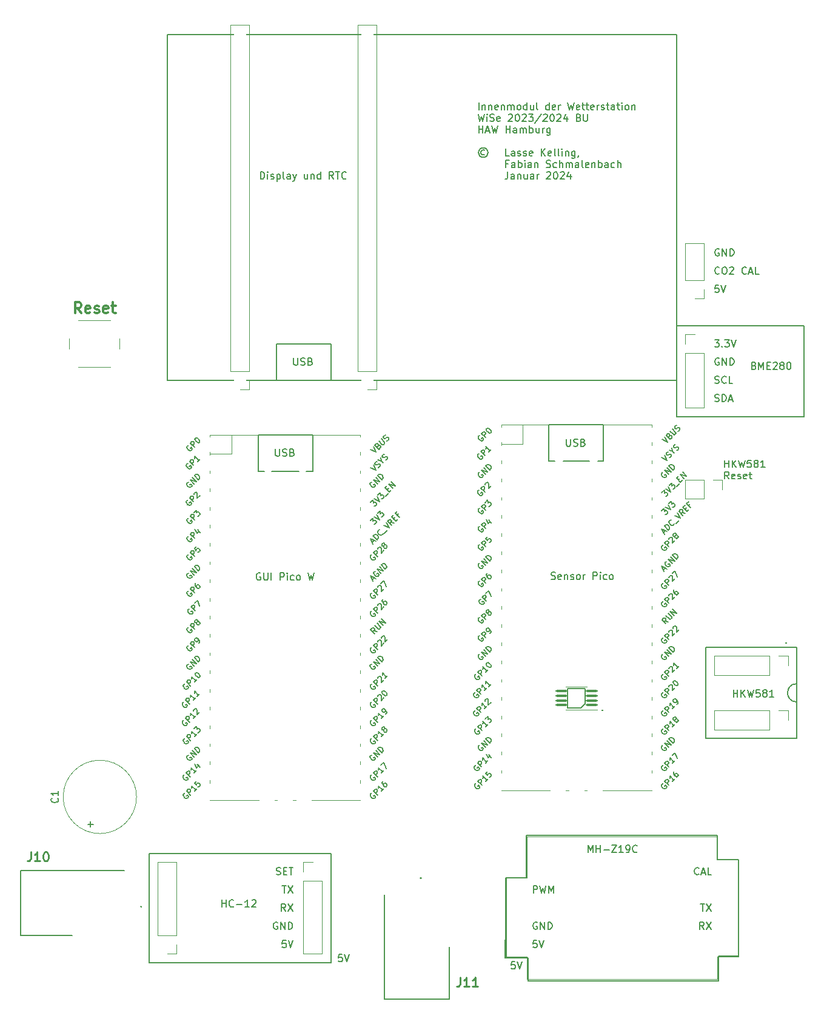
<source format=gto>
G04 #@! TF.GenerationSoftware,KiCad,Pcbnew,7.0.7*
G04 #@! TF.CreationDate,2024-01-04T21:27:51+01:00*
G04 #@! TF.ProjectId,InternalPCB,496e7465-726e-4616-9c50-43422e6b6963,A*
G04 #@! TF.SameCoordinates,Original*
G04 #@! TF.FileFunction,Legend,Top*
G04 #@! TF.FilePolarity,Positive*
%FSLAX46Y46*%
G04 Gerber Fmt 4.6, Leading zero omitted, Abs format (unit mm)*
G04 Created by KiCad (PCBNEW 7.0.7) date 2024-01-04 21:27:51*
%MOMM*%
%LPD*%
G01*
G04 APERTURE LIST*
G04 Aperture macros list*
%AMRoundRect*
0 Rectangle with rounded corners*
0 $1 Rounding radius*
0 $2 $3 $4 $5 $6 $7 $8 $9 X,Y pos of 4 corners*
0 Add a 4 corners polygon primitive as box body*
4,1,4,$2,$3,$4,$5,$6,$7,$8,$9,$2,$3,0*
0 Add four circle primitives for the rounded corners*
1,1,$1+$1,$2,$3*
1,1,$1+$1,$4,$5*
1,1,$1+$1,$6,$7*
1,1,$1+$1,$8,$9*
0 Add four rect primitives between the rounded corners*
20,1,$1+$1,$2,$3,$4,$5,0*
20,1,$1+$1,$4,$5,$6,$7,0*
20,1,$1+$1,$6,$7,$8,$9,0*
20,1,$1+$1,$8,$9,$2,$3,0*%
G04 Aperture macros list end*
%ADD10C,0.150000*%
%ADD11C,0.300000*%
%ADD12C,0.254000*%
%ADD13C,0.120000*%
%ADD14C,0.200000*%
%ADD15R,1.700000X1.700000*%
%ADD16O,1.700000X1.700000*%
%ADD17C,1.700000*%
%ADD18O,1.800000X1.800000*%
%ADD19O,1.500000X1.500000*%
%ADD20R,3.500000X1.700000*%
%ADD21R,1.700000X3.500000*%
%ADD22C,2.000000*%
%ADD23C,1.600000*%
%ADD24RoundRect,0.100000X0.712500X0.100000X-0.712500X0.100000X-0.712500X-0.100000X0.712500X-0.100000X0*%
%ADD25C,4.800000*%
G04 APERTURE END LIST*
D10*
X95853510Y-155813735D02*
X93009639Y-155813735D01*
X122555353Y-153306415D02*
X122555353Y-149918145D01*
X93009639Y-155813735D02*
X93009639Y-166995026D01*
X101600000Y-129387585D02*
X101600000Y-132080000D01*
X104082617Y-131485571D02*
X104082617Y-129375929D01*
X43180000Y-152400000D02*
X68580000Y-152400000D01*
X68580000Y-167640000D01*
X43180000Y-167640000D01*
X43180000Y-152400000D01*
X122690884Y-170247765D02*
X122690884Y-166723964D01*
X133624775Y-128728595D02*
G75*
G03*
X133624775Y-131268605I25J-1270005D01*
G01*
X120924775Y-123648605D02*
X133624775Y-123648605D01*
X133624775Y-136348605D01*
X120924775Y-136348605D01*
X120924775Y-123648605D01*
X103488187Y-132080000D02*
X104082617Y-131485571D01*
X101600000Y-129375929D02*
X104082617Y-129375929D01*
X122555353Y-149918145D02*
X95855785Y-149918145D01*
X95855785Y-149918145D02*
X95853510Y-155799119D01*
X101600000Y-132080000D02*
X103488187Y-132080000D01*
X99043236Y-92589275D02*
X106663236Y-92589275D01*
X106663236Y-97669275D01*
X99043236Y-97669275D01*
X99043236Y-92589275D01*
X96126847Y-166995026D02*
X96126847Y-170247765D01*
X125469265Y-153306415D02*
X122555353Y-153306415D01*
X60960000Y-81280000D02*
X68580000Y-81280000D01*
X68580000Y-86360000D01*
X60960000Y-86360000D01*
X60960000Y-81280000D01*
X125469265Y-166723964D02*
X125469265Y-153306415D01*
X45720000Y-38100000D02*
X116840000Y-38100000D01*
X116840000Y-86360000D01*
X45720000Y-86360000D01*
X45720000Y-38100000D01*
X96126847Y-170247765D02*
X122690884Y-170247765D01*
X122690884Y-166723964D02*
X125469265Y-166723964D01*
X58420000Y-93980000D02*
X66040000Y-93980000D01*
X66040000Y-99060000D01*
X58420000Y-99060000D01*
X58420000Y-93980000D01*
X93009639Y-166995026D02*
X96126847Y-166995026D01*
X116840000Y-78740000D02*
X134620000Y-78740000D01*
X134620000Y-91440000D01*
X116840000Y-91440000D01*
X116840000Y-78740000D01*
D11*
X33731805Y-77000575D02*
X33231805Y-76286289D01*
X32874662Y-77000575D02*
X32874662Y-75500575D01*
X32874662Y-75500575D02*
X33446091Y-75500575D01*
X33446091Y-75500575D02*
X33588948Y-75572004D01*
X33588948Y-75572004D02*
X33660377Y-75643432D01*
X33660377Y-75643432D02*
X33731805Y-75786289D01*
X33731805Y-75786289D02*
X33731805Y-76000575D01*
X33731805Y-76000575D02*
X33660377Y-76143432D01*
X33660377Y-76143432D02*
X33588948Y-76214861D01*
X33588948Y-76214861D02*
X33446091Y-76286289D01*
X33446091Y-76286289D02*
X32874662Y-76286289D01*
X34946091Y-76929147D02*
X34803234Y-77000575D01*
X34803234Y-77000575D02*
X34517520Y-77000575D01*
X34517520Y-77000575D02*
X34374662Y-76929147D01*
X34374662Y-76929147D02*
X34303234Y-76786289D01*
X34303234Y-76786289D02*
X34303234Y-76214861D01*
X34303234Y-76214861D02*
X34374662Y-76072004D01*
X34374662Y-76072004D02*
X34517520Y-76000575D01*
X34517520Y-76000575D02*
X34803234Y-76000575D01*
X34803234Y-76000575D02*
X34946091Y-76072004D01*
X34946091Y-76072004D02*
X35017520Y-76214861D01*
X35017520Y-76214861D02*
X35017520Y-76357718D01*
X35017520Y-76357718D02*
X34303234Y-76500575D01*
X35588948Y-76929147D02*
X35731805Y-77000575D01*
X35731805Y-77000575D02*
X36017519Y-77000575D01*
X36017519Y-77000575D02*
X36160376Y-76929147D01*
X36160376Y-76929147D02*
X36231805Y-76786289D01*
X36231805Y-76786289D02*
X36231805Y-76714861D01*
X36231805Y-76714861D02*
X36160376Y-76572004D01*
X36160376Y-76572004D02*
X36017519Y-76500575D01*
X36017519Y-76500575D02*
X35803234Y-76500575D01*
X35803234Y-76500575D02*
X35660376Y-76429147D01*
X35660376Y-76429147D02*
X35588948Y-76286289D01*
X35588948Y-76286289D02*
X35588948Y-76214861D01*
X35588948Y-76214861D02*
X35660376Y-76072004D01*
X35660376Y-76072004D02*
X35803234Y-76000575D01*
X35803234Y-76000575D02*
X36017519Y-76000575D01*
X36017519Y-76000575D02*
X36160376Y-76072004D01*
X37446091Y-76929147D02*
X37303234Y-77000575D01*
X37303234Y-77000575D02*
X37017520Y-77000575D01*
X37017520Y-77000575D02*
X36874662Y-76929147D01*
X36874662Y-76929147D02*
X36803234Y-76786289D01*
X36803234Y-76786289D02*
X36803234Y-76214861D01*
X36803234Y-76214861D02*
X36874662Y-76072004D01*
X36874662Y-76072004D02*
X37017520Y-76000575D01*
X37017520Y-76000575D02*
X37303234Y-76000575D01*
X37303234Y-76000575D02*
X37446091Y-76072004D01*
X37446091Y-76072004D02*
X37517520Y-76214861D01*
X37517520Y-76214861D02*
X37517520Y-76357718D01*
X37517520Y-76357718D02*
X36803234Y-76500575D01*
X37946091Y-76000575D02*
X38517519Y-76000575D01*
X38160376Y-75500575D02*
X38160376Y-76786289D01*
X38160376Y-76786289D02*
X38231805Y-76929147D01*
X38231805Y-76929147D02*
X38374662Y-77000575D01*
X38374662Y-77000575D02*
X38517519Y-77000575D01*
D10*
X119964172Y-155299580D02*
X119916553Y-155347200D01*
X119916553Y-155347200D02*
X119773696Y-155394819D01*
X119773696Y-155394819D02*
X119678458Y-155394819D01*
X119678458Y-155394819D02*
X119535601Y-155347200D01*
X119535601Y-155347200D02*
X119440363Y-155251961D01*
X119440363Y-155251961D02*
X119392744Y-155156723D01*
X119392744Y-155156723D02*
X119345125Y-154966247D01*
X119345125Y-154966247D02*
X119345125Y-154823390D01*
X119345125Y-154823390D02*
X119392744Y-154632914D01*
X119392744Y-154632914D02*
X119440363Y-154537676D01*
X119440363Y-154537676D02*
X119535601Y-154442438D01*
X119535601Y-154442438D02*
X119678458Y-154394819D01*
X119678458Y-154394819D02*
X119773696Y-154394819D01*
X119773696Y-154394819D02*
X119916553Y-154442438D01*
X119916553Y-154442438D02*
X119964172Y-154490057D01*
X120345125Y-155109104D02*
X120821315Y-155109104D01*
X120249887Y-155394819D02*
X120583220Y-154394819D01*
X120583220Y-154394819D02*
X120916553Y-155394819D01*
X121726077Y-155394819D02*
X121249887Y-155394819D01*
X121249887Y-155394819D02*
X121249887Y-154394819D01*
X122209160Y-86767200D02*
X122352017Y-86814819D01*
X122352017Y-86814819D02*
X122590112Y-86814819D01*
X122590112Y-86814819D02*
X122685350Y-86767200D01*
X122685350Y-86767200D02*
X122732969Y-86719580D01*
X122732969Y-86719580D02*
X122780588Y-86624342D01*
X122780588Y-86624342D02*
X122780588Y-86529104D01*
X122780588Y-86529104D02*
X122732969Y-86433866D01*
X122732969Y-86433866D02*
X122685350Y-86386247D01*
X122685350Y-86386247D02*
X122590112Y-86338628D01*
X122590112Y-86338628D02*
X122399636Y-86291009D01*
X122399636Y-86291009D02*
X122304398Y-86243390D01*
X122304398Y-86243390D02*
X122256779Y-86195771D01*
X122256779Y-86195771D02*
X122209160Y-86100533D01*
X122209160Y-86100533D02*
X122209160Y-86005295D01*
X122209160Y-86005295D02*
X122256779Y-85910057D01*
X122256779Y-85910057D02*
X122304398Y-85862438D01*
X122304398Y-85862438D02*
X122399636Y-85814819D01*
X122399636Y-85814819D02*
X122637731Y-85814819D01*
X122637731Y-85814819D02*
X122780588Y-85862438D01*
X123780588Y-86719580D02*
X123732969Y-86767200D01*
X123732969Y-86767200D02*
X123590112Y-86814819D01*
X123590112Y-86814819D02*
X123494874Y-86814819D01*
X123494874Y-86814819D02*
X123352017Y-86767200D01*
X123352017Y-86767200D02*
X123256779Y-86671961D01*
X123256779Y-86671961D02*
X123209160Y-86576723D01*
X123209160Y-86576723D02*
X123161541Y-86386247D01*
X123161541Y-86386247D02*
X123161541Y-86243390D01*
X123161541Y-86243390D02*
X123209160Y-86052914D01*
X123209160Y-86052914D02*
X123256779Y-85957676D01*
X123256779Y-85957676D02*
X123352017Y-85862438D01*
X123352017Y-85862438D02*
X123494874Y-85814819D01*
X123494874Y-85814819D02*
X123590112Y-85814819D01*
X123590112Y-85814819D02*
X123732969Y-85862438D01*
X123732969Y-85862438D02*
X123780588Y-85910057D01*
X124685350Y-86814819D02*
X124209160Y-86814819D01*
X124209160Y-86814819D02*
X124209160Y-85814819D01*
X99349160Y-114122200D02*
X99492017Y-114169819D01*
X99492017Y-114169819D02*
X99730112Y-114169819D01*
X99730112Y-114169819D02*
X99825350Y-114122200D01*
X99825350Y-114122200D02*
X99872969Y-114074580D01*
X99872969Y-114074580D02*
X99920588Y-113979342D01*
X99920588Y-113979342D02*
X99920588Y-113884104D01*
X99920588Y-113884104D02*
X99872969Y-113788866D01*
X99872969Y-113788866D02*
X99825350Y-113741247D01*
X99825350Y-113741247D02*
X99730112Y-113693628D01*
X99730112Y-113693628D02*
X99539636Y-113646009D01*
X99539636Y-113646009D02*
X99444398Y-113598390D01*
X99444398Y-113598390D02*
X99396779Y-113550771D01*
X99396779Y-113550771D02*
X99349160Y-113455533D01*
X99349160Y-113455533D02*
X99349160Y-113360295D01*
X99349160Y-113360295D02*
X99396779Y-113265057D01*
X99396779Y-113265057D02*
X99444398Y-113217438D01*
X99444398Y-113217438D02*
X99539636Y-113169819D01*
X99539636Y-113169819D02*
X99777731Y-113169819D01*
X99777731Y-113169819D02*
X99920588Y-113217438D01*
X100730112Y-114122200D02*
X100634874Y-114169819D01*
X100634874Y-114169819D02*
X100444398Y-114169819D01*
X100444398Y-114169819D02*
X100349160Y-114122200D01*
X100349160Y-114122200D02*
X100301541Y-114026961D01*
X100301541Y-114026961D02*
X100301541Y-113646009D01*
X100301541Y-113646009D02*
X100349160Y-113550771D01*
X100349160Y-113550771D02*
X100444398Y-113503152D01*
X100444398Y-113503152D02*
X100634874Y-113503152D01*
X100634874Y-113503152D02*
X100730112Y-113550771D01*
X100730112Y-113550771D02*
X100777731Y-113646009D01*
X100777731Y-113646009D02*
X100777731Y-113741247D01*
X100777731Y-113741247D02*
X100301541Y-113836485D01*
X101206303Y-113503152D02*
X101206303Y-114169819D01*
X101206303Y-113598390D02*
X101253922Y-113550771D01*
X101253922Y-113550771D02*
X101349160Y-113503152D01*
X101349160Y-113503152D02*
X101492017Y-113503152D01*
X101492017Y-113503152D02*
X101587255Y-113550771D01*
X101587255Y-113550771D02*
X101634874Y-113646009D01*
X101634874Y-113646009D02*
X101634874Y-114169819D01*
X102063446Y-114122200D02*
X102158684Y-114169819D01*
X102158684Y-114169819D02*
X102349160Y-114169819D01*
X102349160Y-114169819D02*
X102444398Y-114122200D01*
X102444398Y-114122200D02*
X102492017Y-114026961D01*
X102492017Y-114026961D02*
X102492017Y-113979342D01*
X102492017Y-113979342D02*
X102444398Y-113884104D01*
X102444398Y-113884104D02*
X102349160Y-113836485D01*
X102349160Y-113836485D02*
X102206303Y-113836485D01*
X102206303Y-113836485D02*
X102111065Y-113788866D01*
X102111065Y-113788866D02*
X102063446Y-113693628D01*
X102063446Y-113693628D02*
X102063446Y-113646009D01*
X102063446Y-113646009D02*
X102111065Y-113550771D01*
X102111065Y-113550771D02*
X102206303Y-113503152D01*
X102206303Y-113503152D02*
X102349160Y-113503152D01*
X102349160Y-113503152D02*
X102444398Y-113550771D01*
X103063446Y-114169819D02*
X102968208Y-114122200D01*
X102968208Y-114122200D02*
X102920589Y-114074580D01*
X102920589Y-114074580D02*
X102872970Y-113979342D01*
X102872970Y-113979342D02*
X102872970Y-113693628D01*
X102872970Y-113693628D02*
X102920589Y-113598390D01*
X102920589Y-113598390D02*
X102968208Y-113550771D01*
X102968208Y-113550771D02*
X103063446Y-113503152D01*
X103063446Y-113503152D02*
X103206303Y-113503152D01*
X103206303Y-113503152D02*
X103301541Y-113550771D01*
X103301541Y-113550771D02*
X103349160Y-113598390D01*
X103349160Y-113598390D02*
X103396779Y-113693628D01*
X103396779Y-113693628D02*
X103396779Y-113979342D01*
X103396779Y-113979342D02*
X103349160Y-114074580D01*
X103349160Y-114074580D02*
X103301541Y-114122200D01*
X103301541Y-114122200D02*
X103206303Y-114169819D01*
X103206303Y-114169819D02*
X103063446Y-114169819D01*
X103825351Y-114169819D02*
X103825351Y-113503152D01*
X103825351Y-113693628D02*
X103872970Y-113598390D01*
X103872970Y-113598390D02*
X103920589Y-113550771D01*
X103920589Y-113550771D02*
X104015827Y-113503152D01*
X104015827Y-113503152D02*
X104111065Y-113503152D01*
X105206304Y-114169819D02*
X105206304Y-113169819D01*
X105206304Y-113169819D02*
X105587256Y-113169819D01*
X105587256Y-113169819D02*
X105682494Y-113217438D01*
X105682494Y-113217438D02*
X105730113Y-113265057D01*
X105730113Y-113265057D02*
X105777732Y-113360295D01*
X105777732Y-113360295D02*
X105777732Y-113503152D01*
X105777732Y-113503152D02*
X105730113Y-113598390D01*
X105730113Y-113598390D02*
X105682494Y-113646009D01*
X105682494Y-113646009D02*
X105587256Y-113693628D01*
X105587256Y-113693628D02*
X105206304Y-113693628D01*
X106206304Y-114169819D02*
X106206304Y-113503152D01*
X106206304Y-113169819D02*
X106158685Y-113217438D01*
X106158685Y-113217438D02*
X106206304Y-113265057D01*
X106206304Y-113265057D02*
X106253923Y-113217438D01*
X106253923Y-113217438D02*
X106206304Y-113169819D01*
X106206304Y-113169819D02*
X106206304Y-113265057D01*
X107111065Y-114122200D02*
X107015827Y-114169819D01*
X107015827Y-114169819D02*
X106825351Y-114169819D01*
X106825351Y-114169819D02*
X106730113Y-114122200D01*
X106730113Y-114122200D02*
X106682494Y-114074580D01*
X106682494Y-114074580D02*
X106634875Y-113979342D01*
X106634875Y-113979342D02*
X106634875Y-113693628D01*
X106634875Y-113693628D02*
X106682494Y-113598390D01*
X106682494Y-113598390D02*
X106730113Y-113550771D01*
X106730113Y-113550771D02*
X106825351Y-113503152D01*
X106825351Y-113503152D02*
X107015827Y-113503152D01*
X107015827Y-113503152D02*
X107111065Y-113550771D01*
X107682494Y-114169819D02*
X107587256Y-114122200D01*
X107587256Y-114122200D02*
X107539637Y-114074580D01*
X107539637Y-114074580D02*
X107492018Y-113979342D01*
X107492018Y-113979342D02*
X107492018Y-113693628D01*
X107492018Y-113693628D02*
X107539637Y-113598390D01*
X107539637Y-113598390D02*
X107587256Y-113550771D01*
X107587256Y-113550771D02*
X107682494Y-113503152D01*
X107682494Y-113503152D02*
X107825351Y-113503152D01*
X107825351Y-113503152D02*
X107920589Y-113550771D01*
X107920589Y-113550771D02*
X107968208Y-113598390D01*
X107968208Y-113598390D02*
X108015827Y-113693628D01*
X108015827Y-113693628D02*
X108015827Y-113979342D01*
X108015827Y-113979342D02*
X107968208Y-114074580D01*
X107968208Y-114074580D02*
X107920589Y-114122200D01*
X107920589Y-114122200D02*
X107825351Y-114169819D01*
X107825351Y-114169819D02*
X107682494Y-114169819D01*
X60972744Y-155347200D02*
X61115601Y-155394819D01*
X61115601Y-155394819D02*
X61353696Y-155394819D01*
X61353696Y-155394819D02*
X61448934Y-155347200D01*
X61448934Y-155347200D02*
X61496553Y-155299580D01*
X61496553Y-155299580D02*
X61544172Y-155204342D01*
X61544172Y-155204342D02*
X61544172Y-155109104D01*
X61544172Y-155109104D02*
X61496553Y-155013866D01*
X61496553Y-155013866D02*
X61448934Y-154966247D01*
X61448934Y-154966247D02*
X61353696Y-154918628D01*
X61353696Y-154918628D02*
X61163220Y-154871009D01*
X61163220Y-154871009D02*
X61067982Y-154823390D01*
X61067982Y-154823390D02*
X61020363Y-154775771D01*
X61020363Y-154775771D02*
X60972744Y-154680533D01*
X60972744Y-154680533D02*
X60972744Y-154585295D01*
X60972744Y-154585295D02*
X61020363Y-154490057D01*
X61020363Y-154490057D02*
X61067982Y-154442438D01*
X61067982Y-154442438D02*
X61163220Y-154394819D01*
X61163220Y-154394819D02*
X61401315Y-154394819D01*
X61401315Y-154394819D02*
X61544172Y-154442438D01*
X61972744Y-154871009D02*
X62306077Y-154871009D01*
X62448934Y-155394819D02*
X61972744Y-155394819D01*
X61972744Y-155394819D02*
X61972744Y-154394819D01*
X61972744Y-154394819D02*
X62448934Y-154394819D01*
X62734649Y-154394819D02*
X63306077Y-154394819D01*
X63020363Y-155394819D02*
X63020363Y-154394819D01*
X132162779Y-122964580D02*
X132210398Y-123012200D01*
X132210398Y-123012200D02*
X132162779Y-123059819D01*
X132162779Y-123059819D02*
X132115160Y-123012200D01*
X132115160Y-123012200D02*
X132162779Y-122964580D01*
X132162779Y-122964580D02*
X132162779Y-123059819D01*
X122828207Y-71479580D02*
X122780588Y-71527200D01*
X122780588Y-71527200D02*
X122637731Y-71574819D01*
X122637731Y-71574819D02*
X122542493Y-71574819D01*
X122542493Y-71574819D02*
X122399636Y-71527200D01*
X122399636Y-71527200D02*
X122304398Y-71431961D01*
X122304398Y-71431961D02*
X122256779Y-71336723D01*
X122256779Y-71336723D02*
X122209160Y-71146247D01*
X122209160Y-71146247D02*
X122209160Y-71003390D01*
X122209160Y-71003390D02*
X122256779Y-70812914D01*
X122256779Y-70812914D02*
X122304398Y-70717676D01*
X122304398Y-70717676D02*
X122399636Y-70622438D01*
X122399636Y-70622438D02*
X122542493Y-70574819D01*
X122542493Y-70574819D02*
X122637731Y-70574819D01*
X122637731Y-70574819D02*
X122780588Y-70622438D01*
X122780588Y-70622438D02*
X122828207Y-70670057D01*
X123447255Y-70574819D02*
X123637731Y-70574819D01*
X123637731Y-70574819D02*
X123732969Y-70622438D01*
X123732969Y-70622438D02*
X123828207Y-70717676D01*
X123828207Y-70717676D02*
X123875826Y-70908152D01*
X123875826Y-70908152D02*
X123875826Y-71241485D01*
X123875826Y-71241485D02*
X123828207Y-71431961D01*
X123828207Y-71431961D02*
X123732969Y-71527200D01*
X123732969Y-71527200D02*
X123637731Y-71574819D01*
X123637731Y-71574819D02*
X123447255Y-71574819D01*
X123447255Y-71574819D02*
X123352017Y-71527200D01*
X123352017Y-71527200D02*
X123256779Y-71431961D01*
X123256779Y-71431961D02*
X123209160Y-71241485D01*
X123209160Y-71241485D02*
X123209160Y-70908152D01*
X123209160Y-70908152D02*
X123256779Y-70717676D01*
X123256779Y-70717676D02*
X123352017Y-70622438D01*
X123352017Y-70622438D02*
X123447255Y-70574819D01*
X124256779Y-70670057D02*
X124304398Y-70622438D01*
X124304398Y-70622438D02*
X124399636Y-70574819D01*
X124399636Y-70574819D02*
X124637731Y-70574819D01*
X124637731Y-70574819D02*
X124732969Y-70622438D01*
X124732969Y-70622438D02*
X124780588Y-70670057D01*
X124780588Y-70670057D02*
X124828207Y-70765295D01*
X124828207Y-70765295D02*
X124828207Y-70860533D01*
X124828207Y-70860533D02*
X124780588Y-71003390D01*
X124780588Y-71003390D02*
X124209160Y-71574819D01*
X124209160Y-71574819D02*
X124828207Y-71574819D01*
X126590112Y-71479580D02*
X126542493Y-71527200D01*
X126542493Y-71527200D02*
X126399636Y-71574819D01*
X126399636Y-71574819D02*
X126304398Y-71574819D01*
X126304398Y-71574819D02*
X126161541Y-71527200D01*
X126161541Y-71527200D02*
X126066303Y-71431961D01*
X126066303Y-71431961D02*
X126018684Y-71336723D01*
X126018684Y-71336723D02*
X125971065Y-71146247D01*
X125971065Y-71146247D02*
X125971065Y-71003390D01*
X125971065Y-71003390D02*
X126018684Y-70812914D01*
X126018684Y-70812914D02*
X126066303Y-70717676D01*
X126066303Y-70717676D02*
X126161541Y-70622438D01*
X126161541Y-70622438D02*
X126304398Y-70574819D01*
X126304398Y-70574819D02*
X126399636Y-70574819D01*
X126399636Y-70574819D02*
X126542493Y-70622438D01*
X126542493Y-70622438D02*
X126590112Y-70670057D01*
X126971065Y-71289104D02*
X127447255Y-71289104D01*
X126875827Y-71574819D02*
X127209160Y-70574819D01*
X127209160Y-70574819D02*
X127542493Y-71574819D01*
X128352017Y-71574819D02*
X127875827Y-71574819D01*
X127875827Y-71574819D02*
X127875827Y-70574819D01*
X34626779Y-148332866D02*
X35388684Y-148332866D01*
X35007731Y-148713819D02*
X35007731Y-147951914D01*
X104476779Y-152269819D02*
X104476779Y-151269819D01*
X104476779Y-151269819D02*
X104810112Y-151984104D01*
X104810112Y-151984104D02*
X105143445Y-151269819D01*
X105143445Y-151269819D02*
X105143445Y-152269819D01*
X105619636Y-152269819D02*
X105619636Y-151269819D01*
X105619636Y-151746009D02*
X106191064Y-151746009D01*
X106191064Y-152269819D02*
X106191064Y-151269819D01*
X106667255Y-151888866D02*
X107429160Y-151888866D01*
X107810112Y-151269819D02*
X108476778Y-151269819D01*
X108476778Y-151269819D02*
X107810112Y-152269819D01*
X107810112Y-152269819D02*
X108476778Y-152269819D01*
X109381540Y-152269819D02*
X108810112Y-152269819D01*
X109095826Y-152269819D02*
X109095826Y-151269819D01*
X109095826Y-151269819D02*
X109000588Y-151412676D01*
X109000588Y-151412676D02*
X108905350Y-151507914D01*
X108905350Y-151507914D02*
X108810112Y-151555533D01*
X109857731Y-152269819D02*
X110048207Y-152269819D01*
X110048207Y-152269819D02*
X110143445Y-152222200D01*
X110143445Y-152222200D02*
X110191064Y-152174580D01*
X110191064Y-152174580D02*
X110286302Y-152031723D01*
X110286302Y-152031723D02*
X110333921Y-151841247D01*
X110333921Y-151841247D02*
X110333921Y-151460295D01*
X110333921Y-151460295D02*
X110286302Y-151365057D01*
X110286302Y-151365057D02*
X110238683Y-151317438D01*
X110238683Y-151317438D02*
X110143445Y-151269819D01*
X110143445Y-151269819D02*
X109952969Y-151269819D01*
X109952969Y-151269819D02*
X109857731Y-151317438D01*
X109857731Y-151317438D02*
X109810112Y-151365057D01*
X109810112Y-151365057D02*
X109762493Y-151460295D01*
X109762493Y-151460295D02*
X109762493Y-151698390D01*
X109762493Y-151698390D02*
X109810112Y-151793628D01*
X109810112Y-151793628D02*
X109857731Y-151841247D01*
X109857731Y-151841247D02*
X109952969Y-151888866D01*
X109952969Y-151888866D02*
X110143445Y-151888866D01*
X110143445Y-151888866D02*
X110238683Y-151841247D01*
X110238683Y-151841247D02*
X110286302Y-151793628D01*
X110286302Y-151793628D02*
X110333921Y-151698390D01*
X111333921Y-152174580D02*
X111286302Y-152222200D01*
X111286302Y-152222200D02*
X111143445Y-152269819D01*
X111143445Y-152269819D02*
X111048207Y-152269819D01*
X111048207Y-152269819D02*
X110905350Y-152222200D01*
X110905350Y-152222200D02*
X110810112Y-152126961D01*
X110810112Y-152126961D02*
X110762493Y-152031723D01*
X110762493Y-152031723D02*
X110714874Y-151841247D01*
X110714874Y-151841247D02*
X110714874Y-151698390D01*
X110714874Y-151698390D02*
X110762493Y-151507914D01*
X110762493Y-151507914D02*
X110810112Y-151412676D01*
X110810112Y-151412676D02*
X110905350Y-151317438D01*
X110905350Y-151317438D02*
X111048207Y-151269819D01*
X111048207Y-151269819D02*
X111143445Y-151269819D01*
X111143445Y-151269819D02*
X111286302Y-151317438D01*
X111286302Y-151317438D02*
X111333921Y-151365057D01*
X97380588Y-162062438D02*
X97285350Y-162014819D01*
X97285350Y-162014819D02*
X97142493Y-162014819D01*
X97142493Y-162014819D02*
X96999636Y-162062438D01*
X96999636Y-162062438D02*
X96904398Y-162157676D01*
X96904398Y-162157676D02*
X96856779Y-162252914D01*
X96856779Y-162252914D02*
X96809160Y-162443390D01*
X96809160Y-162443390D02*
X96809160Y-162586247D01*
X96809160Y-162586247D02*
X96856779Y-162776723D01*
X96856779Y-162776723D02*
X96904398Y-162871961D01*
X96904398Y-162871961D02*
X96999636Y-162967200D01*
X96999636Y-162967200D02*
X97142493Y-163014819D01*
X97142493Y-163014819D02*
X97237731Y-163014819D01*
X97237731Y-163014819D02*
X97380588Y-162967200D01*
X97380588Y-162967200D02*
X97428207Y-162919580D01*
X97428207Y-162919580D02*
X97428207Y-162586247D01*
X97428207Y-162586247D02*
X97237731Y-162586247D01*
X97856779Y-163014819D02*
X97856779Y-162014819D01*
X97856779Y-162014819D02*
X98428207Y-163014819D01*
X98428207Y-163014819D02*
X98428207Y-162014819D01*
X98904398Y-163014819D02*
X98904398Y-162014819D01*
X98904398Y-162014819D02*
X99142493Y-162014819D01*
X99142493Y-162014819D02*
X99285350Y-162062438D01*
X99285350Y-162062438D02*
X99380588Y-162157676D01*
X99380588Y-162157676D02*
X99428207Y-162252914D01*
X99428207Y-162252914D02*
X99475826Y-162443390D01*
X99475826Y-162443390D02*
X99475826Y-162586247D01*
X99475826Y-162586247D02*
X99428207Y-162776723D01*
X99428207Y-162776723D02*
X99380588Y-162871961D01*
X99380588Y-162871961D02*
X99285350Y-162967200D01*
X99285350Y-162967200D02*
X99142493Y-163014819D01*
X99142493Y-163014819D02*
X98904398Y-163014819D01*
X61115601Y-162062438D02*
X61020363Y-162014819D01*
X61020363Y-162014819D02*
X60877506Y-162014819D01*
X60877506Y-162014819D02*
X60734649Y-162062438D01*
X60734649Y-162062438D02*
X60639411Y-162157676D01*
X60639411Y-162157676D02*
X60591792Y-162252914D01*
X60591792Y-162252914D02*
X60544173Y-162443390D01*
X60544173Y-162443390D02*
X60544173Y-162586247D01*
X60544173Y-162586247D02*
X60591792Y-162776723D01*
X60591792Y-162776723D02*
X60639411Y-162871961D01*
X60639411Y-162871961D02*
X60734649Y-162967200D01*
X60734649Y-162967200D02*
X60877506Y-163014819D01*
X60877506Y-163014819D02*
X60972744Y-163014819D01*
X60972744Y-163014819D02*
X61115601Y-162967200D01*
X61115601Y-162967200D02*
X61163220Y-162919580D01*
X61163220Y-162919580D02*
X61163220Y-162586247D01*
X61163220Y-162586247D02*
X60972744Y-162586247D01*
X61591792Y-163014819D02*
X61591792Y-162014819D01*
X61591792Y-162014819D02*
X62163220Y-163014819D01*
X62163220Y-163014819D02*
X62163220Y-162014819D01*
X62639411Y-163014819D02*
X62639411Y-162014819D01*
X62639411Y-162014819D02*
X62877506Y-162014819D01*
X62877506Y-162014819D02*
X63020363Y-162062438D01*
X63020363Y-162062438D02*
X63115601Y-162157676D01*
X63115601Y-162157676D02*
X63163220Y-162252914D01*
X63163220Y-162252914D02*
X63210839Y-162443390D01*
X63210839Y-162443390D02*
X63210839Y-162586247D01*
X63210839Y-162586247D02*
X63163220Y-162776723D01*
X63163220Y-162776723D02*
X63115601Y-162871961D01*
X63115601Y-162871961D02*
X63020363Y-162967200D01*
X63020363Y-162967200D02*
X62877506Y-163014819D01*
X62877506Y-163014819D02*
X62639411Y-163014819D01*
X122209160Y-89307200D02*
X122352017Y-89354819D01*
X122352017Y-89354819D02*
X122590112Y-89354819D01*
X122590112Y-89354819D02*
X122685350Y-89307200D01*
X122685350Y-89307200D02*
X122732969Y-89259580D01*
X122732969Y-89259580D02*
X122780588Y-89164342D01*
X122780588Y-89164342D02*
X122780588Y-89069104D01*
X122780588Y-89069104D02*
X122732969Y-88973866D01*
X122732969Y-88973866D02*
X122685350Y-88926247D01*
X122685350Y-88926247D02*
X122590112Y-88878628D01*
X122590112Y-88878628D02*
X122399636Y-88831009D01*
X122399636Y-88831009D02*
X122304398Y-88783390D01*
X122304398Y-88783390D02*
X122256779Y-88735771D01*
X122256779Y-88735771D02*
X122209160Y-88640533D01*
X122209160Y-88640533D02*
X122209160Y-88545295D01*
X122209160Y-88545295D02*
X122256779Y-88450057D01*
X122256779Y-88450057D02*
X122304398Y-88402438D01*
X122304398Y-88402438D02*
X122399636Y-88354819D01*
X122399636Y-88354819D02*
X122637731Y-88354819D01*
X122637731Y-88354819D02*
X122780588Y-88402438D01*
X123209160Y-89354819D02*
X123209160Y-88354819D01*
X123209160Y-88354819D02*
X123447255Y-88354819D01*
X123447255Y-88354819D02*
X123590112Y-88402438D01*
X123590112Y-88402438D02*
X123685350Y-88497676D01*
X123685350Y-88497676D02*
X123732969Y-88592914D01*
X123732969Y-88592914D02*
X123780588Y-88783390D01*
X123780588Y-88783390D02*
X123780588Y-88926247D01*
X123780588Y-88926247D02*
X123732969Y-89116723D01*
X123732969Y-89116723D02*
X123685350Y-89211961D01*
X123685350Y-89211961D02*
X123590112Y-89307200D01*
X123590112Y-89307200D02*
X123447255Y-89354819D01*
X123447255Y-89354819D02*
X123209160Y-89354819D01*
X124161541Y-89069104D02*
X124637731Y-89069104D01*
X124066303Y-89354819D02*
X124399636Y-88354819D01*
X124399636Y-88354819D02*
X124732969Y-89354819D01*
X94284969Y-167525819D02*
X93808779Y-167525819D01*
X93808779Y-167525819D02*
X93761160Y-168002009D01*
X93761160Y-168002009D02*
X93808779Y-167954390D01*
X93808779Y-167954390D02*
X93904017Y-167906771D01*
X93904017Y-167906771D02*
X94142112Y-167906771D01*
X94142112Y-167906771D02*
X94237350Y-167954390D01*
X94237350Y-167954390D02*
X94284969Y-168002009D01*
X94284969Y-168002009D02*
X94332588Y-168097247D01*
X94332588Y-168097247D02*
X94332588Y-168335342D01*
X94332588Y-168335342D02*
X94284969Y-168430580D01*
X94284969Y-168430580D02*
X94237350Y-168478200D01*
X94237350Y-168478200D02*
X94142112Y-168525819D01*
X94142112Y-168525819D02*
X93904017Y-168525819D01*
X93904017Y-168525819D02*
X93808779Y-168478200D01*
X93808779Y-168478200D02*
X93761160Y-168430580D01*
X94618303Y-167525819D02*
X94951636Y-168525819D01*
X94951636Y-168525819D02*
X95284969Y-167525819D01*
X62258458Y-160474819D02*
X61925125Y-159998628D01*
X61687030Y-160474819D02*
X61687030Y-159474819D01*
X61687030Y-159474819D02*
X62067982Y-159474819D01*
X62067982Y-159474819D02*
X62163220Y-159522438D01*
X62163220Y-159522438D02*
X62210839Y-159570057D01*
X62210839Y-159570057D02*
X62258458Y-159665295D01*
X62258458Y-159665295D02*
X62258458Y-159808152D01*
X62258458Y-159808152D02*
X62210839Y-159903390D01*
X62210839Y-159903390D02*
X62163220Y-159951009D01*
X62163220Y-159951009D02*
X62067982Y-159998628D01*
X62067982Y-159998628D02*
X61687030Y-159998628D01*
X62591792Y-159474819D02*
X63258458Y-160474819D01*
X63258458Y-159474819D02*
X62591792Y-160474819D01*
X120678458Y-163014819D02*
X120345125Y-162538628D01*
X120107030Y-163014819D02*
X120107030Y-162014819D01*
X120107030Y-162014819D02*
X120487982Y-162014819D01*
X120487982Y-162014819D02*
X120583220Y-162062438D01*
X120583220Y-162062438D02*
X120630839Y-162110057D01*
X120630839Y-162110057D02*
X120678458Y-162205295D01*
X120678458Y-162205295D02*
X120678458Y-162348152D01*
X120678458Y-162348152D02*
X120630839Y-162443390D01*
X120630839Y-162443390D02*
X120583220Y-162491009D01*
X120583220Y-162491009D02*
X120487982Y-162538628D01*
X120487982Y-162538628D02*
X120107030Y-162538628D01*
X121011792Y-162014819D02*
X121678458Y-163014819D01*
X121678458Y-162014819D02*
X121011792Y-163014819D01*
X122780588Y-83322438D02*
X122685350Y-83274819D01*
X122685350Y-83274819D02*
X122542493Y-83274819D01*
X122542493Y-83274819D02*
X122399636Y-83322438D01*
X122399636Y-83322438D02*
X122304398Y-83417676D01*
X122304398Y-83417676D02*
X122256779Y-83512914D01*
X122256779Y-83512914D02*
X122209160Y-83703390D01*
X122209160Y-83703390D02*
X122209160Y-83846247D01*
X122209160Y-83846247D02*
X122256779Y-84036723D01*
X122256779Y-84036723D02*
X122304398Y-84131961D01*
X122304398Y-84131961D02*
X122399636Y-84227200D01*
X122399636Y-84227200D02*
X122542493Y-84274819D01*
X122542493Y-84274819D02*
X122637731Y-84274819D01*
X122637731Y-84274819D02*
X122780588Y-84227200D01*
X122780588Y-84227200D02*
X122828207Y-84179580D01*
X122828207Y-84179580D02*
X122828207Y-83846247D01*
X122828207Y-83846247D02*
X122637731Y-83846247D01*
X123256779Y-84274819D02*
X123256779Y-83274819D01*
X123256779Y-83274819D02*
X123828207Y-84274819D01*
X123828207Y-84274819D02*
X123828207Y-83274819D01*
X124304398Y-84274819D02*
X124304398Y-83274819D01*
X124304398Y-83274819D02*
X124542493Y-83274819D01*
X124542493Y-83274819D02*
X124685350Y-83322438D01*
X124685350Y-83322438D02*
X124780588Y-83417676D01*
X124780588Y-83417676D02*
X124828207Y-83512914D01*
X124828207Y-83512914D02*
X124875826Y-83703390D01*
X124875826Y-83703390D02*
X124875826Y-83846247D01*
X124875826Y-83846247D02*
X124828207Y-84036723D01*
X124828207Y-84036723D02*
X124780588Y-84131961D01*
X124780588Y-84131961D02*
X124685350Y-84227200D01*
X124685350Y-84227200D02*
X124542493Y-84274819D01*
X124542493Y-84274819D02*
X124304398Y-84274819D01*
X53368935Y-159889819D02*
X53368935Y-158889819D01*
X53368935Y-159366009D02*
X53940363Y-159366009D01*
X53940363Y-159889819D02*
X53940363Y-158889819D01*
X54987982Y-159794580D02*
X54940363Y-159842200D01*
X54940363Y-159842200D02*
X54797506Y-159889819D01*
X54797506Y-159889819D02*
X54702268Y-159889819D01*
X54702268Y-159889819D02*
X54559411Y-159842200D01*
X54559411Y-159842200D02*
X54464173Y-159746961D01*
X54464173Y-159746961D02*
X54416554Y-159651723D01*
X54416554Y-159651723D02*
X54368935Y-159461247D01*
X54368935Y-159461247D02*
X54368935Y-159318390D01*
X54368935Y-159318390D02*
X54416554Y-159127914D01*
X54416554Y-159127914D02*
X54464173Y-159032676D01*
X54464173Y-159032676D02*
X54559411Y-158937438D01*
X54559411Y-158937438D02*
X54702268Y-158889819D01*
X54702268Y-158889819D02*
X54797506Y-158889819D01*
X54797506Y-158889819D02*
X54940363Y-158937438D01*
X54940363Y-158937438D02*
X54987982Y-158985057D01*
X55416554Y-159508866D02*
X56178459Y-159508866D01*
X57178458Y-159889819D02*
X56607030Y-159889819D01*
X56892744Y-159889819D02*
X56892744Y-158889819D01*
X56892744Y-158889819D02*
X56797506Y-159032676D01*
X56797506Y-159032676D02*
X56702268Y-159127914D01*
X56702268Y-159127914D02*
X56607030Y-159175533D01*
X57559411Y-158985057D02*
X57607030Y-158937438D01*
X57607030Y-158937438D02*
X57702268Y-158889819D01*
X57702268Y-158889819D02*
X57940363Y-158889819D01*
X57940363Y-158889819D02*
X58035601Y-158937438D01*
X58035601Y-158937438D02*
X58083220Y-158985057D01*
X58083220Y-158985057D02*
X58130839Y-159080295D01*
X58130839Y-159080295D02*
X58130839Y-159175533D01*
X58130839Y-159175533D02*
X58083220Y-159318390D01*
X58083220Y-159318390D02*
X57511792Y-159889819D01*
X57511792Y-159889819D02*
X58130839Y-159889819D01*
X61782268Y-156934819D02*
X62353696Y-156934819D01*
X62067982Y-157934819D02*
X62067982Y-156934819D01*
X62591792Y-156934819D02*
X63258458Y-157934819D01*
X63258458Y-156934819D02*
X62591792Y-157934819D01*
X122161541Y-80734819D02*
X122780588Y-80734819D01*
X122780588Y-80734819D02*
X122447255Y-81115771D01*
X122447255Y-81115771D02*
X122590112Y-81115771D01*
X122590112Y-81115771D02*
X122685350Y-81163390D01*
X122685350Y-81163390D02*
X122732969Y-81211009D01*
X122732969Y-81211009D02*
X122780588Y-81306247D01*
X122780588Y-81306247D02*
X122780588Y-81544342D01*
X122780588Y-81544342D02*
X122732969Y-81639580D01*
X122732969Y-81639580D02*
X122685350Y-81687200D01*
X122685350Y-81687200D02*
X122590112Y-81734819D01*
X122590112Y-81734819D02*
X122304398Y-81734819D01*
X122304398Y-81734819D02*
X122209160Y-81687200D01*
X122209160Y-81687200D02*
X122161541Y-81639580D01*
X123209160Y-81639580D02*
X123256779Y-81687200D01*
X123256779Y-81687200D02*
X123209160Y-81734819D01*
X123209160Y-81734819D02*
X123161541Y-81687200D01*
X123161541Y-81687200D02*
X123209160Y-81639580D01*
X123209160Y-81639580D02*
X123209160Y-81734819D01*
X123590112Y-80734819D02*
X124209159Y-80734819D01*
X124209159Y-80734819D02*
X123875826Y-81115771D01*
X123875826Y-81115771D02*
X124018683Y-81115771D01*
X124018683Y-81115771D02*
X124113921Y-81163390D01*
X124113921Y-81163390D02*
X124161540Y-81211009D01*
X124161540Y-81211009D02*
X124209159Y-81306247D01*
X124209159Y-81306247D02*
X124209159Y-81544342D01*
X124209159Y-81544342D02*
X124161540Y-81639580D01*
X124161540Y-81639580D02*
X124113921Y-81687200D01*
X124113921Y-81687200D02*
X124018683Y-81734819D01*
X124018683Y-81734819D02*
X123732969Y-81734819D01*
X123732969Y-81734819D02*
X123637731Y-81687200D01*
X123637731Y-81687200D02*
X123590112Y-81639580D01*
X124494874Y-80734819D02*
X124828207Y-81734819D01*
X124828207Y-81734819D02*
X125161540Y-80734819D01*
X62306077Y-164554819D02*
X61829887Y-164554819D01*
X61829887Y-164554819D02*
X61782268Y-165031009D01*
X61782268Y-165031009D02*
X61829887Y-164983390D01*
X61829887Y-164983390D02*
X61925125Y-164935771D01*
X61925125Y-164935771D02*
X62163220Y-164935771D01*
X62163220Y-164935771D02*
X62258458Y-164983390D01*
X62258458Y-164983390D02*
X62306077Y-165031009D01*
X62306077Y-165031009D02*
X62353696Y-165126247D01*
X62353696Y-165126247D02*
X62353696Y-165364342D01*
X62353696Y-165364342D02*
X62306077Y-165459580D01*
X62306077Y-165459580D02*
X62258458Y-165507200D01*
X62258458Y-165507200D02*
X62163220Y-165554819D01*
X62163220Y-165554819D02*
X61925125Y-165554819D01*
X61925125Y-165554819D02*
X61829887Y-165507200D01*
X61829887Y-165507200D02*
X61782268Y-165459580D01*
X62639411Y-164554819D02*
X62972744Y-165554819D01*
X62972744Y-165554819D02*
X63306077Y-164554819D01*
X122780588Y-68082438D02*
X122685350Y-68034819D01*
X122685350Y-68034819D02*
X122542493Y-68034819D01*
X122542493Y-68034819D02*
X122399636Y-68082438D01*
X122399636Y-68082438D02*
X122304398Y-68177676D01*
X122304398Y-68177676D02*
X122256779Y-68272914D01*
X122256779Y-68272914D02*
X122209160Y-68463390D01*
X122209160Y-68463390D02*
X122209160Y-68606247D01*
X122209160Y-68606247D02*
X122256779Y-68796723D01*
X122256779Y-68796723D02*
X122304398Y-68891961D01*
X122304398Y-68891961D02*
X122399636Y-68987200D01*
X122399636Y-68987200D02*
X122542493Y-69034819D01*
X122542493Y-69034819D02*
X122637731Y-69034819D01*
X122637731Y-69034819D02*
X122780588Y-68987200D01*
X122780588Y-68987200D02*
X122828207Y-68939580D01*
X122828207Y-68939580D02*
X122828207Y-68606247D01*
X122828207Y-68606247D02*
X122637731Y-68606247D01*
X123256779Y-69034819D02*
X123256779Y-68034819D01*
X123256779Y-68034819D02*
X123828207Y-69034819D01*
X123828207Y-69034819D02*
X123828207Y-68034819D01*
X124304398Y-69034819D02*
X124304398Y-68034819D01*
X124304398Y-68034819D02*
X124542493Y-68034819D01*
X124542493Y-68034819D02*
X124685350Y-68082438D01*
X124685350Y-68082438D02*
X124780588Y-68177676D01*
X124780588Y-68177676D02*
X124828207Y-68272914D01*
X124828207Y-68272914D02*
X124875826Y-68463390D01*
X124875826Y-68463390D02*
X124875826Y-68606247D01*
X124875826Y-68606247D02*
X124828207Y-68796723D01*
X124828207Y-68796723D02*
X124780588Y-68891961D01*
X124780588Y-68891961D02*
X124685350Y-68987200D01*
X124685350Y-68987200D02*
X124542493Y-69034819D01*
X124542493Y-69034819D02*
X124304398Y-69034819D01*
X123586779Y-98529819D02*
X123586779Y-97529819D01*
X123586779Y-98006009D02*
X124158207Y-98006009D01*
X124158207Y-98529819D02*
X124158207Y-97529819D01*
X124634398Y-98529819D02*
X124634398Y-97529819D01*
X125205826Y-98529819D02*
X124777255Y-97958390D01*
X125205826Y-97529819D02*
X124634398Y-98101247D01*
X125539160Y-97529819D02*
X125777255Y-98529819D01*
X125777255Y-98529819D02*
X125967731Y-97815533D01*
X125967731Y-97815533D02*
X126158207Y-98529819D01*
X126158207Y-98529819D02*
X126396303Y-97529819D01*
X127253445Y-97529819D02*
X126777255Y-97529819D01*
X126777255Y-97529819D02*
X126729636Y-98006009D01*
X126729636Y-98006009D02*
X126777255Y-97958390D01*
X126777255Y-97958390D02*
X126872493Y-97910771D01*
X126872493Y-97910771D02*
X127110588Y-97910771D01*
X127110588Y-97910771D02*
X127205826Y-97958390D01*
X127205826Y-97958390D02*
X127253445Y-98006009D01*
X127253445Y-98006009D02*
X127301064Y-98101247D01*
X127301064Y-98101247D02*
X127301064Y-98339342D01*
X127301064Y-98339342D02*
X127253445Y-98434580D01*
X127253445Y-98434580D02*
X127205826Y-98482200D01*
X127205826Y-98482200D02*
X127110588Y-98529819D01*
X127110588Y-98529819D02*
X126872493Y-98529819D01*
X126872493Y-98529819D02*
X126777255Y-98482200D01*
X126777255Y-98482200D02*
X126729636Y-98434580D01*
X127872493Y-97958390D02*
X127777255Y-97910771D01*
X127777255Y-97910771D02*
X127729636Y-97863152D01*
X127729636Y-97863152D02*
X127682017Y-97767914D01*
X127682017Y-97767914D02*
X127682017Y-97720295D01*
X127682017Y-97720295D02*
X127729636Y-97625057D01*
X127729636Y-97625057D02*
X127777255Y-97577438D01*
X127777255Y-97577438D02*
X127872493Y-97529819D01*
X127872493Y-97529819D02*
X128062969Y-97529819D01*
X128062969Y-97529819D02*
X128158207Y-97577438D01*
X128158207Y-97577438D02*
X128205826Y-97625057D01*
X128205826Y-97625057D02*
X128253445Y-97720295D01*
X128253445Y-97720295D02*
X128253445Y-97767914D01*
X128253445Y-97767914D02*
X128205826Y-97863152D01*
X128205826Y-97863152D02*
X128158207Y-97910771D01*
X128158207Y-97910771D02*
X128062969Y-97958390D01*
X128062969Y-97958390D02*
X127872493Y-97958390D01*
X127872493Y-97958390D02*
X127777255Y-98006009D01*
X127777255Y-98006009D02*
X127729636Y-98053628D01*
X127729636Y-98053628D02*
X127682017Y-98148866D01*
X127682017Y-98148866D02*
X127682017Y-98339342D01*
X127682017Y-98339342D02*
X127729636Y-98434580D01*
X127729636Y-98434580D02*
X127777255Y-98482200D01*
X127777255Y-98482200D02*
X127872493Y-98529819D01*
X127872493Y-98529819D02*
X128062969Y-98529819D01*
X128062969Y-98529819D02*
X128158207Y-98482200D01*
X128158207Y-98482200D02*
X128205826Y-98434580D01*
X128205826Y-98434580D02*
X128253445Y-98339342D01*
X128253445Y-98339342D02*
X128253445Y-98148866D01*
X128253445Y-98148866D02*
X128205826Y-98053628D01*
X128205826Y-98053628D02*
X128158207Y-98006009D01*
X128158207Y-98006009D02*
X128062969Y-97958390D01*
X129205826Y-98529819D02*
X128634398Y-98529819D01*
X128920112Y-98529819D02*
X128920112Y-97529819D01*
X128920112Y-97529819D02*
X128824874Y-97672676D01*
X128824874Y-97672676D02*
X128729636Y-97767914D01*
X128729636Y-97767914D02*
X128634398Y-97815533D01*
X124158207Y-100139819D02*
X123824874Y-99663628D01*
X123586779Y-100139819D02*
X123586779Y-99139819D01*
X123586779Y-99139819D02*
X123967731Y-99139819D01*
X123967731Y-99139819D02*
X124062969Y-99187438D01*
X124062969Y-99187438D02*
X124110588Y-99235057D01*
X124110588Y-99235057D02*
X124158207Y-99330295D01*
X124158207Y-99330295D02*
X124158207Y-99473152D01*
X124158207Y-99473152D02*
X124110588Y-99568390D01*
X124110588Y-99568390D02*
X124062969Y-99616009D01*
X124062969Y-99616009D02*
X123967731Y-99663628D01*
X123967731Y-99663628D02*
X123586779Y-99663628D01*
X124967731Y-100092200D02*
X124872493Y-100139819D01*
X124872493Y-100139819D02*
X124682017Y-100139819D01*
X124682017Y-100139819D02*
X124586779Y-100092200D01*
X124586779Y-100092200D02*
X124539160Y-99996961D01*
X124539160Y-99996961D02*
X124539160Y-99616009D01*
X124539160Y-99616009D02*
X124586779Y-99520771D01*
X124586779Y-99520771D02*
X124682017Y-99473152D01*
X124682017Y-99473152D02*
X124872493Y-99473152D01*
X124872493Y-99473152D02*
X124967731Y-99520771D01*
X124967731Y-99520771D02*
X125015350Y-99616009D01*
X125015350Y-99616009D02*
X125015350Y-99711247D01*
X125015350Y-99711247D02*
X124539160Y-99806485D01*
X125396303Y-100092200D02*
X125491541Y-100139819D01*
X125491541Y-100139819D02*
X125682017Y-100139819D01*
X125682017Y-100139819D02*
X125777255Y-100092200D01*
X125777255Y-100092200D02*
X125824874Y-99996961D01*
X125824874Y-99996961D02*
X125824874Y-99949342D01*
X125824874Y-99949342D02*
X125777255Y-99854104D01*
X125777255Y-99854104D02*
X125682017Y-99806485D01*
X125682017Y-99806485D02*
X125539160Y-99806485D01*
X125539160Y-99806485D02*
X125443922Y-99758866D01*
X125443922Y-99758866D02*
X125396303Y-99663628D01*
X125396303Y-99663628D02*
X125396303Y-99616009D01*
X125396303Y-99616009D02*
X125443922Y-99520771D01*
X125443922Y-99520771D02*
X125539160Y-99473152D01*
X125539160Y-99473152D02*
X125682017Y-99473152D01*
X125682017Y-99473152D02*
X125777255Y-99520771D01*
X126634398Y-100092200D02*
X126539160Y-100139819D01*
X126539160Y-100139819D02*
X126348684Y-100139819D01*
X126348684Y-100139819D02*
X126253446Y-100092200D01*
X126253446Y-100092200D02*
X126205827Y-99996961D01*
X126205827Y-99996961D02*
X126205827Y-99616009D01*
X126205827Y-99616009D02*
X126253446Y-99520771D01*
X126253446Y-99520771D02*
X126348684Y-99473152D01*
X126348684Y-99473152D02*
X126539160Y-99473152D01*
X126539160Y-99473152D02*
X126634398Y-99520771D01*
X126634398Y-99520771D02*
X126682017Y-99616009D01*
X126682017Y-99616009D02*
X126682017Y-99711247D01*
X126682017Y-99711247D02*
X126205827Y-99806485D01*
X126967732Y-99473152D02*
X127348684Y-99473152D01*
X127110589Y-99139819D02*
X127110589Y-99996961D01*
X127110589Y-99996961D02*
X127158208Y-100092200D01*
X127158208Y-100092200D02*
X127253446Y-100139819D01*
X127253446Y-100139819D02*
X127348684Y-100139819D01*
X96856779Y-157934819D02*
X96856779Y-156934819D01*
X96856779Y-156934819D02*
X97237731Y-156934819D01*
X97237731Y-156934819D02*
X97332969Y-156982438D01*
X97332969Y-156982438D02*
X97380588Y-157030057D01*
X97380588Y-157030057D02*
X97428207Y-157125295D01*
X97428207Y-157125295D02*
X97428207Y-157268152D01*
X97428207Y-157268152D02*
X97380588Y-157363390D01*
X97380588Y-157363390D02*
X97332969Y-157411009D01*
X97332969Y-157411009D02*
X97237731Y-157458628D01*
X97237731Y-157458628D02*
X96856779Y-157458628D01*
X97761541Y-156934819D02*
X97999636Y-157934819D01*
X97999636Y-157934819D02*
X98190112Y-157220533D01*
X98190112Y-157220533D02*
X98380588Y-157934819D01*
X98380588Y-157934819D02*
X98618684Y-156934819D01*
X98999636Y-157934819D02*
X98999636Y-156934819D01*
X98999636Y-156934819D02*
X99332969Y-157649104D01*
X99332969Y-157649104D02*
X99666302Y-156934819D01*
X99666302Y-156934819D02*
X99666302Y-157934819D01*
X127670112Y-84336009D02*
X127812969Y-84383628D01*
X127812969Y-84383628D02*
X127860588Y-84431247D01*
X127860588Y-84431247D02*
X127908207Y-84526485D01*
X127908207Y-84526485D02*
X127908207Y-84669342D01*
X127908207Y-84669342D02*
X127860588Y-84764580D01*
X127860588Y-84764580D02*
X127812969Y-84812200D01*
X127812969Y-84812200D02*
X127717731Y-84859819D01*
X127717731Y-84859819D02*
X127336779Y-84859819D01*
X127336779Y-84859819D02*
X127336779Y-83859819D01*
X127336779Y-83859819D02*
X127670112Y-83859819D01*
X127670112Y-83859819D02*
X127765350Y-83907438D01*
X127765350Y-83907438D02*
X127812969Y-83955057D01*
X127812969Y-83955057D02*
X127860588Y-84050295D01*
X127860588Y-84050295D02*
X127860588Y-84145533D01*
X127860588Y-84145533D02*
X127812969Y-84240771D01*
X127812969Y-84240771D02*
X127765350Y-84288390D01*
X127765350Y-84288390D02*
X127670112Y-84336009D01*
X127670112Y-84336009D02*
X127336779Y-84336009D01*
X128336779Y-84859819D02*
X128336779Y-83859819D01*
X128336779Y-83859819D02*
X128670112Y-84574104D01*
X128670112Y-84574104D02*
X129003445Y-83859819D01*
X129003445Y-83859819D02*
X129003445Y-84859819D01*
X129479636Y-84336009D02*
X129812969Y-84336009D01*
X129955826Y-84859819D02*
X129479636Y-84859819D01*
X129479636Y-84859819D02*
X129479636Y-83859819D01*
X129479636Y-83859819D02*
X129955826Y-83859819D01*
X130336779Y-83955057D02*
X130384398Y-83907438D01*
X130384398Y-83907438D02*
X130479636Y-83859819D01*
X130479636Y-83859819D02*
X130717731Y-83859819D01*
X130717731Y-83859819D02*
X130812969Y-83907438D01*
X130812969Y-83907438D02*
X130860588Y-83955057D01*
X130860588Y-83955057D02*
X130908207Y-84050295D01*
X130908207Y-84050295D02*
X130908207Y-84145533D01*
X130908207Y-84145533D02*
X130860588Y-84288390D01*
X130860588Y-84288390D02*
X130289160Y-84859819D01*
X130289160Y-84859819D02*
X130908207Y-84859819D01*
X131479636Y-84288390D02*
X131384398Y-84240771D01*
X131384398Y-84240771D02*
X131336779Y-84193152D01*
X131336779Y-84193152D02*
X131289160Y-84097914D01*
X131289160Y-84097914D02*
X131289160Y-84050295D01*
X131289160Y-84050295D02*
X131336779Y-83955057D01*
X131336779Y-83955057D02*
X131384398Y-83907438D01*
X131384398Y-83907438D02*
X131479636Y-83859819D01*
X131479636Y-83859819D02*
X131670112Y-83859819D01*
X131670112Y-83859819D02*
X131765350Y-83907438D01*
X131765350Y-83907438D02*
X131812969Y-83955057D01*
X131812969Y-83955057D02*
X131860588Y-84050295D01*
X131860588Y-84050295D02*
X131860588Y-84097914D01*
X131860588Y-84097914D02*
X131812969Y-84193152D01*
X131812969Y-84193152D02*
X131765350Y-84240771D01*
X131765350Y-84240771D02*
X131670112Y-84288390D01*
X131670112Y-84288390D02*
X131479636Y-84288390D01*
X131479636Y-84288390D02*
X131384398Y-84336009D01*
X131384398Y-84336009D02*
X131336779Y-84383628D01*
X131336779Y-84383628D02*
X131289160Y-84478866D01*
X131289160Y-84478866D02*
X131289160Y-84669342D01*
X131289160Y-84669342D02*
X131336779Y-84764580D01*
X131336779Y-84764580D02*
X131384398Y-84812200D01*
X131384398Y-84812200D02*
X131479636Y-84859819D01*
X131479636Y-84859819D02*
X131670112Y-84859819D01*
X131670112Y-84859819D02*
X131765350Y-84812200D01*
X131765350Y-84812200D02*
X131812969Y-84764580D01*
X131812969Y-84764580D02*
X131860588Y-84669342D01*
X131860588Y-84669342D02*
X131860588Y-84478866D01*
X131860588Y-84478866D02*
X131812969Y-84383628D01*
X131812969Y-84383628D02*
X131765350Y-84336009D01*
X131765350Y-84336009D02*
X131670112Y-84288390D01*
X132479636Y-83859819D02*
X132574874Y-83859819D01*
X132574874Y-83859819D02*
X132670112Y-83907438D01*
X132670112Y-83907438D02*
X132717731Y-83955057D01*
X132717731Y-83955057D02*
X132765350Y-84050295D01*
X132765350Y-84050295D02*
X132812969Y-84240771D01*
X132812969Y-84240771D02*
X132812969Y-84478866D01*
X132812969Y-84478866D02*
X132765350Y-84669342D01*
X132765350Y-84669342D02*
X132717731Y-84764580D01*
X132717731Y-84764580D02*
X132670112Y-84812200D01*
X132670112Y-84812200D02*
X132574874Y-84859819D01*
X132574874Y-84859819D02*
X132479636Y-84859819D01*
X132479636Y-84859819D02*
X132384398Y-84812200D01*
X132384398Y-84812200D02*
X132336779Y-84764580D01*
X132336779Y-84764580D02*
X132289160Y-84669342D01*
X132289160Y-84669342D02*
X132241541Y-84478866D01*
X132241541Y-84478866D02*
X132241541Y-84240771D01*
X132241541Y-84240771D02*
X132289160Y-84050295D01*
X132289160Y-84050295D02*
X132336779Y-83955057D01*
X132336779Y-83955057D02*
X132384398Y-83907438D01*
X132384398Y-83907438D02*
X132479636Y-83859819D01*
X124796779Y-130579819D02*
X124796779Y-129579819D01*
X124796779Y-130056009D02*
X125368207Y-130056009D01*
X125368207Y-130579819D02*
X125368207Y-129579819D01*
X125844398Y-130579819D02*
X125844398Y-129579819D01*
X126415826Y-130579819D02*
X125987255Y-130008390D01*
X126415826Y-129579819D02*
X125844398Y-130151247D01*
X126749160Y-129579819D02*
X126987255Y-130579819D01*
X126987255Y-130579819D02*
X127177731Y-129865533D01*
X127177731Y-129865533D02*
X127368207Y-130579819D01*
X127368207Y-130579819D02*
X127606303Y-129579819D01*
X128463445Y-129579819D02*
X127987255Y-129579819D01*
X127987255Y-129579819D02*
X127939636Y-130056009D01*
X127939636Y-130056009D02*
X127987255Y-130008390D01*
X127987255Y-130008390D02*
X128082493Y-129960771D01*
X128082493Y-129960771D02*
X128320588Y-129960771D01*
X128320588Y-129960771D02*
X128415826Y-130008390D01*
X128415826Y-130008390D02*
X128463445Y-130056009D01*
X128463445Y-130056009D02*
X128511064Y-130151247D01*
X128511064Y-130151247D02*
X128511064Y-130389342D01*
X128511064Y-130389342D02*
X128463445Y-130484580D01*
X128463445Y-130484580D02*
X128415826Y-130532200D01*
X128415826Y-130532200D02*
X128320588Y-130579819D01*
X128320588Y-130579819D02*
X128082493Y-130579819D01*
X128082493Y-130579819D02*
X127987255Y-130532200D01*
X127987255Y-130532200D02*
X127939636Y-130484580D01*
X129082493Y-130008390D02*
X128987255Y-129960771D01*
X128987255Y-129960771D02*
X128939636Y-129913152D01*
X128939636Y-129913152D02*
X128892017Y-129817914D01*
X128892017Y-129817914D02*
X128892017Y-129770295D01*
X128892017Y-129770295D02*
X128939636Y-129675057D01*
X128939636Y-129675057D02*
X128987255Y-129627438D01*
X128987255Y-129627438D02*
X129082493Y-129579819D01*
X129082493Y-129579819D02*
X129272969Y-129579819D01*
X129272969Y-129579819D02*
X129368207Y-129627438D01*
X129368207Y-129627438D02*
X129415826Y-129675057D01*
X129415826Y-129675057D02*
X129463445Y-129770295D01*
X129463445Y-129770295D02*
X129463445Y-129817914D01*
X129463445Y-129817914D02*
X129415826Y-129913152D01*
X129415826Y-129913152D02*
X129368207Y-129960771D01*
X129368207Y-129960771D02*
X129272969Y-130008390D01*
X129272969Y-130008390D02*
X129082493Y-130008390D01*
X129082493Y-130008390D02*
X128987255Y-130056009D01*
X128987255Y-130056009D02*
X128939636Y-130103628D01*
X128939636Y-130103628D02*
X128892017Y-130198866D01*
X128892017Y-130198866D02*
X128892017Y-130389342D01*
X128892017Y-130389342D02*
X128939636Y-130484580D01*
X128939636Y-130484580D02*
X128987255Y-130532200D01*
X128987255Y-130532200D02*
X129082493Y-130579819D01*
X129082493Y-130579819D02*
X129272969Y-130579819D01*
X129272969Y-130579819D02*
X129368207Y-130532200D01*
X129368207Y-130532200D02*
X129415826Y-130484580D01*
X129415826Y-130484580D02*
X129463445Y-130389342D01*
X129463445Y-130389342D02*
X129463445Y-130198866D01*
X129463445Y-130198866D02*
X129415826Y-130103628D01*
X129415826Y-130103628D02*
X129368207Y-130056009D01*
X129368207Y-130056009D02*
X129272969Y-130008390D01*
X130415826Y-130579819D02*
X129844398Y-130579819D01*
X130130112Y-130579819D02*
X130130112Y-129579819D01*
X130130112Y-129579819D02*
X130034874Y-129722676D01*
X130034874Y-129722676D02*
X129939636Y-129817914D01*
X129939636Y-129817914D02*
X129844398Y-129865533D01*
X101473668Y-94584094D02*
X101473668Y-95393617D01*
X101473668Y-95393617D02*
X101521287Y-95488855D01*
X101521287Y-95488855D02*
X101568906Y-95536475D01*
X101568906Y-95536475D02*
X101664144Y-95584094D01*
X101664144Y-95584094D02*
X101854620Y-95584094D01*
X101854620Y-95584094D02*
X101949858Y-95536475D01*
X101949858Y-95536475D02*
X101997477Y-95488855D01*
X101997477Y-95488855D02*
X102045096Y-95393617D01*
X102045096Y-95393617D02*
X102045096Y-94584094D01*
X102473668Y-95536475D02*
X102616525Y-95584094D01*
X102616525Y-95584094D02*
X102854620Y-95584094D01*
X102854620Y-95584094D02*
X102949858Y-95536475D01*
X102949858Y-95536475D02*
X102997477Y-95488855D01*
X102997477Y-95488855D02*
X103045096Y-95393617D01*
X103045096Y-95393617D02*
X103045096Y-95298379D01*
X103045096Y-95298379D02*
X102997477Y-95203141D01*
X102997477Y-95203141D02*
X102949858Y-95155522D01*
X102949858Y-95155522D02*
X102854620Y-95107903D01*
X102854620Y-95107903D02*
X102664144Y-95060284D01*
X102664144Y-95060284D02*
X102568906Y-95012665D01*
X102568906Y-95012665D02*
X102521287Y-94965046D01*
X102521287Y-94965046D02*
X102473668Y-94869808D01*
X102473668Y-94869808D02*
X102473668Y-94774570D01*
X102473668Y-94774570D02*
X102521287Y-94679332D01*
X102521287Y-94679332D02*
X102568906Y-94631713D01*
X102568906Y-94631713D02*
X102664144Y-94584094D01*
X102664144Y-94584094D02*
X102902239Y-94584094D01*
X102902239Y-94584094D02*
X103045096Y-94631713D01*
X103807001Y-95060284D02*
X103949858Y-95107903D01*
X103949858Y-95107903D02*
X103997477Y-95155522D01*
X103997477Y-95155522D02*
X104045096Y-95250760D01*
X104045096Y-95250760D02*
X104045096Y-95393617D01*
X104045096Y-95393617D02*
X103997477Y-95488855D01*
X103997477Y-95488855D02*
X103949858Y-95536475D01*
X103949858Y-95536475D02*
X103854620Y-95584094D01*
X103854620Y-95584094D02*
X103473668Y-95584094D01*
X103473668Y-95584094D02*
X103473668Y-94584094D01*
X103473668Y-94584094D02*
X103807001Y-94584094D01*
X103807001Y-94584094D02*
X103902239Y-94631713D01*
X103902239Y-94631713D02*
X103949858Y-94679332D01*
X103949858Y-94679332D02*
X103997477Y-94774570D01*
X103997477Y-94774570D02*
X103997477Y-94869808D01*
X103997477Y-94869808D02*
X103949858Y-94965046D01*
X103949858Y-94965046D02*
X103902239Y-95012665D01*
X103902239Y-95012665D02*
X103807001Y-95060284D01*
X103807001Y-95060284D02*
X103473668Y-95060284D01*
X60850432Y-95974819D02*
X60850432Y-96784342D01*
X60850432Y-96784342D02*
X60898051Y-96879580D01*
X60898051Y-96879580D02*
X60945670Y-96927200D01*
X60945670Y-96927200D02*
X61040908Y-96974819D01*
X61040908Y-96974819D02*
X61231384Y-96974819D01*
X61231384Y-96974819D02*
X61326622Y-96927200D01*
X61326622Y-96927200D02*
X61374241Y-96879580D01*
X61374241Y-96879580D02*
X61421860Y-96784342D01*
X61421860Y-96784342D02*
X61421860Y-95974819D01*
X61850432Y-96927200D02*
X61993289Y-96974819D01*
X61993289Y-96974819D02*
X62231384Y-96974819D01*
X62231384Y-96974819D02*
X62326622Y-96927200D01*
X62326622Y-96927200D02*
X62374241Y-96879580D01*
X62374241Y-96879580D02*
X62421860Y-96784342D01*
X62421860Y-96784342D02*
X62421860Y-96689104D01*
X62421860Y-96689104D02*
X62374241Y-96593866D01*
X62374241Y-96593866D02*
X62326622Y-96546247D01*
X62326622Y-96546247D02*
X62231384Y-96498628D01*
X62231384Y-96498628D02*
X62040908Y-96451009D01*
X62040908Y-96451009D02*
X61945670Y-96403390D01*
X61945670Y-96403390D02*
X61898051Y-96355771D01*
X61898051Y-96355771D02*
X61850432Y-96260533D01*
X61850432Y-96260533D02*
X61850432Y-96165295D01*
X61850432Y-96165295D02*
X61898051Y-96070057D01*
X61898051Y-96070057D02*
X61945670Y-96022438D01*
X61945670Y-96022438D02*
X62040908Y-95974819D01*
X62040908Y-95974819D02*
X62279003Y-95974819D01*
X62279003Y-95974819D02*
X62421860Y-96022438D01*
X63183765Y-96451009D02*
X63326622Y-96498628D01*
X63326622Y-96498628D02*
X63374241Y-96546247D01*
X63374241Y-96546247D02*
X63421860Y-96641485D01*
X63421860Y-96641485D02*
X63421860Y-96784342D01*
X63421860Y-96784342D02*
X63374241Y-96879580D01*
X63374241Y-96879580D02*
X63326622Y-96927200D01*
X63326622Y-96927200D02*
X63231384Y-96974819D01*
X63231384Y-96974819D02*
X62850432Y-96974819D01*
X62850432Y-96974819D02*
X62850432Y-95974819D01*
X62850432Y-95974819D02*
X63183765Y-95974819D01*
X63183765Y-95974819D02*
X63279003Y-96022438D01*
X63279003Y-96022438D02*
X63326622Y-96070057D01*
X63326622Y-96070057D02*
X63374241Y-96165295D01*
X63374241Y-96165295D02*
X63374241Y-96260533D01*
X63374241Y-96260533D02*
X63326622Y-96355771D01*
X63326622Y-96355771D02*
X63279003Y-96403390D01*
X63279003Y-96403390D02*
X63183765Y-96451009D01*
X63183765Y-96451009D02*
X62850432Y-96451009D01*
X106508779Y-132362580D02*
X106556398Y-132410200D01*
X106556398Y-132410200D02*
X106508779Y-132457819D01*
X106508779Y-132457819D02*
X106461160Y-132410200D01*
X106461160Y-132410200D02*
X106508779Y-132362580D01*
X106508779Y-132362580D02*
X106508779Y-132457819D01*
X58756779Y-58289819D02*
X58756779Y-57289819D01*
X58756779Y-57289819D02*
X58994874Y-57289819D01*
X58994874Y-57289819D02*
X59137731Y-57337438D01*
X59137731Y-57337438D02*
X59232969Y-57432676D01*
X59232969Y-57432676D02*
X59280588Y-57527914D01*
X59280588Y-57527914D02*
X59328207Y-57718390D01*
X59328207Y-57718390D02*
X59328207Y-57861247D01*
X59328207Y-57861247D02*
X59280588Y-58051723D01*
X59280588Y-58051723D02*
X59232969Y-58146961D01*
X59232969Y-58146961D02*
X59137731Y-58242200D01*
X59137731Y-58242200D02*
X58994874Y-58289819D01*
X58994874Y-58289819D02*
X58756779Y-58289819D01*
X59756779Y-58289819D02*
X59756779Y-57623152D01*
X59756779Y-57289819D02*
X59709160Y-57337438D01*
X59709160Y-57337438D02*
X59756779Y-57385057D01*
X59756779Y-57385057D02*
X59804398Y-57337438D01*
X59804398Y-57337438D02*
X59756779Y-57289819D01*
X59756779Y-57289819D02*
X59756779Y-57385057D01*
X60185350Y-58242200D02*
X60280588Y-58289819D01*
X60280588Y-58289819D02*
X60471064Y-58289819D01*
X60471064Y-58289819D02*
X60566302Y-58242200D01*
X60566302Y-58242200D02*
X60613921Y-58146961D01*
X60613921Y-58146961D02*
X60613921Y-58099342D01*
X60613921Y-58099342D02*
X60566302Y-58004104D01*
X60566302Y-58004104D02*
X60471064Y-57956485D01*
X60471064Y-57956485D02*
X60328207Y-57956485D01*
X60328207Y-57956485D02*
X60232969Y-57908866D01*
X60232969Y-57908866D02*
X60185350Y-57813628D01*
X60185350Y-57813628D02*
X60185350Y-57766009D01*
X60185350Y-57766009D02*
X60232969Y-57670771D01*
X60232969Y-57670771D02*
X60328207Y-57623152D01*
X60328207Y-57623152D02*
X60471064Y-57623152D01*
X60471064Y-57623152D02*
X60566302Y-57670771D01*
X61042493Y-57623152D02*
X61042493Y-58623152D01*
X61042493Y-57670771D02*
X61137731Y-57623152D01*
X61137731Y-57623152D02*
X61328207Y-57623152D01*
X61328207Y-57623152D02*
X61423445Y-57670771D01*
X61423445Y-57670771D02*
X61471064Y-57718390D01*
X61471064Y-57718390D02*
X61518683Y-57813628D01*
X61518683Y-57813628D02*
X61518683Y-58099342D01*
X61518683Y-58099342D02*
X61471064Y-58194580D01*
X61471064Y-58194580D02*
X61423445Y-58242200D01*
X61423445Y-58242200D02*
X61328207Y-58289819D01*
X61328207Y-58289819D02*
X61137731Y-58289819D01*
X61137731Y-58289819D02*
X61042493Y-58242200D01*
X62090112Y-58289819D02*
X61994874Y-58242200D01*
X61994874Y-58242200D02*
X61947255Y-58146961D01*
X61947255Y-58146961D02*
X61947255Y-57289819D01*
X62899636Y-58289819D02*
X62899636Y-57766009D01*
X62899636Y-57766009D02*
X62852017Y-57670771D01*
X62852017Y-57670771D02*
X62756779Y-57623152D01*
X62756779Y-57623152D02*
X62566303Y-57623152D01*
X62566303Y-57623152D02*
X62471065Y-57670771D01*
X62899636Y-58242200D02*
X62804398Y-58289819D01*
X62804398Y-58289819D02*
X62566303Y-58289819D01*
X62566303Y-58289819D02*
X62471065Y-58242200D01*
X62471065Y-58242200D02*
X62423446Y-58146961D01*
X62423446Y-58146961D02*
X62423446Y-58051723D01*
X62423446Y-58051723D02*
X62471065Y-57956485D01*
X62471065Y-57956485D02*
X62566303Y-57908866D01*
X62566303Y-57908866D02*
X62804398Y-57908866D01*
X62804398Y-57908866D02*
X62899636Y-57861247D01*
X63280589Y-57623152D02*
X63518684Y-58289819D01*
X63756779Y-57623152D02*
X63518684Y-58289819D01*
X63518684Y-58289819D02*
X63423446Y-58527914D01*
X63423446Y-58527914D02*
X63375827Y-58575533D01*
X63375827Y-58575533D02*
X63280589Y-58623152D01*
X65328208Y-57623152D02*
X65328208Y-58289819D01*
X64899637Y-57623152D02*
X64899637Y-58146961D01*
X64899637Y-58146961D02*
X64947256Y-58242200D01*
X64947256Y-58242200D02*
X65042494Y-58289819D01*
X65042494Y-58289819D02*
X65185351Y-58289819D01*
X65185351Y-58289819D02*
X65280589Y-58242200D01*
X65280589Y-58242200D02*
X65328208Y-58194580D01*
X65804399Y-57623152D02*
X65804399Y-58289819D01*
X65804399Y-57718390D02*
X65852018Y-57670771D01*
X65852018Y-57670771D02*
X65947256Y-57623152D01*
X65947256Y-57623152D02*
X66090113Y-57623152D01*
X66090113Y-57623152D02*
X66185351Y-57670771D01*
X66185351Y-57670771D02*
X66232970Y-57766009D01*
X66232970Y-57766009D02*
X66232970Y-58289819D01*
X67137732Y-58289819D02*
X67137732Y-57289819D01*
X67137732Y-58242200D02*
X67042494Y-58289819D01*
X67042494Y-58289819D02*
X66852018Y-58289819D01*
X66852018Y-58289819D02*
X66756780Y-58242200D01*
X66756780Y-58242200D02*
X66709161Y-58194580D01*
X66709161Y-58194580D02*
X66661542Y-58099342D01*
X66661542Y-58099342D02*
X66661542Y-57813628D01*
X66661542Y-57813628D02*
X66709161Y-57718390D01*
X66709161Y-57718390D02*
X66756780Y-57670771D01*
X66756780Y-57670771D02*
X66852018Y-57623152D01*
X66852018Y-57623152D02*
X67042494Y-57623152D01*
X67042494Y-57623152D02*
X67137732Y-57670771D01*
X68947256Y-58289819D02*
X68613923Y-57813628D01*
X68375828Y-58289819D02*
X68375828Y-57289819D01*
X68375828Y-57289819D02*
X68756780Y-57289819D01*
X68756780Y-57289819D02*
X68852018Y-57337438D01*
X68852018Y-57337438D02*
X68899637Y-57385057D01*
X68899637Y-57385057D02*
X68947256Y-57480295D01*
X68947256Y-57480295D02*
X68947256Y-57623152D01*
X68947256Y-57623152D02*
X68899637Y-57718390D01*
X68899637Y-57718390D02*
X68852018Y-57766009D01*
X68852018Y-57766009D02*
X68756780Y-57813628D01*
X68756780Y-57813628D02*
X68375828Y-57813628D01*
X69232971Y-57289819D02*
X69804399Y-57289819D01*
X69518685Y-58289819D02*
X69518685Y-57289819D01*
X70709161Y-58194580D02*
X70661542Y-58242200D01*
X70661542Y-58242200D02*
X70518685Y-58289819D01*
X70518685Y-58289819D02*
X70423447Y-58289819D01*
X70423447Y-58289819D02*
X70280590Y-58242200D01*
X70280590Y-58242200D02*
X70185352Y-58146961D01*
X70185352Y-58146961D02*
X70137733Y-58051723D01*
X70137733Y-58051723D02*
X70090114Y-57861247D01*
X70090114Y-57861247D02*
X70090114Y-57718390D01*
X70090114Y-57718390D02*
X70137733Y-57527914D01*
X70137733Y-57527914D02*
X70185352Y-57432676D01*
X70185352Y-57432676D02*
X70280590Y-57337438D01*
X70280590Y-57337438D02*
X70423447Y-57289819D01*
X70423447Y-57289819D02*
X70518685Y-57289819D01*
X70518685Y-57289819D02*
X70661542Y-57337438D01*
X70661542Y-57337438D02*
X70709161Y-57385057D01*
X97332969Y-164554819D02*
X96856779Y-164554819D01*
X96856779Y-164554819D02*
X96809160Y-165031009D01*
X96809160Y-165031009D02*
X96856779Y-164983390D01*
X96856779Y-164983390D02*
X96952017Y-164935771D01*
X96952017Y-164935771D02*
X97190112Y-164935771D01*
X97190112Y-164935771D02*
X97285350Y-164983390D01*
X97285350Y-164983390D02*
X97332969Y-165031009D01*
X97332969Y-165031009D02*
X97380588Y-165126247D01*
X97380588Y-165126247D02*
X97380588Y-165364342D01*
X97380588Y-165364342D02*
X97332969Y-165459580D01*
X97332969Y-165459580D02*
X97285350Y-165507200D01*
X97285350Y-165507200D02*
X97190112Y-165554819D01*
X97190112Y-165554819D02*
X96952017Y-165554819D01*
X96952017Y-165554819D02*
X96856779Y-165507200D01*
X96856779Y-165507200D02*
X96809160Y-165459580D01*
X97666303Y-164554819D02*
X97999636Y-165554819D01*
X97999636Y-165554819D02*
X98332969Y-164554819D01*
X120202268Y-159474819D02*
X120773696Y-159474819D01*
X120487982Y-160474819D02*
X120487982Y-159474819D01*
X121011792Y-159474819D02*
X121678458Y-160474819D01*
X121678458Y-159474819D02*
X121011792Y-160474819D01*
X70154969Y-166509819D02*
X69678779Y-166509819D01*
X69678779Y-166509819D02*
X69631160Y-166986009D01*
X69631160Y-166986009D02*
X69678779Y-166938390D01*
X69678779Y-166938390D02*
X69774017Y-166890771D01*
X69774017Y-166890771D02*
X70012112Y-166890771D01*
X70012112Y-166890771D02*
X70107350Y-166938390D01*
X70107350Y-166938390D02*
X70154969Y-166986009D01*
X70154969Y-166986009D02*
X70202588Y-167081247D01*
X70202588Y-167081247D02*
X70202588Y-167319342D01*
X70202588Y-167319342D02*
X70154969Y-167414580D01*
X70154969Y-167414580D02*
X70107350Y-167462200D01*
X70107350Y-167462200D02*
X70012112Y-167509819D01*
X70012112Y-167509819D02*
X69774017Y-167509819D01*
X69774017Y-167509819D02*
X69678779Y-167462200D01*
X69678779Y-167462200D02*
X69631160Y-167414580D01*
X70488303Y-166509819D02*
X70821636Y-167509819D01*
X70821636Y-167509819D02*
X71154969Y-166509819D01*
X58739188Y-113315312D02*
X58643950Y-113267693D01*
X58643950Y-113267693D02*
X58501093Y-113267693D01*
X58501093Y-113267693D02*
X58358236Y-113315312D01*
X58358236Y-113315312D02*
X58262998Y-113410550D01*
X58262998Y-113410550D02*
X58215379Y-113505788D01*
X58215379Y-113505788D02*
X58167760Y-113696264D01*
X58167760Y-113696264D02*
X58167760Y-113839121D01*
X58167760Y-113839121D02*
X58215379Y-114029597D01*
X58215379Y-114029597D02*
X58262998Y-114124835D01*
X58262998Y-114124835D02*
X58358236Y-114220074D01*
X58358236Y-114220074D02*
X58501093Y-114267693D01*
X58501093Y-114267693D02*
X58596331Y-114267693D01*
X58596331Y-114267693D02*
X58739188Y-114220074D01*
X58739188Y-114220074D02*
X58786807Y-114172454D01*
X58786807Y-114172454D02*
X58786807Y-113839121D01*
X58786807Y-113839121D02*
X58596331Y-113839121D01*
X59215379Y-113267693D02*
X59215379Y-114077216D01*
X59215379Y-114077216D02*
X59262998Y-114172454D01*
X59262998Y-114172454D02*
X59310617Y-114220074D01*
X59310617Y-114220074D02*
X59405855Y-114267693D01*
X59405855Y-114267693D02*
X59596331Y-114267693D01*
X59596331Y-114267693D02*
X59691569Y-114220074D01*
X59691569Y-114220074D02*
X59739188Y-114172454D01*
X59739188Y-114172454D02*
X59786807Y-114077216D01*
X59786807Y-114077216D02*
X59786807Y-113267693D01*
X60262998Y-114267693D02*
X60262998Y-113267693D01*
X61501093Y-114267693D02*
X61501093Y-113267693D01*
X61501093Y-113267693D02*
X61882045Y-113267693D01*
X61882045Y-113267693D02*
X61977283Y-113315312D01*
X61977283Y-113315312D02*
X62024902Y-113362931D01*
X62024902Y-113362931D02*
X62072521Y-113458169D01*
X62072521Y-113458169D02*
X62072521Y-113601026D01*
X62072521Y-113601026D02*
X62024902Y-113696264D01*
X62024902Y-113696264D02*
X61977283Y-113743883D01*
X61977283Y-113743883D02*
X61882045Y-113791502D01*
X61882045Y-113791502D02*
X61501093Y-113791502D01*
X62501093Y-114267693D02*
X62501093Y-113601026D01*
X62501093Y-113267693D02*
X62453474Y-113315312D01*
X62453474Y-113315312D02*
X62501093Y-113362931D01*
X62501093Y-113362931D02*
X62548712Y-113315312D01*
X62548712Y-113315312D02*
X62501093Y-113267693D01*
X62501093Y-113267693D02*
X62501093Y-113362931D01*
X63405854Y-114220074D02*
X63310616Y-114267693D01*
X63310616Y-114267693D02*
X63120140Y-114267693D01*
X63120140Y-114267693D02*
X63024902Y-114220074D01*
X63024902Y-114220074D02*
X62977283Y-114172454D01*
X62977283Y-114172454D02*
X62929664Y-114077216D01*
X62929664Y-114077216D02*
X62929664Y-113791502D01*
X62929664Y-113791502D02*
X62977283Y-113696264D01*
X62977283Y-113696264D02*
X63024902Y-113648645D01*
X63024902Y-113648645D02*
X63120140Y-113601026D01*
X63120140Y-113601026D02*
X63310616Y-113601026D01*
X63310616Y-113601026D02*
X63405854Y-113648645D01*
X63977283Y-114267693D02*
X63882045Y-114220074D01*
X63882045Y-114220074D02*
X63834426Y-114172454D01*
X63834426Y-114172454D02*
X63786807Y-114077216D01*
X63786807Y-114077216D02*
X63786807Y-113791502D01*
X63786807Y-113791502D02*
X63834426Y-113696264D01*
X63834426Y-113696264D02*
X63882045Y-113648645D01*
X63882045Y-113648645D02*
X63977283Y-113601026D01*
X63977283Y-113601026D02*
X64120140Y-113601026D01*
X64120140Y-113601026D02*
X64215378Y-113648645D01*
X64215378Y-113648645D02*
X64262997Y-113696264D01*
X64262997Y-113696264D02*
X64310616Y-113791502D01*
X64310616Y-113791502D02*
X64310616Y-114077216D01*
X64310616Y-114077216D02*
X64262997Y-114172454D01*
X64262997Y-114172454D02*
X64215378Y-114220074D01*
X64215378Y-114220074D02*
X64120140Y-114267693D01*
X64120140Y-114267693D02*
X63977283Y-114267693D01*
X65405855Y-113267693D02*
X65643950Y-114267693D01*
X65643950Y-114267693D02*
X65834426Y-113553407D01*
X65834426Y-113553407D02*
X66024902Y-114267693D01*
X66024902Y-114267693D02*
X66262998Y-113267693D01*
X122732969Y-73114819D02*
X122256779Y-73114819D01*
X122256779Y-73114819D02*
X122209160Y-73591009D01*
X122209160Y-73591009D02*
X122256779Y-73543390D01*
X122256779Y-73543390D02*
X122352017Y-73495771D01*
X122352017Y-73495771D02*
X122590112Y-73495771D01*
X122590112Y-73495771D02*
X122685350Y-73543390D01*
X122685350Y-73543390D02*
X122732969Y-73591009D01*
X122732969Y-73591009D02*
X122780588Y-73686247D01*
X122780588Y-73686247D02*
X122780588Y-73924342D01*
X122780588Y-73924342D02*
X122732969Y-74019580D01*
X122732969Y-74019580D02*
X122685350Y-74067200D01*
X122685350Y-74067200D02*
X122590112Y-74114819D01*
X122590112Y-74114819D02*
X122352017Y-74114819D01*
X122352017Y-74114819D02*
X122256779Y-74067200D01*
X122256779Y-74067200D02*
X122209160Y-74019580D01*
X123066303Y-73114819D02*
X123399636Y-74114819D01*
X123399636Y-74114819D02*
X123732969Y-73114819D01*
X63390432Y-83274819D02*
X63390432Y-84084342D01*
X63390432Y-84084342D02*
X63438051Y-84179580D01*
X63438051Y-84179580D02*
X63485670Y-84227200D01*
X63485670Y-84227200D02*
X63580908Y-84274819D01*
X63580908Y-84274819D02*
X63771384Y-84274819D01*
X63771384Y-84274819D02*
X63866622Y-84227200D01*
X63866622Y-84227200D02*
X63914241Y-84179580D01*
X63914241Y-84179580D02*
X63961860Y-84084342D01*
X63961860Y-84084342D02*
X63961860Y-83274819D01*
X64390432Y-84227200D02*
X64533289Y-84274819D01*
X64533289Y-84274819D02*
X64771384Y-84274819D01*
X64771384Y-84274819D02*
X64866622Y-84227200D01*
X64866622Y-84227200D02*
X64914241Y-84179580D01*
X64914241Y-84179580D02*
X64961860Y-84084342D01*
X64961860Y-84084342D02*
X64961860Y-83989104D01*
X64961860Y-83989104D02*
X64914241Y-83893866D01*
X64914241Y-83893866D02*
X64866622Y-83846247D01*
X64866622Y-83846247D02*
X64771384Y-83798628D01*
X64771384Y-83798628D02*
X64580908Y-83751009D01*
X64580908Y-83751009D02*
X64485670Y-83703390D01*
X64485670Y-83703390D02*
X64438051Y-83655771D01*
X64438051Y-83655771D02*
X64390432Y-83560533D01*
X64390432Y-83560533D02*
X64390432Y-83465295D01*
X64390432Y-83465295D02*
X64438051Y-83370057D01*
X64438051Y-83370057D02*
X64485670Y-83322438D01*
X64485670Y-83322438D02*
X64580908Y-83274819D01*
X64580908Y-83274819D02*
X64819003Y-83274819D01*
X64819003Y-83274819D02*
X64961860Y-83322438D01*
X65723765Y-83751009D02*
X65866622Y-83798628D01*
X65866622Y-83798628D02*
X65914241Y-83846247D01*
X65914241Y-83846247D02*
X65961860Y-83941485D01*
X65961860Y-83941485D02*
X65961860Y-84084342D01*
X65961860Y-84084342D02*
X65914241Y-84179580D01*
X65914241Y-84179580D02*
X65866622Y-84227200D01*
X65866622Y-84227200D02*
X65771384Y-84274819D01*
X65771384Y-84274819D02*
X65390432Y-84274819D01*
X65390432Y-84274819D02*
X65390432Y-83274819D01*
X65390432Y-83274819D02*
X65723765Y-83274819D01*
X65723765Y-83274819D02*
X65819003Y-83322438D01*
X65819003Y-83322438D02*
X65866622Y-83370057D01*
X65866622Y-83370057D02*
X65914241Y-83465295D01*
X65914241Y-83465295D02*
X65914241Y-83560533D01*
X65914241Y-83560533D02*
X65866622Y-83655771D01*
X65866622Y-83655771D02*
X65819003Y-83703390D01*
X65819003Y-83703390D02*
X65723765Y-83751009D01*
X65723765Y-83751009D02*
X65390432Y-83751009D01*
X89236779Y-48629819D02*
X89236779Y-47629819D01*
X89712969Y-47963152D02*
X89712969Y-48629819D01*
X89712969Y-48058390D02*
X89760588Y-48010771D01*
X89760588Y-48010771D02*
X89855826Y-47963152D01*
X89855826Y-47963152D02*
X89998683Y-47963152D01*
X89998683Y-47963152D02*
X90093921Y-48010771D01*
X90093921Y-48010771D02*
X90141540Y-48106009D01*
X90141540Y-48106009D02*
X90141540Y-48629819D01*
X90617731Y-47963152D02*
X90617731Y-48629819D01*
X90617731Y-48058390D02*
X90665350Y-48010771D01*
X90665350Y-48010771D02*
X90760588Y-47963152D01*
X90760588Y-47963152D02*
X90903445Y-47963152D01*
X90903445Y-47963152D02*
X90998683Y-48010771D01*
X90998683Y-48010771D02*
X91046302Y-48106009D01*
X91046302Y-48106009D02*
X91046302Y-48629819D01*
X91903445Y-48582200D02*
X91808207Y-48629819D01*
X91808207Y-48629819D02*
X91617731Y-48629819D01*
X91617731Y-48629819D02*
X91522493Y-48582200D01*
X91522493Y-48582200D02*
X91474874Y-48486961D01*
X91474874Y-48486961D02*
X91474874Y-48106009D01*
X91474874Y-48106009D02*
X91522493Y-48010771D01*
X91522493Y-48010771D02*
X91617731Y-47963152D01*
X91617731Y-47963152D02*
X91808207Y-47963152D01*
X91808207Y-47963152D02*
X91903445Y-48010771D01*
X91903445Y-48010771D02*
X91951064Y-48106009D01*
X91951064Y-48106009D02*
X91951064Y-48201247D01*
X91951064Y-48201247D02*
X91474874Y-48296485D01*
X92379636Y-47963152D02*
X92379636Y-48629819D01*
X92379636Y-48058390D02*
X92427255Y-48010771D01*
X92427255Y-48010771D02*
X92522493Y-47963152D01*
X92522493Y-47963152D02*
X92665350Y-47963152D01*
X92665350Y-47963152D02*
X92760588Y-48010771D01*
X92760588Y-48010771D02*
X92808207Y-48106009D01*
X92808207Y-48106009D02*
X92808207Y-48629819D01*
X93284398Y-48629819D02*
X93284398Y-47963152D01*
X93284398Y-48058390D02*
X93332017Y-48010771D01*
X93332017Y-48010771D02*
X93427255Y-47963152D01*
X93427255Y-47963152D02*
X93570112Y-47963152D01*
X93570112Y-47963152D02*
X93665350Y-48010771D01*
X93665350Y-48010771D02*
X93712969Y-48106009D01*
X93712969Y-48106009D02*
X93712969Y-48629819D01*
X93712969Y-48106009D02*
X93760588Y-48010771D01*
X93760588Y-48010771D02*
X93855826Y-47963152D01*
X93855826Y-47963152D02*
X93998683Y-47963152D01*
X93998683Y-47963152D02*
X94093922Y-48010771D01*
X94093922Y-48010771D02*
X94141541Y-48106009D01*
X94141541Y-48106009D02*
X94141541Y-48629819D01*
X94760588Y-48629819D02*
X94665350Y-48582200D01*
X94665350Y-48582200D02*
X94617731Y-48534580D01*
X94617731Y-48534580D02*
X94570112Y-48439342D01*
X94570112Y-48439342D02*
X94570112Y-48153628D01*
X94570112Y-48153628D02*
X94617731Y-48058390D01*
X94617731Y-48058390D02*
X94665350Y-48010771D01*
X94665350Y-48010771D02*
X94760588Y-47963152D01*
X94760588Y-47963152D02*
X94903445Y-47963152D01*
X94903445Y-47963152D02*
X94998683Y-48010771D01*
X94998683Y-48010771D02*
X95046302Y-48058390D01*
X95046302Y-48058390D02*
X95093921Y-48153628D01*
X95093921Y-48153628D02*
X95093921Y-48439342D01*
X95093921Y-48439342D02*
X95046302Y-48534580D01*
X95046302Y-48534580D02*
X94998683Y-48582200D01*
X94998683Y-48582200D02*
X94903445Y-48629819D01*
X94903445Y-48629819D02*
X94760588Y-48629819D01*
X95951064Y-48629819D02*
X95951064Y-47629819D01*
X95951064Y-48582200D02*
X95855826Y-48629819D01*
X95855826Y-48629819D02*
X95665350Y-48629819D01*
X95665350Y-48629819D02*
X95570112Y-48582200D01*
X95570112Y-48582200D02*
X95522493Y-48534580D01*
X95522493Y-48534580D02*
X95474874Y-48439342D01*
X95474874Y-48439342D02*
X95474874Y-48153628D01*
X95474874Y-48153628D02*
X95522493Y-48058390D01*
X95522493Y-48058390D02*
X95570112Y-48010771D01*
X95570112Y-48010771D02*
X95665350Y-47963152D01*
X95665350Y-47963152D02*
X95855826Y-47963152D01*
X95855826Y-47963152D02*
X95951064Y-48010771D01*
X96855826Y-47963152D02*
X96855826Y-48629819D01*
X96427255Y-47963152D02*
X96427255Y-48486961D01*
X96427255Y-48486961D02*
X96474874Y-48582200D01*
X96474874Y-48582200D02*
X96570112Y-48629819D01*
X96570112Y-48629819D02*
X96712969Y-48629819D01*
X96712969Y-48629819D02*
X96808207Y-48582200D01*
X96808207Y-48582200D02*
X96855826Y-48534580D01*
X97474874Y-48629819D02*
X97379636Y-48582200D01*
X97379636Y-48582200D02*
X97332017Y-48486961D01*
X97332017Y-48486961D02*
X97332017Y-47629819D01*
X99046303Y-48629819D02*
X99046303Y-47629819D01*
X99046303Y-48582200D02*
X98951065Y-48629819D01*
X98951065Y-48629819D02*
X98760589Y-48629819D01*
X98760589Y-48629819D02*
X98665351Y-48582200D01*
X98665351Y-48582200D02*
X98617732Y-48534580D01*
X98617732Y-48534580D02*
X98570113Y-48439342D01*
X98570113Y-48439342D02*
X98570113Y-48153628D01*
X98570113Y-48153628D02*
X98617732Y-48058390D01*
X98617732Y-48058390D02*
X98665351Y-48010771D01*
X98665351Y-48010771D02*
X98760589Y-47963152D01*
X98760589Y-47963152D02*
X98951065Y-47963152D01*
X98951065Y-47963152D02*
X99046303Y-48010771D01*
X99903446Y-48582200D02*
X99808208Y-48629819D01*
X99808208Y-48629819D02*
X99617732Y-48629819D01*
X99617732Y-48629819D02*
X99522494Y-48582200D01*
X99522494Y-48582200D02*
X99474875Y-48486961D01*
X99474875Y-48486961D02*
X99474875Y-48106009D01*
X99474875Y-48106009D02*
X99522494Y-48010771D01*
X99522494Y-48010771D02*
X99617732Y-47963152D01*
X99617732Y-47963152D02*
X99808208Y-47963152D01*
X99808208Y-47963152D02*
X99903446Y-48010771D01*
X99903446Y-48010771D02*
X99951065Y-48106009D01*
X99951065Y-48106009D02*
X99951065Y-48201247D01*
X99951065Y-48201247D02*
X99474875Y-48296485D01*
X100379637Y-48629819D02*
X100379637Y-47963152D01*
X100379637Y-48153628D02*
X100427256Y-48058390D01*
X100427256Y-48058390D02*
X100474875Y-48010771D01*
X100474875Y-48010771D02*
X100570113Y-47963152D01*
X100570113Y-47963152D02*
X100665351Y-47963152D01*
X101665352Y-47629819D02*
X101903447Y-48629819D01*
X101903447Y-48629819D02*
X102093923Y-47915533D01*
X102093923Y-47915533D02*
X102284399Y-48629819D01*
X102284399Y-48629819D02*
X102522495Y-47629819D01*
X103284399Y-48582200D02*
X103189161Y-48629819D01*
X103189161Y-48629819D02*
X102998685Y-48629819D01*
X102998685Y-48629819D02*
X102903447Y-48582200D01*
X102903447Y-48582200D02*
X102855828Y-48486961D01*
X102855828Y-48486961D02*
X102855828Y-48106009D01*
X102855828Y-48106009D02*
X102903447Y-48010771D01*
X102903447Y-48010771D02*
X102998685Y-47963152D01*
X102998685Y-47963152D02*
X103189161Y-47963152D01*
X103189161Y-47963152D02*
X103284399Y-48010771D01*
X103284399Y-48010771D02*
X103332018Y-48106009D01*
X103332018Y-48106009D02*
X103332018Y-48201247D01*
X103332018Y-48201247D02*
X102855828Y-48296485D01*
X103617733Y-47963152D02*
X103998685Y-47963152D01*
X103760590Y-47629819D02*
X103760590Y-48486961D01*
X103760590Y-48486961D02*
X103808209Y-48582200D01*
X103808209Y-48582200D02*
X103903447Y-48629819D01*
X103903447Y-48629819D02*
X103998685Y-48629819D01*
X104189162Y-47963152D02*
X104570114Y-47963152D01*
X104332019Y-47629819D02*
X104332019Y-48486961D01*
X104332019Y-48486961D02*
X104379638Y-48582200D01*
X104379638Y-48582200D02*
X104474876Y-48629819D01*
X104474876Y-48629819D02*
X104570114Y-48629819D01*
X105284400Y-48582200D02*
X105189162Y-48629819D01*
X105189162Y-48629819D02*
X104998686Y-48629819D01*
X104998686Y-48629819D02*
X104903448Y-48582200D01*
X104903448Y-48582200D02*
X104855829Y-48486961D01*
X104855829Y-48486961D02*
X104855829Y-48106009D01*
X104855829Y-48106009D02*
X104903448Y-48010771D01*
X104903448Y-48010771D02*
X104998686Y-47963152D01*
X104998686Y-47963152D02*
X105189162Y-47963152D01*
X105189162Y-47963152D02*
X105284400Y-48010771D01*
X105284400Y-48010771D02*
X105332019Y-48106009D01*
X105332019Y-48106009D02*
X105332019Y-48201247D01*
X105332019Y-48201247D02*
X104855829Y-48296485D01*
X105760591Y-48629819D02*
X105760591Y-47963152D01*
X105760591Y-48153628D02*
X105808210Y-48058390D01*
X105808210Y-48058390D02*
X105855829Y-48010771D01*
X105855829Y-48010771D02*
X105951067Y-47963152D01*
X105951067Y-47963152D02*
X106046305Y-47963152D01*
X106332020Y-48582200D02*
X106427258Y-48629819D01*
X106427258Y-48629819D02*
X106617734Y-48629819D01*
X106617734Y-48629819D02*
X106712972Y-48582200D01*
X106712972Y-48582200D02*
X106760591Y-48486961D01*
X106760591Y-48486961D02*
X106760591Y-48439342D01*
X106760591Y-48439342D02*
X106712972Y-48344104D01*
X106712972Y-48344104D02*
X106617734Y-48296485D01*
X106617734Y-48296485D02*
X106474877Y-48296485D01*
X106474877Y-48296485D02*
X106379639Y-48248866D01*
X106379639Y-48248866D02*
X106332020Y-48153628D01*
X106332020Y-48153628D02*
X106332020Y-48106009D01*
X106332020Y-48106009D02*
X106379639Y-48010771D01*
X106379639Y-48010771D02*
X106474877Y-47963152D01*
X106474877Y-47963152D02*
X106617734Y-47963152D01*
X106617734Y-47963152D02*
X106712972Y-48010771D01*
X107046306Y-47963152D02*
X107427258Y-47963152D01*
X107189163Y-47629819D02*
X107189163Y-48486961D01*
X107189163Y-48486961D02*
X107236782Y-48582200D01*
X107236782Y-48582200D02*
X107332020Y-48629819D01*
X107332020Y-48629819D02*
X107427258Y-48629819D01*
X108189163Y-48629819D02*
X108189163Y-48106009D01*
X108189163Y-48106009D02*
X108141544Y-48010771D01*
X108141544Y-48010771D02*
X108046306Y-47963152D01*
X108046306Y-47963152D02*
X107855830Y-47963152D01*
X107855830Y-47963152D02*
X107760592Y-48010771D01*
X108189163Y-48582200D02*
X108093925Y-48629819D01*
X108093925Y-48629819D02*
X107855830Y-48629819D01*
X107855830Y-48629819D02*
X107760592Y-48582200D01*
X107760592Y-48582200D02*
X107712973Y-48486961D01*
X107712973Y-48486961D02*
X107712973Y-48391723D01*
X107712973Y-48391723D02*
X107760592Y-48296485D01*
X107760592Y-48296485D02*
X107855830Y-48248866D01*
X107855830Y-48248866D02*
X108093925Y-48248866D01*
X108093925Y-48248866D02*
X108189163Y-48201247D01*
X108522497Y-47963152D02*
X108903449Y-47963152D01*
X108665354Y-47629819D02*
X108665354Y-48486961D01*
X108665354Y-48486961D02*
X108712973Y-48582200D01*
X108712973Y-48582200D02*
X108808211Y-48629819D01*
X108808211Y-48629819D02*
X108903449Y-48629819D01*
X109236783Y-48629819D02*
X109236783Y-47963152D01*
X109236783Y-47629819D02*
X109189164Y-47677438D01*
X109189164Y-47677438D02*
X109236783Y-47725057D01*
X109236783Y-47725057D02*
X109284402Y-47677438D01*
X109284402Y-47677438D02*
X109236783Y-47629819D01*
X109236783Y-47629819D02*
X109236783Y-47725057D01*
X109855830Y-48629819D02*
X109760592Y-48582200D01*
X109760592Y-48582200D02*
X109712973Y-48534580D01*
X109712973Y-48534580D02*
X109665354Y-48439342D01*
X109665354Y-48439342D02*
X109665354Y-48153628D01*
X109665354Y-48153628D02*
X109712973Y-48058390D01*
X109712973Y-48058390D02*
X109760592Y-48010771D01*
X109760592Y-48010771D02*
X109855830Y-47963152D01*
X109855830Y-47963152D02*
X109998687Y-47963152D01*
X109998687Y-47963152D02*
X110093925Y-48010771D01*
X110093925Y-48010771D02*
X110141544Y-48058390D01*
X110141544Y-48058390D02*
X110189163Y-48153628D01*
X110189163Y-48153628D02*
X110189163Y-48439342D01*
X110189163Y-48439342D02*
X110141544Y-48534580D01*
X110141544Y-48534580D02*
X110093925Y-48582200D01*
X110093925Y-48582200D02*
X109998687Y-48629819D01*
X109998687Y-48629819D02*
X109855830Y-48629819D01*
X110617735Y-47963152D02*
X110617735Y-48629819D01*
X110617735Y-48058390D02*
X110665354Y-48010771D01*
X110665354Y-48010771D02*
X110760592Y-47963152D01*
X110760592Y-47963152D02*
X110903449Y-47963152D01*
X110903449Y-47963152D02*
X110998687Y-48010771D01*
X110998687Y-48010771D02*
X111046306Y-48106009D01*
X111046306Y-48106009D02*
X111046306Y-48629819D01*
X89141541Y-49239819D02*
X89379636Y-50239819D01*
X89379636Y-50239819D02*
X89570112Y-49525533D01*
X89570112Y-49525533D02*
X89760588Y-50239819D01*
X89760588Y-50239819D02*
X89998684Y-49239819D01*
X90379636Y-50239819D02*
X90379636Y-49573152D01*
X90379636Y-49239819D02*
X90332017Y-49287438D01*
X90332017Y-49287438D02*
X90379636Y-49335057D01*
X90379636Y-49335057D02*
X90427255Y-49287438D01*
X90427255Y-49287438D02*
X90379636Y-49239819D01*
X90379636Y-49239819D02*
X90379636Y-49335057D01*
X90808207Y-50192200D02*
X90951064Y-50239819D01*
X90951064Y-50239819D02*
X91189159Y-50239819D01*
X91189159Y-50239819D02*
X91284397Y-50192200D01*
X91284397Y-50192200D02*
X91332016Y-50144580D01*
X91332016Y-50144580D02*
X91379635Y-50049342D01*
X91379635Y-50049342D02*
X91379635Y-49954104D01*
X91379635Y-49954104D02*
X91332016Y-49858866D01*
X91332016Y-49858866D02*
X91284397Y-49811247D01*
X91284397Y-49811247D02*
X91189159Y-49763628D01*
X91189159Y-49763628D02*
X90998683Y-49716009D01*
X90998683Y-49716009D02*
X90903445Y-49668390D01*
X90903445Y-49668390D02*
X90855826Y-49620771D01*
X90855826Y-49620771D02*
X90808207Y-49525533D01*
X90808207Y-49525533D02*
X90808207Y-49430295D01*
X90808207Y-49430295D02*
X90855826Y-49335057D01*
X90855826Y-49335057D02*
X90903445Y-49287438D01*
X90903445Y-49287438D02*
X90998683Y-49239819D01*
X90998683Y-49239819D02*
X91236778Y-49239819D01*
X91236778Y-49239819D02*
X91379635Y-49287438D01*
X92189159Y-50192200D02*
X92093921Y-50239819D01*
X92093921Y-50239819D02*
X91903445Y-50239819D01*
X91903445Y-50239819D02*
X91808207Y-50192200D01*
X91808207Y-50192200D02*
X91760588Y-50096961D01*
X91760588Y-50096961D02*
X91760588Y-49716009D01*
X91760588Y-49716009D02*
X91808207Y-49620771D01*
X91808207Y-49620771D02*
X91903445Y-49573152D01*
X91903445Y-49573152D02*
X92093921Y-49573152D01*
X92093921Y-49573152D02*
X92189159Y-49620771D01*
X92189159Y-49620771D02*
X92236778Y-49716009D01*
X92236778Y-49716009D02*
X92236778Y-49811247D01*
X92236778Y-49811247D02*
X91760588Y-49906485D01*
X93379636Y-49335057D02*
X93427255Y-49287438D01*
X93427255Y-49287438D02*
X93522493Y-49239819D01*
X93522493Y-49239819D02*
X93760588Y-49239819D01*
X93760588Y-49239819D02*
X93855826Y-49287438D01*
X93855826Y-49287438D02*
X93903445Y-49335057D01*
X93903445Y-49335057D02*
X93951064Y-49430295D01*
X93951064Y-49430295D02*
X93951064Y-49525533D01*
X93951064Y-49525533D02*
X93903445Y-49668390D01*
X93903445Y-49668390D02*
X93332017Y-50239819D01*
X93332017Y-50239819D02*
X93951064Y-50239819D01*
X94570112Y-49239819D02*
X94665350Y-49239819D01*
X94665350Y-49239819D02*
X94760588Y-49287438D01*
X94760588Y-49287438D02*
X94808207Y-49335057D01*
X94808207Y-49335057D02*
X94855826Y-49430295D01*
X94855826Y-49430295D02*
X94903445Y-49620771D01*
X94903445Y-49620771D02*
X94903445Y-49858866D01*
X94903445Y-49858866D02*
X94855826Y-50049342D01*
X94855826Y-50049342D02*
X94808207Y-50144580D01*
X94808207Y-50144580D02*
X94760588Y-50192200D01*
X94760588Y-50192200D02*
X94665350Y-50239819D01*
X94665350Y-50239819D02*
X94570112Y-50239819D01*
X94570112Y-50239819D02*
X94474874Y-50192200D01*
X94474874Y-50192200D02*
X94427255Y-50144580D01*
X94427255Y-50144580D02*
X94379636Y-50049342D01*
X94379636Y-50049342D02*
X94332017Y-49858866D01*
X94332017Y-49858866D02*
X94332017Y-49620771D01*
X94332017Y-49620771D02*
X94379636Y-49430295D01*
X94379636Y-49430295D02*
X94427255Y-49335057D01*
X94427255Y-49335057D02*
X94474874Y-49287438D01*
X94474874Y-49287438D02*
X94570112Y-49239819D01*
X95284398Y-49335057D02*
X95332017Y-49287438D01*
X95332017Y-49287438D02*
X95427255Y-49239819D01*
X95427255Y-49239819D02*
X95665350Y-49239819D01*
X95665350Y-49239819D02*
X95760588Y-49287438D01*
X95760588Y-49287438D02*
X95808207Y-49335057D01*
X95808207Y-49335057D02*
X95855826Y-49430295D01*
X95855826Y-49430295D02*
X95855826Y-49525533D01*
X95855826Y-49525533D02*
X95808207Y-49668390D01*
X95808207Y-49668390D02*
X95236779Y-50239819D01*
X95236779Y-50239819D02*
X95855826Y-50239819D01*
X96189160Y-49239819D02*
X96808207Y-49239819D01*
X96808207Y-49239819D02*
X96474874Y-49620771D01*
X96474874Y-49620771D02*
X96617731Y-49620771D01*
X96617731Y-49620771D02*
X96712969Y-49668390D01*
X96712969Y-49668390D02*
X96760588Y-49716009D01*
X96760588Y-49716009D02*
X96808207Y-49811247D01*
X96808207Y-49811247D02*
X96808207Y-50049342D01*
X96808207Y-50049342D02*
X96760588Y-50144580D01*
X96760588Y-50144580D02*
X96712969Y-50192200D01*
X96712969Y-50192200D02*
X96617731Y-50239819D01*
X96617731Y-50239819D02*
X96332017Y-50239819D01*
X96332017Y-50239819D02*
X96236779Y-50192200D01*
X96236779Y-50192200D02*
X96189160Y-50144580D01*
X97951064Y-49192200D02*
X97093922Y-50477914D01*
X98236779Y-49335057D02*
X98284398Y-49287438D01*
X98284398Y-49287438D02*
X98379636Y-49239819D01*
X98379636Y-49239819D02*
X98617731Y-49239819D01*
X98617731Y-49239819D02*
X98712969Y-49287438D01*
X98712969Y-49287438D02*
X98760588Y-49335057D01*
X98760588Y-49335057D02*
X98808207Y-49430295D01*
X98808207Y-49430295D02*
X98808207Y-49525533D01*
X98808207Y-49525533D02*
X98760588Y-49668390D01*
X98760588Y-49668390D02*
X98189160Y-50239819D01*
X98189160Y-50239819D02*
X98808207Y-50239819D01*
X99427255Y-49239819D02*
X99522493Y-49239819D01*
X99522493Y-49239819D02*
X99617731Y-49287438D01*
X99617731Y-49287438D02*
X99665350Y-49335057D01*
X99665350Y-49335057D02*
X99712969Y-49430295D01*
X99712969Y-49430295D02*
X99760588Y-49620771D01*
X99760588Y-49620771D02*
X99760588Y-49858866D01*
X99760588Y-49858866D02*
X99712969Y-50049342D01*
X99712969Y-50049342D02*
X99665350Y-50144580D01*
X99665350Y-50144580D02*
X99617731Y-50192200D01*
X99617731Y-50192200D02*
X99522493Y-50239819D01*
X99522493Y-50239819D02*
X99427255Y-50239819D01*
X99427255Y-50239819D02*
X99332017Y-50192200D01*
X99332017Y-50192200D02*
X99284398Y-50144580D01*
X99284398Y-50144580D02*
X99236779Y-50049342D01*
X99236779Y-50049342D02*
X99189160Y-49858866D01*
X99189160Y-49858866D02*
X99189160Y-49620771D01*
X99189160Y-49620771D02*
X99236779Y-49430295D01*
X99236779Y-49430295D02*
X99284398Y-49335057D01*
X99284398Y-49335057D02*
X99332017Y-49287438D01*
X99332017Y-49287438D02*
X99427255Y-49239819D01*
X100141541Y-49335057D02*
X100189160Y-49287438D01*
X100189160Y-49287438D02*
X100284398Y-49239819D01*
X100284398Y-49239819D02*
X100522493Y-49239819D01*
X100522493Y-49239819D02*
X100617731Y-49287438D01*
X100617731Y-49287438D02*
X100665350Y-49335057D01*
X100665350Y-49335057D02*
X100712969Y-49430295D01*
X100712969Y-49430295D02*
X100712969Y-49525533D01*
X100712969Y-49525533D02*
X100665350Y-49668390D01*
X100665350Y-49668390D02*
X100093922Y-50239819D01*
X100093922Y-50239819D02*
X100712969Y-50239819D01*
X101570112Y-49573152D02*
X101570112Y-50239819D01*
X101332017Y-49192200D02*
X101093922Y-49906485D01*
X101093922Y-49906485D02*
X101712969Y-49906485D01*
X103189160Y-49716009D02*
X103332017Y-49763628D01*
X103332017Y-49763628D02*
X103379636Y-49811247D01*
X103379636Y-49811247D02*
X103427255Y-49906485D01*
X103427255Y-49906485D02*
X103427255Y-50049342D01*
X103427255Y-50049342D02*
X103379636Y-50144580D01*
X103379636Y-50144580D02*
X103332017Y-50192200D01*
X103332017Y-50192200D02*
X103236779Y-50239819D01*
X103236779Y-50239819D02*
X102855827Y-50239819D01*
X102855827Y-50239819D02*
X102855827Y-49239819D01*
X102855827Y-49239819D02*
X103189160Y-49239819D01*
X103189160Y-49239819D02*
X103284398Y-49287438D01*
X103284398Y-49287438D02*
X103332017Y-49335057D01*
X103332017Y-49335057D02*
X103379636Y-49430295D01*
X103379636Y-49430295D02*
X103379636Y-49525533D01*
X103379636Y-49525533D02*
X103332017Y-49620771D01*
X103332017Y-49620771D02*
X103284398Y-49668390D01*
X103284398Y-49668390D02*
X103189160Y-49716009D01*
X103189160Y-49716009D02*
X102855827Y-49716009D01*
X103855827Y-49239819D02*
X103855827Y-50049342D01*
X103855827Y-50049342D02*
X103903446Y-50144580D01*
X103903446Y-50144580D02*
X103951065Y-50192200D01*
X103951065Y-50192200D02*
X104046303Y-50239819D01*
X104046303Y-50239819D02*
X104236779Y-50239819D01*
X104236779Y-50239819D02*
X104332017Y-50192200D01*
X104332017Y-50192200D02*
X104379636Y-50144580D01*
X104379636Y-50144580D02*
X104427255Y-50049342D01*
X104427255Y-50049342D02*
X104427255Y-49239819D01*
X89236779Y-51849819D02*
X89236779Y-50849819D01*
X89236779Y-51326009D02*
X89808207Y-51326009D01*
X89808207Y-51849819D02*
X89808207Y-50849819D01*
X90236779Y-51564104D02*
X90712969Y-51564104D01*
X90141541Y-51849819D02*
X90474874Y-50849819D01*
X90474874Y-50849819D02*
X90808207Y-51849819D01*
X91046303Y-50849819D02*
X91284398Y-51849819D01*
X91284398Y-51849819D02*
X91474874Y-51135533D01*
X91474874Y-51135533D02*
X91665350Y-51849819D01*
X91665350Y-51849819D02*
X91903446Y-50849819D01*
X93046303Y-51849819D02*
X93046303Y-50849819D01*
X93046303Y-51326009D02*
X93617731Y-51326009D01*
X93617731Y-51849819D02*
X93617731Y-50849819D01*
X94522493Y-51849819D02*
X94522493Y-51326009D01*
X94522493Y-51326009D02*
X94474874Y-51230771D01*
X94474874Y-51230771D02*
X94379636Y-51183152D01*
X94379636Y-51183152D02*
X94189160Y-51183152D01*
X94189160Y-51183152D02*
X94093922Y-51230771D01*
X94522493Y-51802200D02*
X94427255Y-51849819D01*
X94427255Y-51849819D02*
X94189160Y-51849819D01*
X94189160Y-51849819D02*
X94093922Y-51802200D01*
X94093922Y-51802200D02*
X94046303Y-51706961D01*
X94046303Y-51706961D02*
X94046303Y-51611723D01*
X94046303Y-51611723D02*
X94093922Y-51516485D01*
X94093922Y-51516485D02*
X94189160Y-51468866D01*
X94189160Y-51468866D02*
X94427255Y-51468866D01*
X94427255Y-51468866D02*
X94522493Y-51421247D01*
X94998684Y-51849819D02*
X94998684Y-51183152D01*
X94998684Y-51278390D02*
X95046303Y-51230771D01*
X95046303Y-51230771D02*
X95141541Y-51183152D01*
X95141541Y-51183152D02*
X95284398Y-51183152D01*
X95284398Y-51183152D02*
X95379636Y-51230771D01*
X95379636Y-51230771D02*
X95427255Y-51326009D01*
X95427255Y-51326009D02*
X95427255Y-51849819D01*
X95427255Y-51326009D02*
X95474874Y-51230771D01*
X95474874Y-51230771D02*
X95570112Y-51183152D01*
X95570112Y-51183152D02*
X95712969Y-51183152D01*
X95712969Y-51183152D02*
X95808208Y-51230771D01*
X95808208Y-51230771D02*
X95855827Y-51326009D01*
X95855827Y-51326009D02*
X95855827Y-51849819D01*
X96332017Y-51849819D02*
X96332017Y-50849819D01*
X96332017Y-51230771D02*
X96427255Y-51183152D01*
X96427255Y-51183152D02*
X96617731Y-51183152D01*
X96617731Y-51183152D02*
X96712969Y-51230771D01*
X96712969Y-51230771D02*
X96760588Y-51278390D01*
X96760588Y-51278390D02*
X96808207Y-51373628D01*
X96808207Y-51373628D02*
X96808207Y-51659342D01*
X96808207Y-51659342D02*
X96760588Y-51754580D01*
X96760588Y-51754580D02*
X96712969Y-51802200D01*
X96712969Y-51802200D02*
X96617731Y-51849819D01*
X96617731Y-51849819D02*
X96427255Y-51849819D01*
X96427255Y-51849819D02*
X96332017Y-51802200D01*
X97665350Y-51183152D02*
X97665350Y-51849819D01*
X97236779Y-51183152D02*
X97236779Y-51706961D01*
X97236779Y-51706961D02*
X97284398Y-51802200D01*
X97284398Y-51802200D02*
X97379636Y-51849819D01*
X97379636Y-51849819D02*
X97522493Y-51849819D01*
X97522493Y-51849819D02*
X97617731Y-51802200D01*
X97617731Y-51802200D02*
X97665350Y-51754580D01*
X98141541Y-51849819D02*
X98141541Y-51183152D01*
X98141541Y-51373628D02*
X98189160Y-51278390D01*
X98189160Y-51278390D02*
X98236779Y-51230771D01*
X98236779Y-51230771D02*
X98332017Y-51183152D01*
X98332017Y-51183152D02*
X98427255Y-51183152D01*
X99189160Y-51183152D02*
X99189160Y-51992676D01*
X99189160Y-51992676D02*
X99141541Y-52087914D01*
X99141541Y-52087914D02*
X99093922Y-52135533D01*
X99093922Y-52135533D02*
X98998684Y-52183152D01*
X98998684Y-52183152D02*
X98855827Y-52183152D01*
X98855827Y-52183152D02*
X98760589Y-52135533D01*
X99189160Y-51802200D02*
X99093922Y-51849819D01*
X99093922Y-51849819D02*
X98903446Y-51849819D01*
X98903446Y-51849819D02*
X98808208Y-51802200D01*
X98808208Y-51802200D02*
X98760589Y-51754580D01*
X98760589Y-51754580D02*
X98712970Y-51659342D01*
X98712970Y-51659342D02*
X98712970Y-51373628D01*
X98712970Y-51373628D02*
X98760589Y-51278390D01*
X98760589Y-51278390D02*
X98808208Y-51230771D01*
X98808208Y-51230771D02*
X98903446Y-51183152D01*
X98903446Y-51183152D02*
X99093922Y-51183152D01*
X99093922Y-51183152D02*
X99189160Y-51230771D01*
X90046303Y-54307914D02*
X89951064Y-54260295D01*
X89951064Y-54260295D02*
X89760588Y-54260295D01*
X89760588Y-54260295D02*
X89665350Y-54307914D01*
X89665350Y-54307914D02*
X89570112Y-54403152D01*
X89570112Y-54403152D02*
X89522493Y-54498390D01*
X89522493Y-54498390D02*
X89522493Y-54688866D01*
X89522493Y-54688866D02*
X89570112Y-54784104D01*
X89570112Y-54784104D02*
X89665350Y-54879342D01*
X89665350Y-54879342D02*
X89760588Y-54926961D01*
X89760588Y-54926961D02*
X89951064Y-54926961D01*
X89951064Y-54926961D02*
X90046303Y-54879342D01*
X89855826Y-53926961D02*
X89617731Y-53974580D01*
X89617731Y-53974580D02*
X89379636Y-54117438D01*
X89379636Y-54117438D02*
X89236779Y-54355533D01*
X89236779Y-54355533D02*
X89189160Y-54593628D01*
X89189160Y-54593628D02*
X89236779Y-54831723D01*
X89236779Y-54831723D02*
X89379636Y-55069819D01*
X89379636Y-55069819D02*
X89617731Y-55212676D01*
X89617731Y-55212676D02*
X89855826Y-55260295D01*
X89855826Y-55260295D02*
X90093922Y-55212676D01*
X90093922Y-55212676D02*
X90332017Y-55069819D01*
X90332017Y-55069819D02*
X90474874Y-54831723D01*
X90474874Y-54831723D02*
X90522493Y-54593628D01*
X90522493Y-54593628D02*
X90474874Y-54355533D01*
X90474874Y-54355533D02*
X90332017Y-54117438D01*
X90332017Y-54117438D02*
X90093922Y-53974580D01*
X90093922Y-53974580D02*
X89855826Y-53926961D01*
X93474873Y-55069819D02*
X92998683Y-55069819D01*
X92998683Y-55069819D02*
X92998683Y-54069819D01*
X94236778Y-55069819D02*
X94236778Y-54546009D01*
X94236778Y-54546009D02*
X94189159Y-54450771D01*
X94189159Y-54450771D02*
X94093921Y-54403152D01*
X94093921Y-54403152D02*
X93903445Y-54403152D01*
X93903445Y-54403152D02*
X93808207Y-54450771D01*
X94236778Y-55022200D02*
X94141540Y-55069819D01*
X94141540Y-55069819D02*
X93903445Y-55069819D01*
X93903445Y-55069819D02*
X93808207Y-55022200D01*
X93808207Y-55022200D02*
X93760588Y-54926961D01*
X93760588Y-54926961D02*
X93760588Y-54831723D01*
X93760588Y-54831723D02*
X93808207Y-54736485D01*
X93808207Y-54736485D02*
X93903445Y-54688866D01*
X93903445Y-54688866D02*
X94141540Y-54688866D01*
X94141540Y-54688866D02*
X94236778Y-54641247D01*
X94665350Y-55022200D02*
X94760588Y-55069819D01*
X94760588Y-55069819D02*
X94951064Y-55069819D01*
X94951064Y-55069819D02*
X95046302Y-55022200D01*
X95046302Y-55022200D02*
X95093921Y-54926961D01*
X95093921Y-54926961D02*
X95093921Y-54879342D01*
X95093921Y-54879342D02*
X95046302Y-54784104D01*
X95046302Y-54784104D02*
X94951064Y-54736485D01*
X94951064Y-54736485D02*
X94808207Y-54736485D01*
X94808207Y-54736485D02*
X94712969Y-54688866D01*
X94712969Y-54688866D02*
X94665350Y-54593628D01*
X94665350Y-54593628D02*
X94665350Y-54546009D01*
X94665350Y-54546009D02*
X94712969Y-54450771D01*
X94712969Y-54450771D02*
X94808207Y-54403152D01*
X94808207Y-54403152D02*
X94951064Y-54403152D01*
X94951064Y-54403152D02*
X95046302Y-54450771D01*
X95474874Y-55022200D02*
X95570112Y-55069819D01*
X95570112Y-55069819D02*
X95760588Y-55069819D01*
X95760588Y-55069819D02*
X95855826Y-55022200D01*
X95855826Y-55022200D02*
X95903445Y-54926961D01*
X95903445Y-54926961D02*
X95903445Y-54879342D01*
X95903445Y-54879342D02*
X95855826Y-54784104D01*
X95855826Y-54784104D02*
X95760588Y-54736485D01*
X95760588Y-54736485D02*
X95617731Y-54736485D01*
X95617731Y-54736485D02*
X95522493Y-54688866D01*
X95522493Y-54688866D02*
X95474874Y-54593628D01*
X95474874Y-54593628D02*
X95474874Y-54546009D01*
X95474874Y-54546009D02*
X95522493Y-54450771D01*
X95522493Y-54450771D02*
X95617731Y-54403152D01*
X95617731Y-54403152D02*
X95760588Y-54403152D01*
X95760588Y-54403152D02*
X95855826Y-54450771D01*
X96712969Y-55022200D02*
X96617731Y-55069819D01*
X96617731Y-55069819D02*
X96427255Y-55069819D01*
X96427255Y-55069819D02*
X96332017Y-55022200D01*
X96332017Y-55022200D02*
X96284398Y-54926961D01*
X96284398Y-54926961D02*
X96284398Y-54546009D01*
X96284398Y-54546009D02*
X96332017Y-54450771D01*
X96332017Y-54450771D02*
X96427255Y-54403152D01*
X96427255Y-54403152D02*
X96617731Y-54403152D01*
X96617731Y-54403152D02*
X96712969Y-54450771D01*
X96712969Y-54450771D02*
X96760588Y-54546009D01*
X96760588Y-54546009D02*
X96760588Y-54641247D01*
X96760588Y-54641247D02*
X96284398Y-54736485D01*
X97951065Y-55069819D02*
X97951065Y-54069819D01*
X98522493Y-55069819D02*
X98093922Y-54498390D01*
X98522493Y-54069819D02*
X97951065Y-54641247D01*
X99332017Y-55022200D02*
X99236779Y-55069819D01*
X99236779Y-55069819D02*
X99046303Y-55069819D01*
X99046303Y-55069819D02*
X98951065Y-55022200D01*
X98951065Y-55022200D02*
X98903446Y-54926961D01*
X98903446Y-54926961D02*
X98903446Y-54546009D01*
X98903446Y-54546009D02*
X98951065Y-54450771D01*
X98951065Y-54450771D02*
X99046303Y-54403152D01*
X99046303Y-54403152D02*
X99236779Y-54403152D01*
X99236779Y-54403152D02*
X99332017Y-54450771D01*
X99332017Y-54450771D02*
X99379636Y-54546009D01*
X99379636Y-54546009D02*
X99379636Y-54641247D01*
X99379636Y-54641247D02*
X98903446Y-54736485D01*
X99951065Y-55069819D02*
X99855827Y-55022200D01*
X99855827Y-55022200D02*
X99808208Y-54926961D01*
X99808208Y-54926961D02*
X99808208Y-54069819D01*
X100474875Y-55069819D02*
X100379637Y-55022200D01*
X100379637Y-55022200D02*
X100332018Y-54926961D01*
X100332018Y-54926961D02*
X100332018Y-54069819D01*
X100855828Y-55069819D02*
X100855828Y-54403152D01*
X100855828Y-54069819D02*
X100808209Y-54117438D01*
X100808209Y-54117438D02*
X100855828Y-54165057D01*
X100855828Y-54165057D02*
X100903447Y-54117438D01*
X100903447Y-54117438D02*
X100855828Y-54069819D01*
X100855828Y-54069819D02*
X100855828Y-54165057D01*
X101332018Y-54403152D02*
X101332018Y-55069819D01*
X101332018Y-54498390D02*
X101379637Y-54450771D01*
X101379637Y-54450771D02*
X101474875Y-54403152D01*
X101474875Y-54403152D02*
X101617732Y-54403152D01*
X101617732Y-54403152D02*
X101712970Y-54450771D01*
X101712970Y-54450771D02*
X101760589Y-54546009D01*
X101760589Y-54546009D02*
X101760589Y-55069819D01*
X102665351Y-54403152D02*
X102665351Y-55212676D01*
X102665351Y-55212676D02*
X102617732Y-55307914D01*
X102617732Y-55307914D02*
X102570113Y-55355533D01*
X102570113Y-55355533D02*
X102474875Y-55403152D01*
X102474875Y-55403152D02*
X102332018Y-55403152D01*
X102332018Y-55403152D02*
X102236780Y-55355533D01*
X102665351Y-55022200D02*
X102570113Y-55069819D01*
X102570113Y-55069819D02*
X102379637Y-55069819D01*
X102379637Y-55069819D02*
X102284399Y-55022200D01*
X102284399Y-55022200D02*
X102236780Y-54974580D01*
X102236780Y-54974580D02*
X102189161Y-54879342D01*
X102189161Y-54879342D02*
X102189161Y-54593628D01*
X102189161Y-54593628D02*
X102236780Y-54498390D01*
X102236780Y-54498390D02*
X102284399Y-54450771D01*
X102284399Y-54450771D02*
X102379637Y-54403152D01*
X102379637Y-54403152D02*
X102570113Y-54403152D01*
X102570113Y-54403152D02*
X102665351Y-54450771D01*
X103189161Y-55022200D02*
X103189161Y-55069819D01*
X103189161Y-55069819D02*
X103141542Y-55165057D01*
X103141542Y-55165057D02*
X103093923Y-55212676D01*
X93332016Y-56156009D02*
X92998683Y-56156009D01*
X92998683Y-56679819D02*
X92998683Y-55679819D01*
X92998683Y-55679819D02*
X93474873Y-55679819D01*
X94284397Y-56679819D02*
X94284397Y-56156009D01*
X94284397Y-56156009D02*
X94236778Y-56060771D01*
X94236778Y-56060771D02*
X94141540Y-56013152D01*
X94141540Y-56013152D02*
X93951064Y-56013152D01*
X93951064Y-56013152D02*
X93855826Y-56060771D01*
X94284397Y-56632200D02*
X94189159Y-56679819D01*
X94189159Y-56679819D02*
X93951064Y-56679819D01*
X93951064Y-56679819D02*
X93855826Y-56632200D01*
X93855826Y-56632200D02*
X93808207Y-56536961D01*
X93808207Y-56536961D02*
X93808207Y-56441723D01*
X93808207Y-56441723D02*
X93855826Y-56346485D01*
X93855826Y-56346485D02*
X93951064Y-56298866D01*
X93951064Y-56298866D02*
X94189159Y-56298866D01*
X94189159Y-56298866D02*
X94284397Y-56251247D01*
X94760588Y-56679819D02*
X94760588Y-55679819D01*
X94760588Y-56060771D02*
X94855826Y-56013152D01*
X94855826Y-56013152D02*
X95046302Y-56013152D01*
X95046302Y-56013152D02*
X95141540Y-56060771D01*
X95141540Y-56060771D02*
X95189159Y-56108390D01*
X95189159Y-56108390D02*
X95236778Y-56203628D01*
X95236778Y-56203628D02*
X95236778Y-56489342D01*
X95236778Y-56489342D02*
X95189159Y-56584580D01*
X95189159Y-56584580D02*
X95141540Y-56632200D01*
X95141540Y-56632200D02*
X95046302Y-56679819D01*
X95046302Y-56679819D02*
X94855826Y-56679819D01*
X94855826Y-56679819D02*
X94760588Y-56632200D01*
X95665350Y-56679819D02*
X95665350Y-56013152D01*
X95665350Y-55679819D02*
X95617731Y-55727438D01*
X95617731Y-55727438D02*
X95665350Y-55775057D01*
X95665350Y-55775057D02*
X95712969Y-55727438D01*
X95712969Y-55727438D02*
X95665350Y-55679819D01*
X95665350Y-55679819D02*
X95665350Y-55775057D01*
X96570111Y-56679819D02*
X96570111Y-56156009D01*
X96570111Y-56156009D02*
X96522492Y-56060771D01*
X96522492Y-56060771D02*
X96427254Y-56013152D01*
X96427254Y-56013152D02*
X96236778Y-56013152D01*
X96236778Y-56013152D02*
X96141540Y-56060771D01*
X96570111Y-56632200D02*
X96474873Y-56679819D01*
X96474873Y-56679819D02*
X96236778Y-56679819D01*
X96236778Y-56679819D02*
X96141540Y-56632200D01*
X96141540Y-56632200D02*
X96093921Y-56536961D01*
X96093921Y-56536961D02*
X96093921Y-56441723D01*
X96093921Y-56441723D02*
X96141540Y-56346485D01*
X96141540Y-56346485D02*
X96236778Y-56298866D01*
X96236778Y-56298866D02*
X96474873Y-56298866D01*
X96474873Y-56298866D02*
X96570111Y-56251247D01*
X97046302Y-56013152D02*
X97046302Y-56679819D01*
X97046302Y-56108390D02*
X97093921Y-56060771D01*
X97093921Y-56060771D02*
X97189159Y-56013152D01*
X97189159Y-56013152D02*
X97332016Y-56013152D01*
X97332016Y-56013152D02*
X97427254Y-56060771D01*
X97427254Y-56060771D02*
X97474873Y-56156009D01*
X97474873Y-56156009D02*
X97474873Y-56679819D01*
X98665350Y-56632200D02*
X98808207Y-56679819D01*
X98808207Y-56679819D02*
X99046302Y-56679819D01*
X99046302Y-56679819D02*
X99141540Y-56632200D01*
X99141540Y-56632200D02*
X99189159Y-56584580D01*
X99189159Y-56584580D02*
X99236778Y-56489342D01*
X99236778Y-56489342D02*
X99236778Y-56394104D01*
X99236778Y-56394104D02*
X99189159Y-56298866D01*
X99189159Y-56298866D02*
X99141540Y-56251247D01*
X99141540Y-56251247D02*
X99046302Y-56203628D01*
X99046302Y-56203628D02*
X98855826Y-56156009D01*
X98855826Y-56156009D02*
X98760588Y-56108390D01*
X98760588Y-56108390D02*
X98712969Y-56060771D01*
X98712969Y-56060771D02*
X98665350Y-55965533D01*
X98665350Y-55965533D02*
X98665350Y-55870295D01*
X98665350Y-55870295D02*
X98712969Y-55775057D01*
X98712969Y-55775057D02*
X98760588Y-55727438D01*
X98760588Y-55727438D02*
X98855826Y-55679819D01*
X98855826Y-55679819D02*
X99093921Y-55679819D01*
X99093921Y-55679819D02*
X99236778Y-55727438D01*
X100093921Y-56632200D02*
X99998683Y-56679819D01*
X99998683Y-56679819D02*
X99808207Y-56679819D01*
X99808207Y-56679819D02*
X99712969Y-56632200D01*
X99712969Y-56632200D02*
X99665350Y-56584580D01*
X99665350Y-56584580D02*
X99617731Y-56489342D01*
X99617731Y-56489342D02*
X99617731Y-56203628D01*
X99617731Y-56203628D02*
X99665350Y-56108390D01*
X99665350Y-56108390D02*
X99712969Y-56060771D01*
X99712969Y-56060771D02*
X99808207Y-56013152D01*
X99808207Y-56013152D02*
X99998683Y-56013152D01*
X99998683Y-56013152D02*
X100093921Y-56060771D01*
X100522493Y-56679819D02*
X100522493Y-55679819D01*
X100951064Y-56679819D02*
X100951064Y-56156009D01*
X100951064Y-56156009D02*
X100903445Y-56060771D01*
X100903445Y-56060771D02*
X100808207Y-56013152D01*
X100808207Y-56013152D02*
X100665350Y-56013152D01*
X100665350Y-56013152D02*
X100570112Y-56060771D01*
X100570112Y-56060771D02*
X100522493Y-56108390D01*
X101427255Y-56679819D02*
X101427255Y-56013152D01*
X101427255Y-56108390D02*
X101474874Y-56060771D01*
X101474874Y-56060771D02*
X101570112Y-56013152D01*
X101570112Y-56013152D02*
X101712969Y-56013152D01*
X101712969Y-56013152D02*
X101808207Y-56060771D01*
X101808207Y-56060771D02*
X101855826Y-56156009D01*
X101855826Y-56156009D02*
X101855826Y-56679819D01*
X101855826Y-56156009D02*
X101903445Y-56060771D01*
X101903445Y-56060771D02*
X101998683Y-56013152D01*
X101998683Y-56013152D02*
X102141540Y-56013152D01*
X102141540Y-56013152D02*
X102236779Y-56060771D01*
X102236779Y-56060771D02*
X102284398Y-56156009D01*
X102284398Y-56156009D02*
X102284398Y-56679819D01*
X103189159Y-56679819D02*
X103189159Y-56156009D01*
X103189159Y-56156009D02*
X103141540Y-56060771D01*
X103141540Y-56060771D02*
X103046302Y-56013152D01*
X103046302Y-56013152D02*
X102855826Y-56013152D01*
X102855826Y-56013152D02*
X102760588Y-56060771D01*
X103189159Y-56632200D02*
X103093921Y-56679819D01*
X103093921Y-56679819D02*
X102855826Y-56679819D01*
X102855826Y-56679819D02*
X102760588Y-56632200D01*
X102760588Y-56632200D02*
X102712969Y-56536961D01*
X102712969Y-56536961D02*
X102712969Y-56441723D01*
X102712969Y-56441723D02*
X102760588Y-56346485D01*
X102760588Y-56346485D02*
X102855826Y-56298866D01*
X102855826Y-56298866D02*
X103093921Y-56298866D01*
X103093921Y-56298866D02*
X103189159Y-56251247D01*
X103808207Y-56679819D02*
X103712969Y-56632200D01*
X103712969Y-56632200D02*
X103665350Y-56536961D01*
X103665350Y-56536961D02*
X103665350Y-55679819D01*
X104570112Y-56632200D02*
X104474874Y-56679819D01*
X104474874Y-56679819D02*
X104284398Y-56679819D01*
X104284398Y-56679819D02*
X104189160Y-56632200D01*
X104189160Y-56632200D02*
X104141541Y-56536961D01*
X104141541Y-56536961D02*
X104141541Y-56156009D01*
X104141541Y-56156009D02*
X104189160Y-56060771D01*
X104189160Y-56060771D02*
X104284398Y-56013152D01*
X104284398Y-56013152D02*
X104474874Y-56013152D01*
X104474874Y-56013152D02*
X104570112Y-56060771D01*
X104570112Y-56060771D02*
X104617731Y-56156009D01*
X104617731Y-56156009D02*
X104617731Y-56251247D01*
X104617731Y-56251247D02*
X104141541Y-56346485D01*
X105046303Y-56013152D02*
X105046303Y-56679819D01*
X105046303Y-56108390D02*
X105093922Y-56060771D01*
X105093922Y-56060771D02*
X105189160Y-56013152D01*
X105189160Y-56013152D02*
X105332017Y-56013152D01*
X105332017Y-56013152D02*
X105427255Y-56060771D01*
X105427255Y-56060771D02*
X105474874Y-56156009D01*
X105474874Y-56156009D02*
X105474874Y-56679819D01*
X105951065Y-56679819D02*
X105951065Y-55679819D01*
X105951065Y-56060771D02*
X106046303Y-56013152D01*
X106046303Y-56013152D02*
X106236779Y-56013152D01*
X106236779Y-56013152D02*
X106332017Y-56060771D01*
X106332017Y-56060771D02*
X106379636Y-56108390D01*
X106379636Y-56108390D02*
X106427255Y-56203628D01*
X106427255Y-56203628D02*
X106427255Y-56489342D01*
X106427255Y-56489342D02*
X106379636Y-56584580D01*
X106379636Y-56584580D02*
X106332017Y-56632200D01*
X106332017Y-56632200D02*
X106236779Y-56679819D01*
X106236779Y-56679819D02*
X106046303Y-56679819D01*
X106046303Y-56679819D02*
X105951065Y-56632200D01*
X107284398Y-56679819D02*
X107284398Y-56156009D01*
X107284398Y-56156009D02*
X107236779Y-56060771D01*
X107236779Y-56060771D02*
X107141541Y-56013152D01*
X107141541Y-56013152D02*
X106951065Y-56013152D01*
X106951065Y-56013152D02*
X106855827Y-56060771D01*
X107284398Y-56632200D02*
X107189160Y-56679819D01*
X107189160Y-56679819D02*
X106951065Y-56679819D01*
X106951065Y-56679819D02*
X106855827Y-56632200D01*
X106855827Y-56632200D02*
X106808208Y-56536961D01*
X106808208Y-56536961D02*
X106808208Y-56441723D01*
X106808208Y-56441723D02*
X106855827Y-56346485D01*
X106855827Y-56346485D02*
X106951065Y-56298866D01*
X106951065Y-56298866D02*
X107189160Y-56298866D01*
X107189160Y-56298866D02*
X107284398Y-56251247D01*
X108189160Y-56632200D02*
X108093922Y-56679819D01*
X108093922Y-56679819D02*
X107903446Y-56679819D01*
X107903446Y-56679819D02*
X107808208Y-56632200D01*
X107808208Y-56632200D02*
X107760589Y-56584580D01*
X107760589Y-56584580D02*
X107712970Y-56489342D01*
X107712970Y-56489342D02*
X107712970Y-56203628D01*
X107712970Y-56203628D02*
X107760589Y-56108390D01*
X107760589Y-56108390D02*
X107808208Y-56060771D01*
X107808208Y-56060771D02*
X107903446Y-56013152D01*
X107903446Y-56013152D02*
X108093922Y-56013152D01*
X108093922Y-56013152D02*
X108189160Y-56060771D01*
X108617732Y-56679819D02*
X108617732Y-55679819D01*
X109046303Y-56679819D02*
X109046303Y-56156009D01*
X109046303Y-56156009D02*
X108998684Y-56060771D01*
X108998684Y-56060771D02*
X108903446Y-56013152D01*
X108903446Y-56013152D02*
X108760589Y-56013152D01*
X108760589Y-56013152D02*
X108665351Y-56060771D01*
X108665351Y-56060771D02*
X108617732Y-56108390D01*
X93284397Y-57289819D02*
X93284397Y-58004104D01*
X93284397Y-58004104D02*
X93236778Y-58146961D01*
X93236778Y-58146961D02*
X93141540Y-58242200D01*
X93141540Y-58242200D02*
X92998683Y-58289819D01*
X92998683Y-58289819D02*
X92903445Y-58289819D01*
X94189159Y-58289819D02*
X94189159Y-57766009D01*
X94189159Y-57766009D02*
X94141540Y-57670771D01*
X94141540Y-57670771D02*
X94046302Y-57623152D01*
X94046302Y-57623152D02*
X93855826Y-57623152D01*
X93855826Y-57623152D02*
X93760588Y-57670771D01*
X94189159Y-58242200D02*
X94093921Y-58289819D01*
X94093921Y-58289819D02*
X93855826Y-58289819D01*
X93855826Y-58289819D02*
X93760588Y-58242200D01*
X93760588Y-58242200D02*
X93712969Y-58146961D01*
X93712969Y-58146961D02*
X93712969Y-58051723D01*
X93712969Y-58051723D02*
X93760588Y-57956485D01*
X93760588Y-57956485D02*
X93855826Y-57908866D01*
X93855826Y-57908866D02*
X94093921Y-57908866D01*
X94093921Y-57908866D02*
X94189159Y-57861247D01*
X94665350Y-57623152D02*
X94665350Y-58289819D01*
X94665350Y-57718390D02*
X94712969Y-57670771D01*
X94712969Y-57670771D02*
X94808207Y-57623152D01*
X94808207Y-57623152D02*
X94951064Y-57623152D01*
X94951064Y-57623152D02*
X95046302Y-57670771D01*
X95046302Y-57670771D02*
X95093921Y-57766009D01*
X95093921Y-57766009D02*
X95093921Y-58289819D01*
X95998683Y-57623152D02*
X95998683Y-58289819D01*
X95570112Y-57623152D02*
X95570112Y-58146961D01*
X95570112Y-58146961D02*
X95617731Y-58242200D01*
X95617731Y-58242200D02*
X95712969Y-58289819D01*
X95712969Y-58289819D02*
X95855826Y-58289819D01*
X95855826Y-58289819D02*
X95951064Y-58242200D01*
X95951064Y-58242200D02*
X95998683Y-58194580D01*
X96903445Y-58289819D02*
X96903445Y-57766009D01*
X96903445Y-57766009D02*
X96855826Y-57670771D01*
X96855826Y-57670771D02*
X96760588Y-57623152D01*
X96760588Y-57623152D02*
X96570112Y-57623152D01*
X96570112Y-57623152D02*
X96474874Y-57670771D01*
X96903445Y-58242200D02*
X96808207Y-58289819D01*
X96808207Y-58289819D02*
X96570112Y-58289819D01*
X96570112Y-58289819D02*
X96474874Y-58242200D01*
X96474874Y-58242200D02*
X96427255Y-58146961D01*
X96427255Y-58146961D02*
X96427255Y-58051723D01*
X96427255Y-58051723D02*
X96474874Y-57956485D01*
X96474874Y-57956485D02*
X96570112Y-57908866D01*
X96570112Y-57908866D02*
X96808207Y-57908866D01*
X96808207Y-57908866D02*
X96903445Y-57861247D01*
X97379636Y-58289819D02*
X97379636Y-57623152D01*
X97379636Y-57813628D02*
X97427255Y-57718390D01*
X97427255Y-57718390D02*
X97474874Y-57670771D01*
X97474874Y-57670771D02*
X97570112Y-57623152D01*
X97570112Y-57623152D02*
X97665350Y-57623152D01*
X98712970Y-57385057D02*
X98760589Y-57337438D01*
X98760589Y-57337438D02*
X98855827Y-57289819D01*
X98855827Y-57289819D02*
X99093922Y-57289819D01*
X99093922Y-57289819D02*
X99189160Y-57337438D01*
X99189160Y-57337438D02*
X99236779Y-57385057D01*
X99236779Y-57385057D02*
X99284398Y-57480295D01*
X99284398Y-57480295D02*
X99284398Y-57575533D01*
X99284398Y-57575533D02*
X99236779Y-57718390D01*
X99236779Y-57718390D02*
X98665351Y-58289819D01*
X98665351Y-58289819D02*
X99284398Y-58289819D01*
X99903446Y-57289819D02*
X99998684Y-57289819D01*
X99998684Y-57289819D02*
X100093922Y-57337438D01*
X100093922Y-57337438D02*
X100141541Y-57385057D01*
X100141541Y-57385057D02*
X100189160Y-57480295D01*
X100189160Y-57480295D02*
X100236779Y-57670771D01*
X100236779Y-57670771D02*
X100236779Y-57908866D01*
X100236779Y-57908866D02*
X100189160Y-58099342D01*
X100189160Y-58099342D02*
X100141541Y-58194580D01*
X100141541Y-58194580D02*
X100093922Y-58242200D01*
X100093922Y-58242200D02*
X99998684Y-58289819D01*
X99998684Y-58289819D02*
X99903446Y-58289819D01*
X99903446Y-58289819D02*
X99808208Y-58242200D01*
X99808208Y-58242200D02*
X99760589Y-58194580D01*
X99760589Y-58194580D02*
X99712970Y-58099342D01*
X99712970Y-58099342D02*
X99665351Y-57908866D01*
X99665351Y-57908866D02*
X99665351Y-57670771D01*
X99665351Y-57670771D02*
X99712970Y-57480295D01*
X99712970Y-57480295D02*
X99760589Y-57385057D01*
X99760589Y-57385057D02*
X99808208Y-57337438D01*
X99808208Y-57337438D02*
X99903446Y-57289819D01*
X100617732Y-57385057D02*
X100665351Y-57337438D01*
X100665351Y-57337438D02*
X100760589Y-57289819D01*
X100760589Y-57289819D02*
X100998684Y-57289819D01*
X100998684Y-57289819D02*
X101093922Y-57337438D01*
X101093922Y-57337438D02*
X101141541Y-57385057D01*
X101141541Y-57385057D02*
X101189160Y-57480295D01*
X101189160Y-57480295D02*
X101189160Y-57575533D01*
X101189160Y-57575533D02*
X101141541Y-57718390D01*
X101141541Y-57718390D02*
X100570113Y-58289819D01*
X100570113Y-58289819D02*
X101189160Y-58289819D01*
X102046303Y-57623152D02*
X102046303Y-58289819D01*
X101808208Y-57242200D02*
X101570113Y-57956485D01*
X101570113Y-57956485D02*
X102189160Y-57956485D01*
X115021873Y-112851240D02*
X115291247Y-112581866D01*
X115129623Y-113066739D02*
X114752499Y-112312492D01*
X114752499Y-112312492D02*
X115506746Y-112689615D01*
X115452871Y-111665994D02*
X115372059Y-111692932D01*
X115372059Y-111692932D02*
X115291247Y-111773744D01*
X115291247Y-111773744D02*
X115237372Y-111881494D01*
X115237372Y-111881494D02*
X115237372Y-111989243D01*
X115237372Y-111989243D02*
X115264310Y-112070055D01*
X115264310Y-112070055D02*
X115345122Y-112204742D01*
X115345122Y-112204742D02*
X115425934Y-112285555D01*
X115425934Y-112285555D02*
X115560621Y-112366367D01*
X115560621Y-112366367D02*
X115641433Y-112393304D01*
X115641433Y-112393304D02*
X115749183Y-112393304D01*
X115749183Y-112393304D02*
X115856932Y-112339429D01*
X115856932Y-112339429D02*
X115910807Y-112285555D01*
X115910807Y-112285555D02*
X115964682Y-112177805D01*
X115964682Y-112177805D02*
X115964682Y-112123930D01*
X115964682Y-112123930D02*
X115776120Y-111935368D01*
X115776120Y-111935368D02*
X115668371Y-112043118D01*
X116260993Y-111935368D02*
X115695308Y-111369683D01*
X115695308Y-111369683D02*
X116584242Y-111612120D01*
X116584242Y-111612120D02*
X116018557Y-111046434D01*
X116853616Y-111342746D02*
X116287931Y-110777060D01*
X116287931Y-110777060D02*
X116422618Y-110642373D01*
X116422618Y-110642373D02*
X116530367Y-110588498D01*
X116530367Y-110588498D02*
X116638117Y-110588498D01*
X116638117Y-110588498D02*
X116718929Y-110615436D01*
X116718929Y-110615436D02*
X116853616Y-110696248D01*
X116853616Y-110696248D02*
X116934428Y-110777060D01*
X116934428Y-110777060D02*
X117015241Y-110911747D01*
X117015241Y-110911747D02*
X117042178Y-110992560D01*
X117042178Y-110992560D02*
X117042178Y-111100309D01*
X117042178Y-111100309D02*
X116988303Y-111208059D01*
X116988303Y-111208059D02*
X116853616Y-111342746D01*
X89383372Y-106801494D02*
X89302560Y-106828431D01*
X89302560Y-106828431D02*
X89221748Y-106909243D01*
X89221748Y-106909243D02*
X89167873Y-107016993D01*
X89167873Y-107016993D02*
X89167873Y-107124742D01*
X89167873Y-107124742D02*
X89194810Y-107205555D01*
X89194810Y-107205555D02*
X89275623Y-107340242D01*
X89275623Y-107340242D02*
X89356435Y-107421054D01*
X89356435Y-107421054D02*
X89491122Y-107501866D01*
X89491122Y-107501866D02*
X89571934Y-107528803D01*
X89571934Y-107528803D02*
X89679684Y-107528803D01*
X89679684Y-107528803D02*
X89787433Y-107474929D01*
X89787433Y-107474929D02*
X89841308Y-107421054D01*
X89841308Y-107421054D02*
X89895183Y-107313304D01*
X89895183Y-107313304D02*
X89895183Y-107259429D01*
X89895183Y-107259429D02*
X89706621Y-107070868D01*
X89706621Y-107070868D02*
X89598871Y-107178617D01*
X90191494Y-107070868D02*
X89625809Y-106505182D01*
X89625809Y-106505182D02*
X89841308Y-106289683D01*
X89841308Y-106289683D02*
X89922120Y-106262746D01*
X89922120Y-106262746D02*
X89975995Y-106262746D01*
X89975995Y-106262746D02*
X90056807Y-106289683D01*
X90056807Y-106289683D02*
X90137619Y-106370495D01*
X90137619Y-106370495D02*
X90164557Y-106451307D01*
X90164557Y-106451307D02*
X90164557Y-106505182D01*
X90164557Y-106505182D02*
X90137619Y-106585994D01*
X90137619Y-106585994D02*
X89922120Y-106801494D01*
X90622493Y-105885622D02*
X90999616Y-106262746D01*
X90272306Y-105804810D02*
X90541680Y-106343558D01*
X90541680Y-106343558D02*
X90891867Y-105993372D01*
X114967998Y-129930868D02*
X114887185Y-129957805D01*
X114887185Y-129957805D02*
X114806373Y-130038618D01*
X114806373Y-130038618D02*
X114752498Y-130146367D01*
X114752498Y-130146367D02*
X114752498Y-130254117D01*
X114752498Y-130254117D02*
X114779436Y-130334929D01*
X114779436Y-130334929D02*
X114860248Y-130469616D01*
X114860248Y-130469616D02*
X114941060Y-130550428D01*
X114941060Y-130550428D02*
X115075747Y-130631241D01*
X115075747Y-130631241D02*
X115156560Y-130658178D01*
X115156560Y-130658178D02*
X115264309Y-130658178D01*
X115264309Y-130658178D02*
X115372059Y-130604303D01*
X115372059Y-130604303D02*
X115425934Y-130550428D01*
X115425934Y-130550428D02*
X115479808Y-130442679D01*
X115479808Y-130442679D02*
X115479808Y-130388804D01*
X115479808Y-130388804D02*
X115291247Y-130200242D01*
X115291247Y-130200242D02*
X115183497Y-130307992D01*
X115776120Y-130200242D02*
X115210434Y-129634557D01*
X115210434Y-129634557D02*
X115425934Y-129419057D01*
X115425934Y-129419057D02*
X115506746Y-129392120D01*
X115506746Y-129392120D02*
X115560621Y-129392120D01*
X115560621Y-129392120D02*
X115641433Y-129419057D01*
X115641433Y-129419057D02*
X115722245Y-129499870D01*
X115722245Y-129499870D02*
X115749182Y-129580682D01*
X115749182Y-129580682D02*
X115749182Y-129634557D01*
X115749182Y-129634557D02*
X115722245Y-129715369D01*
X115722245Y-129715369D02*
X115506746Y-129930868D01*
X115803057Y-129149683D02*
X115803057Y-129095809D01*
X115803057Y-129095809D02*
X115829995Y-129014996D01*
X115829995Y-129014996D02*
X115964682Y-128880309D01*
X115964682Y-128880309D02*
X116045494Y-128853372D01*
X116045494Y-128853372D02*
X116099369Y-128853372D01*
X116099369Y-128853372D02*
X116180181Y-128880309D01*
X116180181Y-128880309D02*
X116234056Y-128934184D01*
X116234056Y-128934184D02*
X116287930Y-129041934D01*
X116287930Y-129041934D02*
X116287930Y-129688431D01*
X116287930Y-129688431D02*
X116638117Y-129338245D01*
X116422618Y-128422373D02*
X116476492Y-128368499D01*
X116476492Y-128368499D02*
X116557305Y-128341561D01*
X116557305Y-128341561D02*
X116611179Y-128341561D01*
X116611179Y-128341561D02*
X116691992Y-128368499D01*
X116691992Y-128368499D02*
X116826679Y-128449311D01*
X116826679Y-128449311D02*
X116961366Y-128583998D01*
X116961366Y-128583998D02*
X117042178Y-128718685D01*
X117042178Y-128718685D02*
X117069115Y-128799497D01*
X117069115Y-128799497D02*
X117069115Y-128853372D01*
X117069115Y-128853372D02*
X117042178Y-128934184D01*
X117042178Y-128934184D02*
X116988303Y-128988059D01*
X116988303Y-128988059D02*
X116907491Y-129014996D01*
X116907491Y-129014996D02*
X116853616Y-129014996D01*
X116853616Y-129014996D02*
X116772804Y-128988059D01*
X116772804Y-128988059D02*
X116638117Y-128907247D01*
X116638117Y-128907247D02*
X116503430Y-128772560D01*
X116503430Y-128772560D02*
X116422618Y-128637873D01*
X116422618Y-128637873D02*
X116395680Y-128557060D01*
X116395680Y-128557060D02*
X116395680Y-128503186D01*
X116395680Y-128503186D02*
X116422618Y-128422373D01*
X114967998Y-117230868D02*
X114887185Y-117257805D01*
X114887185Y-117257805D02*
X114806373Y-117338618D01*
X114806373Y-117338618D02*
X114752498Y-117446367D01*
X114752498Y-117446367D02*
X114752498Y-117554117D01*
X114752498Y-117554117D02*
X114779436Y-117634929D01*
X114779436Y-117634929D02*
X114860248Y-117769616D01*
X114860248Y-117769616D02*
X114941060Y-117850428D01*
X114941060Y-117850428D02*
X115075747Y-117931241D01*
X115075747Y-117931241D02*
X115156560Y-117958178D01*
X115156560Y-117958178D02*
X115264309Y-117958178D01*
X115264309Y-117958178D02*
X115372059Y-117904303D01*
X115372059Y-117904303D02*
X115425934Y-117850428D01*
X115425934Y-117850428D02*
X115479808Y-117742679D01*
X115479808Y-117742679D02*
X115479808Y-117688804D01*
X115479808Y-117688804D02*
X115291247Y-117500242D01*
X115291247Y-117500242D02*
X115183497Y-117607992D01*
X115776120Y-117500242D02*
X115210434Y-116934557D01*
X115210434Y-116934557D02*
X115425934Y-116719057D01*
X115425934Y-116719057D02*
X115506746Y-116692120D01*
X115506746Y-116692120D02*
X115560621Y-116692120D01*
X115560621Y-116692120D02*
X115641433Y-116719057D01*
X115641433Y-116719057D02*
X115722245Y-116799870D01*
X115722245Y-116799870D02*
X115749182Y-116880682D01*
X115749182Y-116880682D02*
X115749182Y-116934557D01*
X115749182Y-116934557D02*
X115722245Y-117015369D01*
X115722245Y-117015369D02*
X115506746Y-117230868D01*
X115803057Y-116449683D02*
X115803057Y-116395809D01*
X115803057Y-116395809D02*
X115829995Y-116314996D01*
X115829995Y-116314996D02*
X115964682Y-116180309D01*
X115964682Y-116180309D02*
X116045494Y-116153372D01*
X116045494Y-116153372D02*
X116099369Y-116153372D01*
X116099369Y-116153372D02*
X116180181Y-116180309D01*
X116180181Y-116180309D02*
X116234056Y-116234184D01*
X116234056Y-116234184D02*
X116287930Y-116341934D01*
X116287930Y-116341934D02*
X116287930Y-116988431D01*
X116287930Y-116988431D02*
X116638117Y-116638245D01*
X116557305Y-115587686D02*
X116449555Y-115695436D01*
X116449555Y-115695436D02*
X116422618Y-115776248D01*
X116422618Y-115776248D02*
X116422618Y-115830123D01*
X116422618Y-115830123D02*
X116449555Y-115964810D01*
X116449555Y-115964810D02*
X116530367Y-116099497D01*
X116530367Y-116099497D02*
X116745866Y-116314996D01*
X116745866Y-116314996D02*
X116826679Y-116341934D01*
X116826679Y-116341934D02*
X116880553Y-116341934D01*
X116880553Y-116341934D02*
X116961366Y-116314996D01*
X116961366Y-116314996D02*
X117069115Y-116207247D01*
X117069115Y-116207247D02*
X117096053Y-116126434D01*
X117096053Y-116126434D02*
X117096053Y-116072560D01*
X117096053Y-116072560D02*
X117069115Y-115991747D01*
X117069115Y-115991747D02*
X116934428Y-115857060D01*
X116934428Y-115857060D02*
X116853616Y-115830123D01*
X116853616Y-115830123D02*
X116799741Y-115830123D01*
X116799741Y-115830123D02*
X116718929Y-115857060D01*
X116718929Y-115857060D02*
X116611179Y-115964810D01*
X116611179Y-115964810D02*
X116584242Y-116045622D01*
X116584242Y-116045622D02*
X116584242Y-116099497D01*
X116584242Y-116099497D02*
X116611179Y-116180309D01*
X114967998Y-132470868D02*
X114887185Y-132497805D01*
X114887185Y-132497805D02*
X114806373Y-132578618D01*
X114806373Y-132578618D02*
X114752498Y-132686367D01*
X114752498Y-132686367D02*
X114752498Y-132794117D01*
X114752498Y-132794117D02*
X114779436Y-132874929D01*
X114779436Y-132874929D02*
X114860248Y-133009616D01*
X114860248Y-133009616D02*
X114941060Y-133090428D01*
X114941060Y-133090428D02*
X115075747Y-133171241D01*
X115075747Y-133171241D02*
X115156560Y-133198178D01*
X115156560Y-133198178D02*
X115264309Y-133198178D01*
X115264309Y-133198178D02*
X115372059Y-133144303D01*
X115372059Y-133144303D02*
X115425934Y-133090428D01*
X115425934Y-133090428D02*
X115479808Y-132982679D01*
X115479808Y-132982679D02*
X115479808Y-132928804D01*
X115479808Y-132928804D02*
X115291247Y-132740242D01*
X115291247Y-132740242D02*
X115183497Y-132847992D01*
X115776120Y-132740242D02*
X115210434Y-132174557D01*
X115210434Y-132174557D02*
X115425934Y-131959057D01*
X115425934Y-131959057D02*
X115506746Y-131932120D01*
X115506746Y-131932120D02*
X115560621Y-131932120D01*
X115560621Y-131932120D02*
X115641433Y-131959057D01*
X115641433Y-131959057D02*
X115722245Y-132039870D01*
X115722245Y-132039870D02*
X115749182Y-132120682D01*
X115749182Y-132120682D02*
X115749182Y-132174557D01*
X115749182Y-132174557D02*
X115722245Y-132255369D01*
X115722245Y-132255369D02*
X115506746Y-132470868D01*
X116638117Y-131878245D02*
X116314868Y-132201494D01*
X116476492Y-132039870D02*
X115910807Y-131474184D01*
X115910807Y-131474184D02*
X115937744Y-131608871D01*
X115937744Y-131608871D02*
X115937744Y-131716621D01*
X115937744Y-131716621D02*
X115910807Y-131797433D01*
X116907491Y-131608871D02*
X117015240Y-131501121D01*
X117015240Y-131501121D02*
X117042178Y-131420309D01*
X117042178Y-131420309D02*
X117042178Y-131366434D01*
X117042178Y-131366434D02*
X117015240Y-131231747D01*
X117015240Y-131231747D02*
X116934428Y-131097060D01*
X116934428Y-131097060D02*
X116718929Y-130881561D01*
X116718929Y-130881561D02*
X116638117Y-130854624D01*
X116638117Y-130854624D02*
X116584242Y-130854624D01*
X116584242Y-130854624D02*
X116503430Y-130881561D01*
X116503430Y-130881561D02*
X116395680Y-130989311D01*
X116395680Y-130989311D02*
X116368743Y-131070123D01*
X116368743Y-131070123D02*
X116368743Y-131123998D01*
X116368743Y-131123998D02*
X116395680Y-131204810D01*
X116395680Y-131204810D02*
X116530367Y-131339497D01*
X116530367Y-131339497D02*
X116611179Y-131366434D01*
X116611179Y-131366434D02*
X116665054Y-131366434D01*
X116665054Y-131366434D02*
X116745866Y-131339497D01*
X116745866Y-131339497D02*
X116853616Y-131231747D01*
X116853616Y-131231747D02*
X116880553Y-131150935D01*
X116880553Y-131150935D02*
X116880553Y-131097060D01*
X116880553Y-131097060D02*
X116853616Y-131016248D01*
X114967998Y-122310868D02*
X114887185Y-122337805D01*
X114887185Y-122337805D02*
X114806373Y-122418618D01*
X114806373Y-122418618D02*
X114752498Y-122526367D01*
X114752498Y-122526367D02*
X114752498Y-122634117D01*
X114752498Y-122634117D02*
X114779436Y-122714929D01*
X114779436Y-122714929D02*
X114860248Y-122849616D01*
X114860248Y-122849616D02*
X114941060Y-122930428D01*
X114941060Y-122930428D02*
X115075747Y-123011241D01*
X115075747Y-123011241D02*
X115156560Y-123038178D01*
X115156560Y-123038178D02*
X115264309Y-123038178D01*
X115264309Y-123038178D02*
X115372059Y-122984303D01*
X115372059Y-122984303D02*
X115425934Y-122930428D01*
X115425934Y-122930428D02*
X115479808Y-122822679D01*
X115479808Y-122822679D02*
X115479808Y-122768804D01*
X115479808Y-122768804D02*
X115291247Y-122580242D01*
X115291247Y-122580242D02*
X115183497Y-122687992D01*
X115776120Y-122580242D02*
X115210434Y-122014557D01*
X115210434Y-122014557D02*
X115425934Y-121799057D01*
X115425934Y-121799057D02*
X115506746Y-121772120D01*
X115506746Y-121772120D02*
X115560621Y-121772120D01*
X115560621Y-121772120D02*
X115641433Y-121799057D01*
X115641433Y-121799057D02*
X115722245Y-121879870D01*
X115722245Y-121879870D02*
X115749182Y-121960682D01*
X115749182Y-121960682D02*
X115749182Y-122014557D01*
X115749182Y-122014557D02*
X115722245Y-122095369D01*
X115722245Y-122095369D02*
X115506746Y-122310868D01*
X115803057Y-121529683D02*
X115803057Y-121475809D01*
X115803057Y-121475809D02*
X115829995Y-121394996D01*
X115829995Y-121394996D02*
X115964682Y-121260309D01*
X115964682Y-121260309D02*
X116045494Y-121233372D01*
X116045494Y-121233372D02*
X116099369Y-121233372D01*
X116099369Y-121233372D02*
X116180181Y-121260309D01*
X116180181Y-121260309D02*
X116234056Y-121314184D01*
X116234056Y-121314184D02*
X116287930Y-121421934D01*
X116287930Y-121421934D02*
X116287930Y-122068431D01*
X116287930Y-122068431D02*
X116638117Y-121718245D01*
X116341805Y-120990935D02*
X116341805Y-120937060D01*
X116341805Y-120937060D02*
X116368743Y-120856248D01*
X116368743Y-120856248D02*
X116503430Y-120721561D01*
X116503430Y-120721561D02*
X116584242Y-120694624D01*
X116584242Y-120694624D02*
X116638117Y-120694624D01*
X116638117Y-120694624D02*
X116718929Y-120721561D01*
X116718929Y-120721561D02*
X116772804Y-120775436D01*
X116772804Y-120775436D02*
X116826679Y-120883186D01*
X116826679Y-120883186D02*
X116826679Y-121529683D01*
X116826679Y-121529683D02*
X117176865Y-121179497D01*
X115708651Y-120053710D02*
X115250716Y-119972898D01*
X115385403Y-120376959D02*
X114819717Y-119811274D01*
X114819717Y-119811274D02*
X115035216Y-119595775D01*
X115035216Y-119595775D02*
X115116029Y-119568837D01*
X115116029Y-119568837D02*
X115169903Y-119568837D01*
X115169903Y-119568837D02*
X115250716Y-119595775D01*
X115250716Y-119595775D02*
X115331528Y-119676587D01*
X115331528Y-119676587D02*
X115358465Y-119757399D01*
X115358465Y-119757399D02*
X115358465Y-119811274D01*
X115358465Y-119811274D02*
X115331528Y-119892086D01*
X115331528Y-119892086D02*
X115116029Y-120107585D01*
X115385403Y-119245588D02*
X115843338Y-119703524D01*
X115843338Y-119703524D02*
X115924151Y-119730462D01*
X115924151Y-119730462D02*
X115978025Y-119730462D01*
X115978025Y-119730462D02*
X116058838Y-119703524D01*
X116058838Y-119703524D02*
X116166587Y-119595775D01*
X116166587Y-119595775D02*
X116193525Y-119514962D01*
X116193525Y-119514962D02*
X116193525Y-119461088D01*
X116193525Y-119461088D02*
X116166587Y-119380275D01*
X116166587Y-119380275D02*
X115708651Y-118922340D01*
X116543711Y-119218651D02*
X115978025Y-118652966D01*
X115978025Y-118652966D02*
X116866959Y-118895402D01*
X116866959Y-118895402D02*
X116301274Y-118329717D01*
X88713998Y-129930868D02*
X88633185Y-129957805D01*
X88633185Y-129957805D02*
X88552373Y-130038618D01*
X88552373Y-130038618D02*
X88498498Y-130146367D01*
X88498498Y-130146367D02*
X88498498Y-130254117D01*
X88498498Y-130254117D02*
X88525436Y-130334929D01*
X88525436Y-130334929D02*
X88606248Y-130469616D01*
X88606248Y-130469616D02*
X88687060Y-130550428D01*
X88687060Y-130550428D02*
X88821747Y-130631241D01*
X88821747Y-130631241D02*
X88902560Y-130658178D01*
X88902560Y-130658178D02*
X89010309Y-130658178D01*
X89010309Y-130658178D02*
X89118059Y-130604303D01*
X89118059Y-130604303D02*
X89171934Y-130550428D01*
X89171934Y-130550428D02*
X89225808Y-130442679D01*
X89225808Y-130442679D02*
X89225808Y-130388804D01*
X89225808Y-130388804D02*
X89037247Y-130200242D01*
X89037247Y-130200242D02*
X88929497Y-130307992D01*
X89522120Y-130200242D02*
X88956434Y-129634557D01*
X88956434Y-129634557D02*
X89171934Y-129419057D01*
X89171934Y-129419057D02*
X89252746Y-129392120D01*
X89252746Y-129392120D02*
X89306621Y-129392120D01*
X89306621Y-129392120D02*
X89387433Y-129419057D01*
X89387433Y-129419057D02*
X89468245Y-129499870D01*
X89468245Y-129499870D02*
X89495182Y-129580682D01*
X89495182Y-129580682D02*
X89495182Y-129634557D01*
X89495182Y-129634557D02*
X89468245Y-129715369D01*
X89468245Y-129715369D02*
X89252746Y-129930868D01*
X90384117Y-129338245D02*
X90060868Y-129661494D01*
X90222492Y-129499870D02*
X89656807Y-128934184D01*
X89656807Y-128934184D02*
X89683744Y-129068871D01*
X89683744Y-129068871D02*
X89683744Y-129176621D01*
X89683744Y-129176621D02*
X89656807Y-129257433D01*
X90922865Y-128799497D02*
X90599616Y-129122746D01*
X90761240Y-128961121D02*
X90195555Y-128395436D01*
X90195555Y-128395436D02*
X90222492Y-128530123D01*
X90222492Y-128530123D02*
X90222492Y-128637873D01*
X90222492Y-128637873D02*
X90195555Y-128718685D01*
X114760123Y-104600868D02*
X115110309Y-104250682D01*
X115110309Y-104250682D02*
X115137247Y-104654743D01*
X115137247Y-104654743D02*
X115218059Y-104573931D01*
X115218059Y-104573931D02*
X115298871Y-104546993D01*
X115298871Y-104546993D02*
X115352746Y-104546993D01*
X115352746Y-104546993D02*
X115433558Y-104573931D01*
X115433558Y-104573931D02*
X115568245Y-104708618D01*
X115568245Y-104708618D02*
X115595182Y-104789430D01*
X115595182Y-104789430D02*
X115595182Y-104843305D01*
X115595182Y-104843305D02*
X115568245Y-104924117D01*
X115568245Y-104924117D02*
X115406621Y-105085741D01*
X115406621Y-105085741D02*
X115325808Y-105112679D01*
X115325808Y-105112679D02*
X115271934Y-105112679D01*
X115271934Y-104089057D02*
X116026181Y-104466181D01*
X116026181Y-104466181D02*
X115649057Y-103711934D01*
X115783744Y-103577247D02*
X116133930Y-103227061D01*
X116133930Y-103227061D02*
X116160868Y-103631122D01*
X116160868Y-103631122D02*
X116241680Y-103550309D01*
X116241680Y-103550309D02*
X116322492Y-103523372D01*
X116322492Y-103523372D02*
X116376367Y-103523372D01*
X116376367Y-103523372D02*
X116457179Y-103550309D01*
X116457179Y-103550309D02*
X116591866Y-103684996D01*
X116591866Y-103684996D02*
X116618804Y-103765809D01*
X116618804Y-103765809D02*
X116618804Y-103819683D01*
X116618804Y-103819683D02*
X116591866Y-103900496D01*
X116591866Y-103900496D02*
X116430242Y-104062120D01*
X116430242Y-104062120D02*
X116349430Y-104089057D01*
X116349430Y-104089057D02*
X116295555Y-104089057D01*
X89383372Y-109341494D02*
X89302560Y-109368431D01*
X89302560Y-109368431D02*
X89221748Y-109449243D01*
X89221748Y-109449243D02*
X89167873Y-109556993D01*
X89167873Y-109556993D02*
X89167873Y-109664742D01*
X89167873Y-109664742D02*
X89194810Y-109745555D01*
X89194810Y-109745555D02*
X89275623Y-109880242D01*
X89275623Y-109880242D02*
X89356435Y-109961054D01*
X89356435Y-109961054D02*
X89491122Y-110041866D01*
X89491122Y-110041866D02*
X89571934Y-110068803D01*
X89571934Y-110068803D02*
X89679684Y-110068803D01*
X89679684Y-110068803D02*
X89787433Y-110014929D01*
X89787433Y-110014929D02*
X89841308Y-109961054D01*
X89841308Y-109961054D02*
X89895183Y-109853304D01*
X89895183Y-109853304D02*
X89895183Y-109799429D01*
X89895183Y-109799429D02*
X89706621Y-109610868D01*
X89706621Y-109610868D02*
X89598871Y-109718617D01*
X90191494Y-109610868D02*
X89625809Y-109045182D01*
X89625809Y-109045182D02*
X89841308Y-108829683D01*
X89841308Y-108829683D02*
X89922120Y-108802746D01*
X89922120Y-108802746D02*
X89975995Y-108802746D01*
X89975995Y-108802746D02*
X90056807Y-108829683D01*
X90056807Y-108829683D02*
X90137619Y-108910495D01*
X90137619Y-108910495D02*
X90164557Y-108991307D01*
X90164557Y-108991307D02*
X90164557Y-109045182D01*
X90164557Y-109045182D02*
X90137619Y-109125994D01*
X90137619Y-109125994D02*
X89922120Y-109341494D01*
X90460868Y-108210123D02*
X90191494Y-108479497D01*
X90191494Y-108479497D02*
X90433931Y-108775808D01*
X90433931Y-108775808D02*
X90433931Y-108721933D01*
X90433931Y-108721933D02*
X90460868Y-108641121D01*
X90460868Y-108641121D02*
X90595555Y-108506434D01*
X90595555Y-108506434D02*
X90676367Y-108479497D01*
X90676367Y-108479497D02*
X90730242Y-108479497D01*
X90730242Y-108479497D02*
X90811054Y-108506434D01*
X90811054Y-108506434D02*
X90945741Y-108641121D01*
X90945741Y-108641121D02*
X90972679Y-108721933D01*
X90972679Y-108721933D02*
X90972679Y-108775808D01*
X90972679Y-108775808D02*
X90945741Y-108856620D01*
X90945741Y-108856620D02*
X90811054Y-108991307D01*
X90811054Y-108991307D02*
X90730242Y-109018245D01*
X90730242Y-109018245D02*
X90676367Y-109018245D01*
X114956435Y-137308431D02*
X114875623Y-137335368D01*
X114875623Y-137335368D02*
X114794811Y-137416180D01*
X114794811Y-137416180D02*
X114740936Y-137523930D01*
X114740936Y-137523930D02*
X114740936Y-137631680D01*
X114740936Y-137631680D02*
X114767873Y-137712492D01*
X114767873Y-137712492D02*
X114848685Y-137847179D01*
X114848685Y-137847179D02*
X114929498Y-137927991D01*
X114929498Y-137927991D02*
X115064185Y-138008803D01*
X115064185Y-138008803D02*
X115144997Y-138035741D01*
X115144997Y-138035741D02*
X115252746Y-138035741D01*
X115252746Y-138035741D02*
X115360496Y-137981866D01*
X115360496Y-137981866D02*
X115414371Y-137927991D01*
X115414371Y-137927991D02*
X115468246Y-137820241D01*
X115468246Y-137820241D02*
X115468246Y-137766367D01*
X115468246Y-137766367D02*
X115279684Y-137577805D01*
X115279684Y-137577805D02*
X115171934Y-137685554D01*
X115764557Y-137577805D02*
X115198872Y-137012119D01*
X115198872Y-137012119D02*
X116087806Y-137254556D01*
X116087806Y-137254556D02*
X115522120Y-136688871D01*
X116357180Y-136985182D02*
X115791494Y-136419497D01*
X115791494Y-136419497D02*
X115926181Y-136284810D01*
X115926181Y-136284810D02*
X116033931Y-136230935D01*
X116033931Y-136230935D02*
X116141680Y-136230935D01*
X116141680Y-136230935D02*
X116222493Y-136257872D01*
X116222493Y-136257872D02*
X116357180Y-136338685D01*
X116357180Y-136338685D02*
X116437992Y-136419497D01*
X116437992Y-136419497D02*
X116518804Y-136554184D01*
X116518804Y-136554184D02*
X116545741Y-136634996D01*
X116545741Y-136634996D02*
X116545741Y-136742746D01*
X116545741Y-136742746D02*
X116491867Y-136850495D01*
X116491867Y-136850495D02*
X116357180Y-136985182D01*
X89356435Y-137308431D02*
X89275623Y-137335368D01*
X89275623Y-137335368D02*
X89194811Y-137416180D01*
X89194811Y-137416180D02*
X89140936Y-137523930D01*
X89140936Y-137523930D02*
X89140936Y-137631680D01*
X89140936Y-137631680D02*
X89167873Y-137712492D01*
X89167873Y-137712492D02*
X89248685Y-137847179D01*
X89248685Y-137847179D02*
X89329498Y-137927991D01*
X89329498Y-137927991D02*
X89464185Y-138008803D01*
X89464185Y-138008803D02*
X89544997Y-138035741D01*
X89544997Y-138035741D02*
X89652746Y-138035741D01*
X89652746Y-138035741D02*
X89760496Y-137981866D01*
X89760496Y-137981866D02*
X89814371Y-137927991D01*
X89814371Y-137927991D02*
X89868246Y-137820241D01*
X89868246Y-137820241D02*
X89868246Y-137766367D01*
X89868246Y-137766367D02*
X89679684Y-137577805D01*
X89679684Y-137577805D02*
X89571934Y-137685554D01*
X90164557Y-137577805D02*
X89598872Y-137012119D01*
X89598872Y-137012119D02*
X90487806Y-137254556D01*
X90487806Y-137254556D02*
X89922120Y-136688871D01*
X90757180Y-136985182D02*
X90191494Y-136419497D01*
X90191494Y-136419497D02*
X90326181Y-136284810D01*
X90326181Y-136284810D02*
X90433931Y-136230935D01*
X90433931Y-136230935D02*
X90541680Y-136230935D01*
X90541680Y-136230935D02*
X90622493Y-136257872D01*
X90622493Y-136257872D02*
X90757180Y-136338685D01*
X90757180Y-136338685D02*
X90837992Y-136419497D01*
X90837992Y-136419497D02*
X90918804Y-136554184D01*
X90918804Y-136554184D02*
X90945741Y-136634996D01*
X90945741Y-136634996D02*
X90945741Y-136742746D01*
X90945741Y-136742746D02*
X90891867Y-136850495D01*
X90891867Y-136850495D02*
X90757180Y-136985182D01*
X114967998Y-140090868D02*
X114887185Y-140117805D01*
X114887185Y-140117805D02*
X114806373Y-140198618D01*
X114806373Y-140198618D02*
X114752498Y-140306367D01*
X114752498Y-140306367D02*
X114752498Y-140414117D01*
X114752498Y-140414117D02*
X114779436Y-140494929D01*
X114779436Y-140494929D02*
X114860248Y-140629616D01*
X114860248Y-140629616D02*
X114941060Y-140710428D01*
X114941060Y-140710428D02*
X115075747Y-140791241D01*
X115075747Y-140791241D02*
X115156560Y-140818178D01*
X115156560Y-140818178D02*
X115264309Y-140818178D01*
X115264309Y-140818178D02*
X115372059Y-140764303D01*
X115372059Y-140764303D02*
X115425934Y-140710428D01*
X115425934Y-140710428D02*
X115479808Y-140602679D01*
X115479808Y-140602679D02*
X115479808Y-140548804D01*
X115479808Y-140548804D02*
X115291247Y-140360242D01*
X115291247Y-140360242D02*
X115183497Y-140467992D01*
X115776120Y-140360242D02*
X115210434Y-139794557D01*
X115210434Y-139794557D02*
X115425934Y-139579057D01*
X115425934Y-139579057D02*
X115506746Y-139552120D01*
X115506746Y-139552120D02*
X115560621Y-139552120D01*
X115560621Y-139552120D02*
X115641433Y-139579057D01*
X115641433Y-139579057D02*
X115722245Y-139659870D01*
X115722245Y-139659870D02*
X115749182Y-139740682D01*
X115749182Y-139740682D02*
X115749182Y-139794557D01*
X115749182Y-139794557D02*
X115722245Y-139875369D01*
X115722245Y-139875369D02*
X115506746Y-140090868D01*
X116638117Y-139498245D02*
X116314868Y-139821494D01*
X116476492Y-139659870D02*
X115910807Y-139094184D01*
X115910807Y-139094184D02*
X115937744Y-139228871D01*
X115937744Y-139228871D02*
X115937744Y-139336621D01*
X115937744Y-139336621D02*
X115910807Y-139417433D01*
X116260993Y-138743998D02*
X116638117Y-138366874D01*
X116638117Y-138366874D02*
X116961366Y-139174996D01*
X89383372Y-94101494D02*
X89302560Y-94128431D01*
X89302560Y-94128431D02*
X89221748Y-94209243D01*
X89221748Y-94209243D02*
X89167873Y-94316993D01*
X89167873Y-94316993D02*
X89167873Y-94424742D01*
X89167873Y-94424742D02*
X89194810Y-94505555D01*
X89194810Y-94505555D02*
X89275623Y-94640242D01*
X89275623Y-94640242D02*
X89356435Y-94721054D01*
X89356435Y-94721054D02*
X89491122Y-94801866D01*
X89491122Y-94801866D02*
X89571934Y-94828803D01*
X89571934Y-94828803D02*
X89679684Y-94828803D01*
X89679684Y-94828803D02*
X89787433Y-94774929D01*
X89787433Y-94774929D02*
X89841308Y-94721054D01*
X89841308Y-94721054D02*
X89895183Y-94613304D01*
X89895183Y-94613304D02*
X89895183Y-94559429D01*
X89895183Y-94559429D02*
X89706621Y-94370868D01*
X89706621Y-94370868D02*
X89598871Y-94478617D01*
X90191494Y-94370868D02*
X89625809Y-93805182D01*
X89625809Y-93805182D02*
X89841308Y-93589683D01*
X89841308Y-93589683D02*
X89922120Y-93562746D01*
X89922120Y-93562746D02*
X89975995Y-93562746D01*
X89975995Y-93562746D02*
X90056807Y-93589683D01*
X90056807Y-93589683D02*
X90137619Y-93670495D01*
X90137619Y-93670495D02*
X90164557Y-93751307D01*
X90164557Y-93751307D02*
X90164557Y-93805182D01*
X90164557Y-93805182D02*
X90137619Y-93885994D01*
X90137619Y-93885994D02*
X89922120Y-94101494D01*
X90299244Y-93131747D02*
X90353119Y-93077872D01*
X90353119Y-93077872D02*
X90433931Y-93050935D01*
X90433931Y-93050935D02*
X90487806Y-93050935D01*
X90487806Y-93050935D02*
X90568618Y-93077872D01*
X90568618Y-93077872D02*
X90703305Y-93158685D01*
X90703305Y-93158685D02*
X90837992Y-93293372D01*
X90837992Y-93293372D02*
X90918804Y-93428059D01*
X90918804Y-93428059D02*
X90945741Y-93508871D01*
X90945741Y-93508871D02*
X90945741Y-93562746D01*
X90945741Y-93562746D02*
X90918804Y-93643558D01*
X90918804Y-93643558D02*
X90864929Y-93697433D01*
X90864929Y-93697433D02*
X90784117Y-93724370D01*
X90784117Y-93724370D02*
X90730242Y-93724370D01*
X90730242Y-93724370D02*
X90649430Y-93697433D01*
X90649430Y-93697433D02*
X90514743Y-93616620D01*
X90514743Y-93616620D02*
X90380056Y-93481933D01*
X90380056Y-93481933D02*
X90299244Y-93347246D01*
X90299244Y-93347246D02*
X90272306Y-93266434D01*
X90272306Y-93266434D02*
X90272306Y-93212559D01*
X90272306Y-93212559D02*
X90299244Y-93131747D01*
X89483372Y-116931494D02*
X89402560Y-116958431D01*
X89402560Y-116958431D02*
X89321748Y-117039243D01*
X89321748Y-117039243D02*
X89267873Y-117146993D01*
X89267873Y-117146993D02*
X89267873Y-117254742D01*
X89267873Y-117254742D02*
X89294810Y-117335555D01*
X89294810Y-117335555D02*
X89375623Y-117470242D01*
X89375623Y-117470242D02*
X89456435Y-117551054D01*
X89456435Y-117551054D02*
X89591122Y-117631866D01*
X89591122Y-117631866D02*
X89671934Y-117658803D01*
X89671934Y-117658803D02*
X89779684Y-117658803D01*
X89779684Y-117658803D02*
X89887433Y-117604929D01*
X89887433Y-117604929D02*
X89941308Y-117551054D01*
X89941308Y-117551054D02*
X89995183Y-117443304D01*
X89995183Y-117443304D02*
X89995183Y-117389429D01*
X89995183Y-117389429D02*
X89806621Y-117200868D01*
X89806621Y-117200868D02*
X89698871Y-117308617D01*
X90291494Y-117200868D02*
X89725809Y-116635182D01*
X89725809Y-116635182D02*
X89941308Y-116419683D01*
X89941308Y-116419683D02*
X90022120Y-116392746D01*
X90022120Y-116392746D02*
X90075995Y-116392746D01*
X90075995Y-116392746D02*
X90156807Y-116419683D01*
X90156807Y-116419683D02*
X90237619Y-116500495D01*
X90237619Y-116500495D02*
X90264557Y-116581307D01*
X90264557Y-116581307D02*
X90264557Y-116635182D01*
X90264557Y-116635182D02*
X90237619Y-116715994D01*
X90237619Y-116715994D02*
X90022120Y-116931494D01*
X90237619Y-116123372D02*
X90614743Y-115746248D01*
X90614743Y-115746248D02*
X90937992Y-116554370D01*
X89283372Y-96631494D02*
X89202560Y-96658431D01*
X89202560Y-96658431D02*
X89121748Y-96739243D01*
X89121748Y-96739243D02*
X89067873Y-96846993D01*
X89067873Y-96846993D02*
X89067873Y-96954742D01*
X89067873Y-96954742D02*
X89094810Y-97035555D01*
X89094810Y-97035555D02*
X89175623Y-97170242D01*
X89175623Y-97170242D02*
X89256435Y-97251054D01*
X89256435Y-97251054D02*
X89391122Y-97331866D01*
X89391122Y-97331866D02*
X89471934Y-97358803D01*
X89471934Y-97358803D02*
X89579684Y-97358803D01*
X89579684Y-97358803D02*
X89687433Y-97304929D01*
X89687433Y-97304929D02*
X89741308Y-97251054D01*
X89741308Y-97251054D02*
X89795183Y-97143304D01*
X89795183Y-97143304D02*
X89795183Y-97089429D01*
X89795183Y-97089429D02*
X89606621Y-96900868D01*
X89606621Y-96900868D02*
X89498871Y-97008617D01*
X90091494Y-96900868D02*
X89525809Y-96335182D01*
X89525809Y-96335182D02*
X89741308Y-96119683D01*
X89741308Y-96119683D02*
X89822120Y-96092746D01*
X89822120Y-96092746D02*
X89875995Y-96092746D01*
X89875995Y-96092746D02*
X89956807Y-96119683D01*
X89956807Y-96119683D02*
X90037619Y-96200495D01*
X90037619Y-96200495D02*
X90064557Y-96281307D01*
X90064557Y-96281307D02*
X90064557Y-96335182D01*
X90064557Y-96335182D02*
X90037619Y-96415994D01*
X90037619Y-96415994D02*
X89822120Y-96631494D01*
X90953491Y-96038871D02*
X90630242Y-96362120D01*
X90791867Y-96200495D02*
X90226181Y-95634810D01*
X90226181Y-95634810D02*
X90253119Y-95769497D01*
X90253119Y-95769497D02*
X90253119Y-95877246D01*
X90253119Y-95877246D02*
X90226181Y-95958059D01*
X89383372Y-119501494D02*
X89302560Y-119528431D01*
X89302560Y-119528431D02*
X89221748Y-119609243D01*
X89221748Y-119609243D02*
X89167873Y-119716993D01*
X89167873Y-119716993D02*
X89167873Y-119824742D01*
X89167873Y-119824742D02*
X89194810Y-119905555D01*
X89194810Y-119905555D02*
X89275623Y-120040242D01*
X89275623Y-120040242D02*
X89356435Y-120121054D01*
X89356435Y-120121054D02*
X89491122Y-120201866D01*
X89491122Y-120201866D02*
X89571934Y-120228803D01*
X89571934Y-120228803D02*
X89679684Y-120228803D01*
X89679684Y-120228803D02*
X89787433Y-120174929D01*
X89787433Y-120174929D02*
X89841308Y-120121054D01*
X89841308Y-120121054D02*
X89895183Y-120013304D01*
X89895183Y-120013304D02*
X89895183Y-119959429D01*
X89895183Y-119959429D02*
X89706621Y-119770868D01*
X89706621Y-119770868D02*
X89598871Y-119878617D01*
X90191494Y-119770868D02*
X89625809Y-119205182D01*
X89625809Y-119205182D02*
X89841308Y-118989683D01*
X89841308Y-118989683D02*
X89922120Y-118962746D01*
X89922120Y-118962746D02*
X89975995Y-118962746D01*
X89975995Y-118962746D02*
X90056807Y-118989683D01*
X90056807Y-118989683D02*
X90137619Y-119070495D01*
X90137619Y-119070495D02*
X90164557Y-119151307D01*
X90164557Y-119151307D02*
X90164557Y-119205182D01*
X90164557Y-119205182D02*
X90137619Y-119285994D01*
X90137619Y-119285994D02*
X89922120Y-119501494D01*
X90514743Y-118801121D02*
X90433931Y-118828059D01*
X90433931Y-118828059D02*
X90380056Y-118828059D01*
X90380056Y-118828059D02*
X90299244Y-118801121D01*
X90299244Y-118801121D02*
X90272306Y-118774184D01*
X90272306Y-118774184D02*
X90245369Y-118693372D01*
X90245369Y-118693372D02*
X90245369Y-118639497D01*
X90245369Y-118639497D02*
X90272306Y-118558685D01*
X90272306Y-118558685D02*
X90380056Y-118450935D01*
X90380056Y-118450935D02*
X90460868Y-118423998D01*
X90460868Y-118423998D02*
X90514743Y-118423998D01*
X90514743Y-118423998D02*
X90595555Y-118450935D01*
X90595555Y-118450935D02*
X90622493Y-118477872D01*
X90622493Y-118477872D02*
X90649430Y-118558685D01*
X90649430Y-118558685D02*
X90649430Y-118612559D01*
X90649430Y-118612559D02*
X90622493Y-118693372D01*
X90622493Y-118693372D02*
X90514743Y-118801121D01*
X90514743Y-118801121D02*
X90487806Y-118881933D01*
X90487806Y-118881933D02*
X90487806Y-118935808D01*
X90487806Y-118935808D02*
X90514743Y-119016620D01*
X90514743Y-119016620D02*
X90622493Y-119124370D01*
X90622493Y-119124370D02*
X90703305Y-119151307D01*
X90703305Y-119151307D02*
X90757180Y-119151307D01*
X90757180Y-119151307D02*
X90837992Y-119124370D01*
X90837992Y-119124370D02*
X90945741Y-119016620D01*
X90945741Y-119016620D02*
X90972679Y-118935808D01*
X90972679Y-118935808D02*
X90972679Y-118881933D01*
X90972679Y-118881933D02*
X90945741Y-118801121D01*
X90945741Y-118801121D02*
X90837992Y-118693372D01*
X90837992Y-118693372D02*
X90757180Y-118666434D01*
X90757180Y-118666434D02*
X90703305Y-118666434D01*
X90703305Y-118666434D02*
X90622493Y-118693372D01*
X114823406Y-94637585D02*
X115577653Y-95014709D01*
X115577653Y-95014709D02*
X115200529Y-94260462D01*
X115847027Y-94152712D02*
X115954776Y-94098838D01*
X115954776Y-94098838D02*
X116008651Y-94098838D01*
X116008651Y-94098838D02*
X116089463Y-94125775D01*
X116089463Y-94125775D02*
X116170276Y-94206587D01*
X116170276Y-94206587D02*
X116197213Y-94287399D01*
X116197213Y-94287399D02*
X116197213Y-94341274D01*
X116197213Y-94341274D02*
X116170276Y-94422086D01*
X116170276Y-94422086D02*
X115954776Y-94637586D01*
X115954776Y-94637586D02*
X115389091Y-94071900D01*
X115389091Y-94071900D02*
X115577653Y-93883338D01*
X115577653Y-93883338D02*
X115658465Y-93856401D01*
X115658465Y-93856401D02*
X115712340Y-93856401D01*
X115712340Y-93856401D02*
X115793152Y-93883338D01*
X115793152Y-93883338D02*
X115847027Y-93937213D01*
X115847027Y-93937213D02*
X115873964Y-94018025D01*
X115873964Y-94018025D02*
X115873964Y-94071900D01*
X115873964Y-94071900D02*
X115847027Y-94152712D01*
X115847027Y-94152712D02*
X115658465Y-94341274D01*
X115954776Y-93506215D02*
X116412712Y-93964151D01*
X116412712Y-93964151D02*
X116493524Y-93991088D01*
X116493524Y-93991088D02*
X116547399Y-93991088D01*
X116547399Y-93991088D02*
X116628211Y-93964151D01*
X116628211Y-93964151D02*
X116735961Y-93856401D01*
X116735961Y-93856401D02*
X116762898Y-93775589D01*
X116762898Y-93775589D02*
X116762898Y-93721714D01*
X116762898Y-93721714D02*
X116735961Y-93640902D01*
X116735961Y-93640902D02*
X116278025Y-93182966D01*
X117059210Y-93479277D02*
X117166959Y-93425403D01*
X117166959Y-93425403D02*
X117301646Y-93290716D01*
X117301646Y-93290716D02*
X117328584Y-93209903D01*
X117328584Y-93209903D02*
X117328584Y-93156029D01*
X117328584Y-93156029D02*
X117301646Y-93075216D01*
X117301646Y-93075216D02*
X117247771Y-93021342D01*
X117247771Y-93021342D02*
X117166959Y-92994404D01*
X117166959Y-92994404D02*
X117113084Y-92994404D01*
X117113084Y-92994404D02*
X117032272Y-93021342D01*
X117032272Y-93021342D02*
X116897585Y-93102154D01*
X116897585Y-93102154D02*
X116816773Y-93129091D01*
X116816773Y-93129091D02*
X116762898Y-93129091D01*
X116762898Y-93129091D02*
X116682086Y-93102154D01*
X116682086Y-93102154D02*
X116628211Y-93048279D01*
X116628211Y-93048279D02*
X116601274Y-92967467D01*
X116601274Y-92967467D02*
X116601274Y-92913592D01*
X116601274Y-92913592D02*
X116628211Y-92832780D01*
X116628211Y-92832780D02*
X116762898Y-92698093D01*
X116762898Y-92698093D02*
X116870648Y-92644218D01*
X114956435Y-124608431D02*
X114875623Y-124635368D01*
X114875623Y-124635368D02*
X114794811Y-124716180D01*
X114794811Y-124716180D02*
X114740936Y-124823930D01*
X114740936Y-124823930D02*
X114740936Y-124931680D01*
X114740936Y-124931680D02*
X114767873Y-125012492D01*
X114767873Y-125012492D02*
X114848685Y-125147179D01*
X114848685Y-125147179D02*
X114929498Y-125227991D01*
X114929498Y-125227991D02*
X115064185Y-125308803D01*
X115064185Y-125308803D02*
X115144997Y-125335741D01*
X115144997Y-125335741D02*
X115252746Y-125335741D01*
X115252746Y-125335741D02*
X115360496Y-125281866D01*
X115360496Y-125281866D02*
X115414371Y-125227991D01*
X115414371Y-125227991D02*
X115468246Y-125120241D01*
X115468246Y-125120241D02*
X115468246Y-125066367D01*
X115468246Y-125066367D02*
X115279684Y-124877805D01*
X115279684Y-124877805D02*
X115171934Y-124985554D01*
X115764557Y-124877805D02*
X115198872Y-124312119D01*
X115198872Y-124312119D02*
X116087806Y-124554556D01*
X116087806Y-124554556D02*
X115522120Y-123988871D01*
X116357180Y-124285182D02*
X115791494Y-123719497D01*
X115791494Y-123719497D02*
X115926181Y-123584810D01*
X115926181Y-123584810D02*
X116033931Y-123530935D01*
X116033931Y-123530935D02*
X116141680Y-123530935D01*
X116141680Y-123530935D02*
X116222493Y-123557872D01*
X116222493Y-123557872D02*
X116357180Y-123638685D01*
X116357180Y-123638685D02*
X116437992Y-123719497D01*
X116437992Y-123719497D02*
X116518804Y-123854184D01*
X116518804Y-123854184D02*
X116545741Y-123934996D01*
X116545741Y-123934996D02*
X116545741Y-124042746D01*
X116545741Y-124042746D02*
X116491867Y-124150495D01*
X116491867Y-124150495D02*
X116357180Y-124285182D01*
X89356435Y-124608431D02*
X89275623Y-124635368D01*
X89275623Y-124635368D02*
X89194811Y-124716180D01*
X89194811Y-124716180D02*
X89140936Y-124823930D01*
X89140936Y-124823930D02*
X89140936Y-124931680D01*
X89140936Y-124931680D02*
X89167873Y-125012492D01*
X89167873Y-125012492D02*
X89248685Y-125147179D01*
X89248685Y-125147179D02*
X89329498Y-125227991D01*
X89329498Y-125227991D02*
X89464185Y-125308803D01*
X89464185Y-125308803D02*
X89544997Y-125335741D01*
X89544997Y-125335741D02*
X89652746Y-125335741D01*
X89652746Y-125335741D02*
X89760496Y-125281866D01*
X89760496Y-125281866D02*
X89814371Y-125227991D01*
X89814371Y-125227991D02*
X89868246Y-125120241D01*
X89868246Y-125120241D02*
X89868246Y-125066367D01*
X89868246Y-125066367D02*
X89679684Y-124877805D01*
X89679684Y-124877805D02*
X89571934Y-124985554D01*
X90164557Y-124877805D02*
X89598872Y-124312119D01*
X89598872Y-124312119D02*
X90487806Y-124554556D01*
X90487806Y-124554556D02*
X89922120Y-123988871D01*
X90757180Y-124285182D02*
X90191494Y-123719497D01*
X90191494Y-123719497D02*
X90326181Y-123584810D01*
X90326181Y-123584810D02*
X90433931Y-123530935D01*
X90433931Y-123530935D02*
X90541680Y-123530935D01*
X90541680Y-123530935D02*
X90622493Y-123557872D01*
X90622493Y-123557872D02*
X90757180Y-123638685D01*
X90757180Y-123638685D02*
X90837992Y-123719497D01*
X90837992Y-123719497D02*
X90918804Y-123854184D01*
X90918804Y-123854184D02*
X90945741Y-123934996D01*
X90945741Y-123934996D02*
X90945741Y-124042746D01*
X90945741Y-124042746D02*
X90891867Y-124150495D01*
X90891867Y-124150495D02*
X90757180Y-124285182D01*
X89383372Y-114421494D02*
X89302560Y-114448431D01*
X89302560Y-114448431D02*
X89221748Y-114529243D01*
X89221748Y-114529243D02*
X89167873Y-114636993D01*
X89167873Y-114636993D02*
X89167873Y-114744742D01*
X89167873Y-114744742D02*
X89194810Y-114825555D01*
X89194810Y-114825555D02*
X89275623Y-114960242D01*
X89275623Y-114960242D02*
X89356435Y-115041054D01*
X89356435Y-115041054D02*
X89491122Y-115121866D01*
X89491122Y-115121866D02*
X89571934Y-115148803D01*
X89571934Y-115148803D02*
X89679684Y-115148803D01*
X89679684Y-115148803D02*
X89787433Y-115094929D01*
X89787433Y-115094929D02*
X89841308Y-115041054D01*
X89841308Y-115041054D02*
X89895183Y-114933304D01*
X89895183Y-114933304D02*
X89895183Y-114879429D01*
X89895183Y-114879429D02*
X89706621Y-114690868D01*
X89706621Y-114690868D02*
X89598871Y-114798617D01*
X90191494Y-114690868D02*
X89625809Y-114125182D01*
X89625809Y-114125182D02*
X89841308Y-113909683D01*
X89841308Y-113909683D02*
X89922120Y-113882746D01*
X89922120Y-113882746D02*
X89975995Y-113882746D01*
X89975995Y-113882746D02*
X90056807Y-113909683D01*
X90056807Y-113909683D02*
X90137619Y-113990495D01*
X90137619Y-113990495D02*
X90164557Y-114071307D01*
X90164557Y-114071307D02*
X90164557Y-114125182D01*
X90164557Y-114125182D02*
X90137619Y-114205994D01*
X90137619Y-114205994D02*
X89922120Y-114421494D01*
X90433931Y-113317060D02*
X90326181Y-113424810D01*
X90326181Y-113424810D02*
X90299244Y-113505622D01*
X90299244Y-113505622D02*
X90299244Y-113559497D01*
X90299244Y-113559497D02*
X90326181Y-113694184D01*
X90326181Y-113694184D02*
X90406993Y-113828871D01*
X90406993Y-113828871D02*
X90622493Y-114044370D01*
X90622493Y-114044370D02*
X90703305Y-114071307D01*
X90703305Y-114071307D02*
X90757180Y-114071307D01*
X90757180Y-114071307D02*
X90837992Y-114044370D01*
X90837992Y-114044370D02*
X90945741Y-113936620D01*
X90945741Y-113936620D02*
X90972679Y-113855808D01*
X90972679Y-113855808D02*
X90972679Y-113801933D01*
X90972679Y-113801933D02*
X90945741Y-113721121D01*
X90945741Y-113721121D02*
X90811054Y-113586434D01*
X90811054Y-113586434D02*
X90730242Y-113559497D01*
X90730242Y-113559497D02*
X90676367Y-113559497D01*
X90676367Y-113559497D02*
X90595555Y-113586434D01*
X90595555Y-113586434D02*
X90487806Y-113694184D01*
X90487806Y-113694184D02*
X90460868Y-113774996D01*
X90460868Y-113774996D02*
X90460868Y-113828871D01*
X90460868Y-113828871D02*
X90487806Y-113909683D01*
X89383372Y-104261494D02*
X89302560Y-104288431D01*
X89302560Y-104288431D02*
X89221748Y-104369243D01*
X89221748Y-104369243D02*
X89167873Y-104476993D01*
X89167873Y-104476993D02*
X89167873Y-104584742D01*
X89167873Y-104584742D02*
X89194810Y-104665555D01*
X89194810Y-104665555D02*
X89275623Y-104800242D01*
X89275623Y-104800242D02*
X89356435Y-104881054D01*
X89356435Y-104881054D02*
X89491122Y-104961866D01*
X89491122Y-104961866D02*
X89571934Y-104988803D01*
X89571934Y-104988803D02*
X89679684Y-104988803D01*
X89679684Y-104988803D02*
X89787433Y-104934929D01*
X89787433Y-104934929D02*
X89841308Y-104881054D01*
X89841308Y-104881054D02*
X89895183Y-104773304D01*
X89895183Y-104773304D02*
X89895183Y-104719429D01*
X89895183Y-104719429D02*
X89706621Y-104530868D01*
X89706621Y-104530868D02*
X89598871Y-104638617D01*
X90191494Y-104530868D02*
X89625809Y-103965182D01*
X89625809Y-103965182D02*
X89841308Y-103749683D01*
X89841308Y-103749683D02*
X89922120Y-103722746D01*
X89922120Y-103722746D02*
X89975995Y-103722746D01*
X89975995Y-103722746D02*
X90056807Y-103749683D01*
X90056807Y-103749683D02*
X90137619Y-103830495D01*
X90137619Y-103830495D02*
X90164557Y-103911307D01*
X90164557Y-103911307D02*
X90164557Y-103965182D01*
X90164557Y-103965182D02*
X90137619Y-104045994D01*
X90137619Y-104045994D02*
X89922120Y-104261494D01*
X90137619Y-103453372D02*
X90487806Y-103103185D01*
X90487806Y-103103185D02*
X90514743Y-103507246D01*
X90514743Y-103507246D02*
X90595555Y-103426434D01*
X90595555Y-103426434D02*
X90676367Y-103399497D01*
X90676367Y-103399497D02*
X90730242Y-103399497D01*
X90730242Y-103399497D02*
X90811054Y-103426434D01*
X90811054Y-103426434D02*
X90945741Y-103561121D01*
X90945741Y-103561121D02*
X90972679Y-103641933D01*
X90972679Y-103641933D02*
X90972679Y-103695808D01*
X90972679Y-103695808D02*
X90945741Y-103776620D01*
X90945741Y-103776620D02*
X90784117Y-103938245D01*
X90784117Y-103938245D02*
X90703305Y-103965182D01*
X90703305Y-103965182D02*
X90649430Y-103965182D01*
X114956435Y-99208431D02*
X114875623Y-99235368D01*
X114875623Y-99235368D02*
X114794811Y-99316180D01*
X114794811Y-99316180D02*
X114740936Y-99423930D01*
X114740936Y-99423930D02*
X114740936Y-99531680D01*
X114740936Y-99531680D02*
X114767873Y-99612492D01*
X114767873Y-99612492D02*
X114848685Y-99747179D01*
X114848685Y-99747179D02*
X114929498Y-99827991D01*
X114929498Y-99827991D02*
X115064185Y-99908803D01*
X115064185Y-99908803D02*
X115144997Y-99935741D01*
X115144997Y-99935741D02*
X115252746Y-99935741D01*
X115252746Y-99935741D02*
X115360496Y-99881866D01*
X115360496Y-99881866D02*
X115414371Y-99827991D01*
X115414371Y-99827991D02*
X115468246Y-99720241D01*
X115468246Y-99720241D02*
X115468246Y-99666367D01*
X115468246Y-99666367D02*
X115279684Y-99477805D01*
X115279684Y-99477805D02*
X115171934Y-99585554D01*
X115764557Y-99477805D02*
X115198872Y-98912119D01*
X115198872Y-98912119D02*
X116087806Y-99154556D01*
X116087806Y-99154556D02*
X115522120Y-98588871D01*
X116357180Y-98885182D02*
X115791494Y-98319497D01*
X115791494Y-98319497D02*
X115926181Y-98184810D01*
X115926181Y-98184810D02*
X116033931Y-98130935D01*
X116033931Y-98130935D02*
X116141680Y-98130935D01*
X116141680Y-98130935D02*
X116222493Y-98157872D01*
X116222493Y-98157872D02*
X116357180Y-98238685D01*
X116357180Y-98238685D02*
X116437992Y-98319497D01*
X116437992Y-98319497D02*
X116518804Y-98454184D01*
X116518804Y-98454184D02*
X116545741Y-98534996D01*
X116545741Y-98534996D02*
X116545741Y-98642746D01*
X116545741Y-98642746D02*
X116491867Y-98750495D01*
X116491867Y-98750495D02*
X116357180Y-98885182D01*
X114967998Y-109356868D02*
X114887185Y-109383805D01*
X114887185Y-109383805D02*
X114806373Y-109464618D01*
X114806373Y-109464618D02*
X114752498Y-109572367D01*
X114752498Y-109572367D02*
X114752498Y-109680117D01*
X114752498Y-109680117D02*
X114779436Y-109760929D01*
X114779436Y-109760929D02*
X114860248Y-109895616D01*
X114860248Y-109895616D02*
X114941060Y-109976428D01*
X114941060Y-109976428D02*
X115075747Y-110057241D01*
X115075747Y-110057241D02*
X115156560Y-110084178D01*
X115156560Y-110084178D02*
X115264309Y-110084178D01*
X115264309Y-110084178D02*
X115372059Y-110030303D01*
X115372059Y-110030303D02*
X115425934Y-109976428D01*
X115425934Y-109976428D02*
X115479808Y-109868679D01*
X115479808Y-109868679D02*
X115479808Y-109814804D01*
X115479808Y-109814804D02*
X115291247Y-109626242D01*
X115291247Y-109626242D02*
X115183497Y-109733992D01*
X115776120Y-109626242D02*
X115210434Y-109060557D01*
X115210434Y-109060557D02*
X115425934Y-108845057D01*
X115425934Y-108845057D02*
X115506746Y-108818120D01*
X115506746Y-108818120D02*
X115560621Y-108818120D01*
X115560621Y-108818120D02*
X115641433Y-108845057D01*
X115641433Y-108845057D02*
X115722245Y-108925870D01*
X115722245Y-108925870D02*
X115749182Y-109006682D01*
X115749182Y-109006682D02*
X115749182Y-109060557D01*
X115749182Y-109060557D02*
X115722245Y-109141369D01*
X115722245Y-109141369D02*
X115506746Y-109356868D01*
X115803057Y-108575683D02*
X115803057Y-108521809D01*
X115803057Y-108521809D02*
X115829995Y-108440996D01*
X115829995Y-108440996D02*
X115964682Y-108306309D01*
X115964682Y-108306309D02*
X116045494Y-108279372D01*
X116045494Y-108279372D02*
X116099369Y-108279372D01*
X116099369Y-108279372D02*
X116180181Y-108306309D01*
X116180181Y-108306309D02*
X116234056Y-108360184D01*
X116234056Y-108360184D02*
X116287930Y-108467934D01*
X116287930Y-108467934D02*
X116287930Y-109114431D01*
X116287930Y-109114431D02*
X116638117Y-108764245D01*
X116638117Y-108117747D02*
X116557305Y-108144685D01*
X116557305Y-108144685D02*
X116503430Y-108144685D01*
X116503430Y-108144685D02*
X116422618Y-108117747D01*
X116422618Y-108117747D02*
X116395680Y-108090810D01*
X116395680Y-108090810D02*
X116368743Y-108009998D01*
X116368743Y-108009998D02*
X116368743Y-107956123D01*
X116368743Y-107956123D02*
X116395680Y-107875311D01*
X116395680Y-107875311D02*
X116503430Y-107767561D01*
X116503430Y-107767561D02*
X116584242Y-107740624D01*
X116584242Y-107740624D02*
X116638117Y-107740624D01*
X116638117Y-107740624D02*
X116718929Y-107767561D01*
X116718929Y-107767561D02*
X116745866Y-107794499D01*
X116745866Y-107794499D02*
X116772804Y-107875311D01*
X116772804Y-107875311D02*
X116772804Y-107929186D01*
X116772804Y-107929186D02*
X116745866Y-108009998D01*
X116745866Y-108009998D02*
X116638117Y-108117747D01*
X116638117Y-108117747D02*
X116611179Y-108198560D01*
X116611179Y-108198560D02*
X116611179Y-108252434D01*
X116611179Y-108252434D02*
X116638117Y-108333247D01*
X116638117Y-108333247D02*
X116745866Y-108440996D01*
X116745866Y-108440996D02*
X116826679Y-108467934D01*
X116826679Y-108467934D02*
X116880553Y-108467934D01*
X116880553Y-108467934D02*
X116961366Y-108440996D01*
X116961366Y-108440996D02*
X117069115Y-108333247D01*
X117069115Y-108333247D02*
X117096053Y-108252434D01*
X117096053Y-108252434D02*
X117096053Y-108198560D01*
X117096053Y-108198560D02*
X117069115Y-108117747D01*
X117069115Y-108117747D02*
X116961366Y-108009998D01*
X116961366Y-108009998D02*
X116880553Y-107983060D01*
X116880553Y-107983060D02*
X116826679Y-107983060D01*
X116826679Y-107983060D02*
X116745866Y-108009998D01*
X114967998Y-114700868D02*
X114887185Y-114727805D01*
X114887185Y-114727805D02*
X114806373Y-114808618D01*
X114806373Y-114808618D02*
X114752498Y-114916367D01*
X114752498Y-114916367D02*
X114752498Y-115024117D01*
X114752498Y-115024117D02*
X114779436Y-115104929D01*
X114779436Y-115104929D02*
X114860248Y-115239616D01*
X114860248Y-115239616D02*
X114941060Y-115320428D01*
X114941060Y-115320428D02*
X115075747Y-115401241D01*
X115075747Y-115401241D02*
X115156560Y-115428178D01*
X115156560Y-115428178D02*
X115264309Y-115428178D01*
X115264309Y-115428178D02*
X115372059Y-115374303D01*
X115372059Y-115374303D02*
X115425934Y-115320428D01*
X115425934Y-115320428D02*
X115479808Y-115212679D01*
X115479808Y-115212679D02*
X115479808Y-115158804D01*
X115479808Y-115158804D02*
X115291247Y-114970242D01*
X115291247Y-114970242D02*
X115183497Y-115077992D01*
X115776120Y-114970242D02*
X115210434Y-114404557D01*
X115210434Y-114404557D02*
X115425934Y-114189057D01*
X115425934Y-114189057D02*
X115506746Y-114162120D01*
X115506746Y-114162120D02*
X115560621Y-114162120D01*
X115560621Y-114162120D02*
X115641433Y-114189057D01*
X115641433Y-114189057D02*
X115722245Y-114269870D01*
X115722245Y-114269870D02*
X115749182Y-114350682D01*
X115749182Y-114350682D02*
X115749182Y-114404557D01*
X115749182Y-114404557D02*
X115722245Y-114485369D01*
X115722245Y-114485369D02*
X115506746Y-114700868D01*
X115803057Y-113919683D02*
X115803057Y-113865809D01*
X115803057Y-113865809D02*
X115829995Y-113784996D01*
X115829995Y-113784996D02*
X115964682Y-113650309D01*
X115964682Y-113650309D02*
X116045494Y-113623372D01*
X116045494Y-113623372D02*
X116099369Y-113623372D01*
X116099369Y-113623372D02*
X116180181Y-113650309D01*
X116180181Y-113650309D02*
X116234056Y-113704184D01*
X116234056Y-113704184D02*
X116287930Y-113811934D01*
X116287930Y-113811934D02*
X116287930Y-114458431D01*
X116287930Y-114458431D02*
X116638117Y-114108245D01*
X116260993Y-113353998D02*
X116638117Y-112976874D01*
X116638117Y-112976874D02*
X116961366Y-113784996D01*
X114967998Y-135010868D02*
X114887185Y-135037805D01*
X114887185Y-135037805D02*
X114806373Y-135118618D01*
X114806373Y-135118618D02*
X114752498Y-135226367D01*
X114752498Y-135226367D02*
X114752498Y-135334117D01*
X114752498Y-135334117D02*
X114779436Y-135414929D01*
X114779436Y-135414929D02*
X114860248Y-135549616D01*
X114860248Y-135549616D02*
X114941060Y-135630428D01*
X114941060Y-135630428D02*
X115075747Y-135711241D01*
X115075747Y-135711241D02*
X115156560Y-135738178D01*
X115156560Y-135738178D02*
X115264309Y-135738178D01*
X115264309Y-135738178D02*
X115372059Y-135684303D01*
X115372059Y-135684303D02*
X115425934Y-135630428D01*
X115425934Y-135630428D02*
X115479808Y-135522679D01*
X115479808Y-135522679D02*
X115479808Y-135468804D01*
X115479808Y-135468804D02*
X115291247Y-135280242D01*
X115291247Y-135280242D02*
X115183497Y-135387992D01*
X115776120Y-135280242D02*
X115210434Y-134714557D01*
X115210434Y-134714557D02*
X115425934Y-134499057D01*
X115425934Y-134499057D02*
X115506746Y-134472120D01*
X115506746Y-134472120D02*
X115560621Y-134472120D01*
X115560621Y-134472120D02*
X115641433Y-134499057D01*
X115641433Y-134499057D02*
X115722245Y-134579870D01*
X115722245Y-134579870D02*
X115749182Y-134660682D01*
X115749182Y-134660682D02*
X115749182Y-134714557D01*
X115749182Y-134714557D02*
X115722245Y-134795369D01*
X115722245Y-134795369D02*
X115506746Y-135010868D01*
X116638117Y-134418245D02*
X116314868Y-134741494D01*
X116476492Y-134579870D02*
X115910807Y-134014184D01*
X115910807Y-134014184D02*
X115937744Y-134148871D01*
X115937744Y-134148871D02*
X115937744Y-134256621D01*
X115937744Y-134256621D02*
X115910807Y-134337433D01*
X116638117Y-133771747D02*
X116557305Y-133798685D01*
X116557305Y-133798685D02*
X116503430Y-133798685D01*
X116503430Y-133798685D02*
X116422618Y-133771747D01*
X116422618Y-133771747D02*
X116395680Y-133744810D01*
X116395680Y-133744810D02*
X116368743Y-133663998D01*
X116368743Y-133663998D02*
X116368743Y-133610123D01*
X116368743Y-133610123D02*
X116395680Y-133529311D01*
X116395680Y-133529311D02*
X116503430Y-133421561D01*
X116503430Y-133421561D02*
X116584242Y-133394624D01*
X116584242Y-133394624D02*
X116638117Y-133394624D01*
X116638117Y-133394624D02*
X116718929Y-133421561D01*
X116718929Y-133421561D02*
X116745866Y-133448499D01*
X116745866Y-133448499D02*
X116772804Y-133529311D01*
X116772804Y-133529311D02*
X116772804Y-133583186D01*
X116772804Y-133583186D02*
X116745866Y-133663998D01*
X116745866Y-133663998D02*
X116638117Y-133771747D01*
X116638117Y-133771747D02*
X116611179Y-133852560D01*
X116611179Y-133852560D02*
X116611179Y-133906434D01*
X116611179Y-133906434D02*
X116638117Y-133987247D01*
X116638117Y-133987247D02*
X116745866Y-134094996D01*
X116745866Y-134094996D02*
X116826679Y-134121934D01*
X116826679Y-134121934D02*
X116880553Y-134121934D01*
X116880553Y-134121934D02*
X116961366Y-134094996D01*
X116961366Y-134094996D02*
X117069115Y-133987247D01*
X117069115Y-133987247D02*
X117096053Y-133906434D01*
X117096053Y-133906434D02*
X117096053Y-133852560D01*
X117096053Y-133852560D02*
X117069115Y-133771747D01*
X117069115Y-133771747D02*
X116961366Y-133663998D01*
X116961366Y-133663998D02*
X116880553Y-133637060D01*
X116880553Y-133637060D02*
X116826679Y-133637060D01*
X116826679Y-133637060D02*
X116745866Y-133663998D01*
X114792407Y-102068584D02*
X115142593Y-101718398D01*
X115142593Y-101718398D02*
X115169531Y-102122459D01*
X115169531Y-102122459D02*
X115250343Y-102041646D01*
X115250343Y-102041646D02*
X115331155Y-102014709D01*
X115331155Y-102014709D02*
X115385030Y-102014709D01*
X115385030Y-102014709D02*
X115465842Y-102041646D01*
X115465842Y-102041646D02*
X115600529Y-102176333D01*
X115600529Y-102176333D02*
X115627467Y-102257146D01*
X115627467Y-102257146D02*
X115627467Y-102311020D01*
X115627467Y-102311020D02*
X115600529Y-102391833D01*
X115600529Y-102391833D02*
X115438905Y-102553457D01*
X115438905Y-102553457D02*
X115358093Y-102580394D01*
X115358093Y-102580394D02*
X115304218Y-102580394D01*
X115304218Y-101556773D02*
X116058465Y-101933897D01*
X116058465Y-101933897D02*
X115681342Y-101179649D01*
X115816028Y-101044963D02*
X116166215Y-100694776D01*
X116166215Y-100694776D02*
X116193152Y-101098837D01*
X116193152Y-101098837D02*
X116273964Y-101018025D01*
X116273964Y-101018025D02*
X116354776Y-100991088D01*
X116354776Y-100991088D02*
X116408651Y-100991088D01*
X116408651Y-100991088D02*
X116489464Y-101018025D01*
X116489464Y-101018025D02*
X116624151Y-101152712D01*
X116624151Y-101152712D02*
X116651088Y-101233524D01*
X116651088Y-101233524D02*
X116651088Y-101287399D01*
X116651088Y-101287399D02*
X116624151Y-101368211D01*
X116624151Y-101368211D02*
X116462526Y-101529836D01*
X116462526Y-101529836D02*
X116381714Y-101556773D01*
X116381714Y-101556773D02*
X116327839Y-101556773D01*
X116893525Y-101206587D02*
X117324523Y-100775588D01*
X117109024Y-100290715D02*
X117297586Y-100102153D01*
X117674709Y-100317652D02*
X117405335Y-100587026D01*
X117405335Y-100587026D02*
X116839650Y-100021341D01*
X116839650Y-100021341D02*
X117109024Y-99751967D01*
X117917146Y-100075215D02*
X117351461Y-99509530D01*
X117351461Y-99509530D02*
X118240395Y-99751967D01*
X118240395Y-99751967D02*
X117674710Y-99186281D01*
X115025064Y-107644049D02*
X115294438Y-107374675D01*
X115132813Y-107859549D02*
X114755690Y-107105301D01*
X114755690Y-107105301D02*
X115509937Y-107482425D01*
X115698499Y-107293863D02*
X115132813Y-106728178D01*
X115132813Y-106728178D02*
X115267500Y-106593491D01*
X115267500Y-106593491D02*
X115375250Y-106539616D01*
X115375250Y-106539616D02*
X115482999Y-106539616D01*
X115482999Y-106539616D02*
X115563812Y-106566553D01*
X115563812Y-106566553D02*
X115698499Y-106647366D01*
X115698499Y-106647366D02*
X115779311Y-106728178D01*
X115779311Y-106728178D02*
X115860123Y-106862865D01*
X115860123Y-106862865D02*
X115887060Y-106943677D01*
X115887060Y-106943677D02*
X115887060Y-107051427D01*
X115887060Y-107051427D02*
X115833186Y-107159176D01*
X115833186Y-107159176D02*
X115698499Y-107293863D01*
X116533558Y-106351054D02*
X116533558Y-106404929D01*
X116533558Y-106404929D02*
X116479683Y-106512679D01*
X116479683Y-106512679D02*
X116425808Y-106566553D01*
X116425808Y-106566553D02*
X116318059Y-106620428D01*
X116318059Y-106620428D02*
X116210309Y-106620428D01*
X116210309Y-106620428D02*
X116129497Y-106593491D01*
X116129497Y-106593491D02*
X115994810Y-106512679D01*
X115994810Y-106512679D02*
X115913998Y-106431866D01*
X115913998Y-106431866D02*
X115833186Y-106297179D01*
X115833186Y-106297179D02*
X115806248Y-106216367D01*
X115806248Y-106216367D02*
X115806248Y-106108618D01*
X115806248Y-106108618D02*
X115860123Y-106000868D01*
X115860123Y-106000868D02*
X115913998Y-105946993D01*
X115913998Y-105946993D02*
X116021747Y-105893118D01*
X116021747Y-105893118D02*
X116075622Y-105893118D01*
X116749057Y-106351054D02*
X117180056Y-105920056D01*
X116614370Y-105246621D02*
X117368618Y-105623744D01*
X117368618Y-105623744D02*
X116991494Y-104869497D01*
X118068990Y-104923372D02*
X117611054Y-104842560D01*
X117745741Y-105246621D02*
X117180056Y-104680935D01*
X117180056Y-104680935D02*
X117395555Y-104465436D01*
X117395555Y-104465436D02*
X117476367Y-104438499D01*
X117476367Y-104438499D02*
X117530242Y-104438499D01*
X117530242Y-104438499D02*
X117611054Y-104465436D01*
X117611054Y-104465436D02*
X117691866Y-104546248D01*
X117691866Y-104546248D02*
X117718804Y-104627061D01*
X117718804Y-104627061D02*
X117718804Y-104680935D01*
X117718804Y-104680935D02*
X117691866Y-104761748D01*
X117691866Y-104761748D02*
X117476367Y-104977247D01*
X118015115Y-104384624D02*
X118203677Y-104196062D01*
X118580800Y-104411561D02*
X118311426Y-104680935D01*
X118311426Y-104680935D02*
X117745741Y-104115250D01*
X117745741Y-104115250D02*
X118015115Y-103845876D01*
X118715488Y-103684251D02*
X118526926Y-103872813D01*
X118823237Y-104169125D02*
X118257552Y-103603439D01*
X118257552Y-103603439D02*
X118526926Y-103334065D01*
X114790749Y-97180242D02*
X115544996Y-97557366D01*
X115544996Y-97557366D02*
X115167873Y-96803118D01*
X115868245Y-97180242D02*
X115975995Y-97126367D01*
X115975995Y-97126367D02*
X116110682Y-96991680D01*
X116110682Y-96991680D02*
X116137619Y-96910868D01*
X116137619Y-96910868D02*
X116137619Y-96856993D01*
X116137619Y-96856993D02*
X116110682Y-96776181D01*
X116110682Y-96776181D02*
X116056807Y-96722306D01*
X116056807Y-96722306D02*
X115975995Y-96695369D01*
X115975995Y-96695369D02*
X115922120Y-96695369D01*
X115922120Y-96695369D02*
X115841308Y-96722306D01*
X115841308Y-96722306D02*
X115706621Y-96803118D01*
X115706621Y-96803118D02*
X115625808Y-96830056D01*
X115625808Y-96830056D02*
X115571934Y-96830056D01*
X115571934Y-96830056D02*
X115491121Y-96803118D01*
X115491121Y-96803118D02*
X115437247Y-96749244D01*
X115437247Y-96749244D02*
X115410309Y-96668431D01*
X115410309Y-96668431D02*
X115410309Y-96614557D01*
X115410309Y-96614557D02*
X115437247Y-96533744D01*
X115437247Y-96533744D02*
X115571934Y-96399057D01*
X115571934Y-96399057D02*
X115679683Y-96345183D01*
X116299244Y-96264370D02*
X116568618Y-96533744D01*
X115814370Y-96156621D02*
X116299244Y-96264370D01*
X116299244Y-96264370D02*
X116191494Y-95779497D01*
X116891866Y-96156621D02*
X116999616Y-96102746D01*
X116999616Y-96102746D02*
X117134303Y-95968059D01*
X117134303Y-95968059D02*
X117161240Y-95887247D01*
X117161240Y-95887247D02*
X117161240Y-95833372D01*
X117161240Y-95833372D02*
X117134303Y-95752560D01*
X117134303Y-95752560D02*
X117080428Y-95698685D01*
X117080428Y-95698685D02*
X116999616Y-95671748D01*
X116999616Y-95671748D02*
X116945741Y-95671748D01*
X116945741Y-95671748D02*
X116864929Y-95698685D01*
X116864929Y-95698685D02*
X116730242Y-95779497D01*
X116730242Y-95779497D02*
X116649430Y-95806435D01*
X116649430Y-95806435D02*
X116595555Y-95806435D01*
X116595555Y-95806435D02*
X116514743Y-95779497D01*
X116514743Y-95779497D02*
X116460868Y-95725622D01*
X116460868Y-95725622D02*
X116433930Y-95644810D01*
X116433930Y-95644810D02*
X116433930Y-95590935D01*
X116433930Y-95590935D02*
X116460868Y-95510123D01*
X116460868Y-95510123D02*
X116595555Y-95375436D01*
X116595555Y-95375436D02*
X116703304Y-95321561D01*
X89356435Y-111908431D02*
X89275623Y-111935368D01*
X89275623Y-111935368D02*
X89194811Y-112016180D01*
X89194811Y-112016180D02*
X89140936Y-112123930D01*
X89140936Y-112123930D02*
X89140936Y-112231680D01*
X89140936Y-112231680D02*
X89167873Y-112312492D01*
X89167873Y-112312492D02*
X89248685Y-112447179D01*
X89248685Y-112447179D02*
X89329498Y-112527991D01*
X89329498Y-112527991D02*
X89464185Y-112608803D01*
X89464185Y-112608803D02*
X89544997Y-112635741D01*
X89544997Y-112635741D02*
X89652746Y-112635741D01*
X89652746Y-112635741D02*
X89760496Y-112581866D01*
X89760496Y-112581866D02*
X89814371Y-112527991D01*
X89814371Y-112527991D02*
X89868246Y-112420241D01*
X89868246Y-112420241D02*
X89868246Y-112366367D01*
X89868246Y-112366367D02*
X89679684Y-112177805D01*
X89679684Y-112177805D02*
X89571934Y-112285554D01*
X90164557Y-112177805D02*
X89598872Y-111612119D01*
X89598872Y-111612119D02*
X90487806Y-111854556D01*
X90487806Y-111854556D02*
X89922120Y-111288871D01*
X90757180Y-111585182D02*
X90191494Y-111019497D01*
X90191494Y-111019497D02*
X90326181Y-110884810D01*
X90326181Y-110884810D02*
X90433931Y-110830935D01*
X90433931Y-110830935D02*
X90541680Y-110830935D01*
X90541680Y-110830935D02*
X90622493Y-110857872D01*
X90622493Y-110857872D02*
X90757180Y-110938685D01*
X90757180Y-110938685D02*
X90837992Y-111019497D01*
X90837992Y-111019497D02*
X90918804Y-111154184D01*
X90918804Y-111154184D02*
X90945741Y-111234996D01*
X90945741Y-111234996D02*
X90945741Y-111342746D01*
X90945741Y-111342746D02*
X90891867Y-111450495D01*
X90891867Y-111450495D02*
X90757180Y-111585182D01*
X88859998Y-127390868D02*
X88779185Y-127417805D01*
X88779185Y-127417805D02*
X88698373Y-127498618D01*
X88698373Y-127498618D02*
X88644498Y-127606367D01*
X88644498Y-127606367D02*
X88644498Y-127714117D01*
X88644498Y-127714117D02*
X88671436Y-127794929D01*
X88671436Y-127794929D02*
X88752248Y-127929616D01*
X88752248Y-127929616D02*
X88833060Y-128010428D01*
X88833060Y-128010428D02*
X88967747Y-128091241D01*
X88967747Y-128091241D02*
X89048560Y-128118178D01*
X89048560Y-128118178D02*
X89156309Y-128118178D01*
X89156309Y-128118178D02*
X89264059Y-128064303D01*
X89264059Y-128064303D02*
X89317934Y-128010428D01*
X89317934Y-128010428D02*
X89371808Y-127902679D01*
X89371808Y-127902679D02*
X89371808Y-127848804D01*
X89371808Y-127848804D02*
X89183247Y-127660242D01*
X89183247Y-127660242D02*
X89075497Y-127767992D01*
X89668120Y-127660242D02*
X89102434Y-127094557D01*
X89102434Y-127094557D02*
X89317934Y-126879057D01*
X89317934Y-126879057D02*
X89398746Y-126852120D01*
X89398746Y-126852120D02*
X89452621Y-126852120D01*
X89452621Y-126852120D02*
X89533433Y-126879057D01*
X89533433Y-126879057D02*
X89614245Y-126959870D01*
X89614245Y-126959870D02*
X89641182Y-127040682D01*
X89641182Y-127040682D02*
X89641182Y-127094557D01*
X89641182Y-127094557D02*
X89614245Y-127175369D01*
X89614245Y-127175369D02*
X89398746Y-127390868D01*
X90530117Y-126798245D02*
X90206868Y-127121494D01*
X90368492Y-126959870D02*
X89802807Y-126394184D01*
X89802807Y-126394184D02*
X89829744Y-126528871D01*
X89829744Y-126528871D02*
X89829744Y-126636621D01*
X89829744Y-126636621D02*
X89802807Y-126717433D01*
X90314618Y-125882373D02*
X90368492Y-125828499D01*
X90368492Y-125828499D02*
X90449305Y-125801561D01*
X90449305Y-125801561D02*
X90503179Y-125801561D01*
X90503179Y-125801561D02*
X90583992Y-125828499D01*
X90583992Y-125828499D02*
X90718679Y-125909311D01*
X90718679Y-125909311D02*
X90853366Y-126043998D01*
X90853366Y-126043998D02*
X90934178Y-126178685D01*
X90934178Y-126178685D02*
X90961115Y-126259497D01*
X90961115Y-126259497D02*
X90961115Y-126313372D01*
X90961115Y-126313372D02*
X90934178Y-126394184D01*
X90934178Y-126394184D02*
X90880303Y-126448059D01*
X90880303Y-126448059D02*
X90799491Y-126474996D01*
X90799491Y-126474996D02*
X90745616Y-126474996D01*
X90745616Y-126474996D02*
X90664804Y-126448059D01*
X90664804Y-126448059D02*
X90530117Y-126367247D01*
X90530117Y-126367247D02*
X90395430Y-126232560D01*
X90395430Y-126232560D02*
X90314618Y-126097873D01*
X90314618Y-126097873D02*
X90287680Y-126017060D01*
X90287680Y-126017060D02*
X90287680Y-125963186D01*
X90287680Y-125963186D02*
X90314618Y-125882373D01*
X88859998Y-135010868D02*
X88779185Y-135037805D01*
X88779185Y-135037805D02*
X88698373Y-135118618D01*
X88698373Y-135118618D02*
X88644498Y-135226367D01*
X88644498Y-135226367D02*
X88644498Y-135334117D01*
X88644498Y-135334117D02*
X88671436Y-135414929D01*
X88671436Y-135414929D02*
X88752248Y-135549616D01*
X88752248Y-135549616D02*
X88833060Y-135630428D01*
X88833060Y-135630428D02*
X88967747Y-135711241D01*
X88967747Y-135711241D02*
X89048560Y-135738178D01*
X89048560Y-135738178D02*
X89156309Y-135738178D01*
X89156309Y-135738178D02*
X89264059Y-135684303D01*
X89264059Y-135684303D02*
X89317934Y-135630428D01*
X89317934Y-135630428D02*
X89371808Y-135522679D01*
X89371808Y-135522679D02*
X89371808Y-135468804D01*
X89371808Y-135468804D02*
X89183247Y-135280242D01*
X89183247Y-135280242D02*
X89075497Y-135387992D01*
X89668120Y-135280242D02*
X89102434Y-134714557D01*
X89102434Y-134714557D02*
X89317934Y-134499057D01*
X89317934Y-134499057D02*
X89398746Y-134472120D01*
X89398746Y-134472120D02*
X89452621Y-134472120D01*
X89452621Y-134472120D02*
X89533433Y-134499057D01*
X89533433Y-134499057D02*
X89614245Y-134579870D01*
X89614245Y-134579870D02*
X89641182Y-134660682D01*
X89641182Y-134660682D02*
X89641182Y-134714557D01*
X89641182Y-134714557D02*
X89614245Y-134795369D01*
X89614245Y-134795369D02*
X89398746Y-135010868D01*
X90530117Y-134418245D02*
X90206868Y-134741494D01*
X90368492Y-134579870D02*
X89802807Y-134014184D01*
X89802807Y-134014184D02*
X89829744Y-134148871D01*
X89829744Y-134148871D02*
X89829744Y-134256621D01*
X89829744Y-134256621D02*
X89802807Y-134337433D01*
X90152993Y-133663998D02*
X90503179Y-133313812D01*
X90503179Y-133313812D02*
X90530117Y-133717873D01*
X90530117Y-133717873D02*
X90610929Y-133637060D01*
X90610929Y-133637060D02*
X90691741Y-133610123D01*
X90691741Y-133610123D02*
X90745616Y-133610123D01*
X90745616Y-133610123D02*
X90826428Y-133637060D01*
X90826428Y-133637060D02*
X90961115Y-133771747D01*
X90961115Y-133771747D02*
X90988053Y-133852560D01*
X90988053Y-133852560D02*
X90988053Y-133906434D01*
X90988053Y-133906434D02*
X90961115Y-133987247D01*
X90961115Y-133987247D02*
X90799491Y-134148871D01*
X90799491Y-134148871D02*
X90718679Y-134175808D01*
X90718679Y-134175808D02*
X90664804Y-134175808D01*
X114967998Y-127400868D02*
X114887185Y-127427805D01*
X114887185Y-127427805D02*
X114806373Y-127508618D01*
X114806373Y-127508618D02*
X114752498Y-127616367D01*
X114752498Y-127616367D02*
X114752498Y-127724117D01*
X114752498Y-127724117D02*
X114779436Y-127804929D01*
X114779436Y-127804929D02*
X114860248Y-127939616D01*
X114860248Y-127939616D02*
X114941060Y-128020428D01*
X114941060Y-128020428D02*
X115075747Y-128101241D01*
X115075747Y-128101241D02*
X115156560Y-128128178D01*
X115156560Y-128128178D02*
X115264309Y-128128178D01*
X115264309Y-128128178D02*
X115372059Y-128074303D01*
X115372059Y-128074303D02*
X115425934Y-128020428D01*
X115425934Y-128020428D02*
X115479808Y-127912679D01*
X115479808Y-127912679D02*
X115479808Y-127858804D01*
X115479808Y-127858804D02*
X115291247Y-127670242D01*
X115291247Y-127670242D02*
X115183497Y-127777992D01*
X115776120Y-127670242D02*
X115210434Y-127104557D01*
X115210434Y-127104557D02*
X115425934Y-126889057D01*
X115425934Y-126889057D02*
X115506746Y-126862120D01*
X115506746Y-126862120D02*
X115560621Y-126862120D01*
X115560621Y-126862120D02*
X115641433Y-126889057D01*
X115641433Y-126889057D02*
X115722245Y-126969870D01*
X115722245Y-126969870D02*
X115749182Y-127050682D01*
X115749182Y-127050682D02*
X115749182Y-127104557D01*
X115749182Y-127104557D02*
X115722245Y-127185369D01*
X115722245Y-127185369D02*
X115506746Y-127400868D01*
X115803057Y-126619683D02*
X115803057Y-126565809D01*
X115803057Y-126565809D02*
X115829995Y-126484996D01*
X115829995Y-126484996D02*
X115964682Y-126350309D01*
X115964682Y-126350309D02*
X116045494Y-126323372D01*
X116045494Y-126323372D02*
X116099369Y-126323372D01*
X116099369Y-126323372D02*
X116180181Y-126350309D01*
X116180181Y-126350309D02*
X116234056Y-126404184D01*
X116234056Y-126404184D02*
X116287930Y-126511934D01*
X116287930Y-126511934D02*
X116287930Y-127158431D01*
X116287930Y-127158431D02*
X116638117Y-126808245D01*
X117176865Y-126269497D02*
X116853616Y-126592746D01*
X117015240Y-126431121D02*
X116449555Y-125865436D01*
X116449555Y-125865436D02*
X116476492Y-126000123D01*
X116476492Y-126000123D02*
X116476492Y-126107873D01*
X116476492Y-126107873D02*
X116449555Y-126188685D01*
X89356435Y-99208431D02*
X89275623Y-99235368D01*
X89275623Y-99235368D02*
X89194811Y-99316180D01*
X89194811Y-99316180D02*
X89140936Y-99423930D01*
X89140936Y-99423930D02*
X89140936Y-99531680D01*
X89140936Y-99531680D02*
X89167873Y-99612492D01*
X89167873Y-99612492D02*
X89248685Y-99747179D01*
X89248685Y-99747179D02*
X89329498Y-99827991D01*
X89329498Y-99827991D02*
X89464185Y-99908803D01*
X89464185Y-99908803D02*
X89544997Y-99935741D01*
X89544997Y-99935741D02*
X89652746Y-99935741D01*
X89652746Y-99935741D02*
X89760496Y-99881866D01*
X89760496Y-99881866D02*
X89814371Y-99827991D01*
X89814371Y-99827991D02*
X89868246Y-99720241D01*
X89868246Y-99720241D02*
X89868246Y-99666367D01*
X89868246Y-99666367D02*
X89679684Y-99477805D01*
X89679684Y-99477805D02*
X89571934Y-99585554D01*
X90164557Y-99477805D02*
X89598872Y-98912119D01*
X89598872Y-98912119D02*
X90487806Y-99154556D01*
X90487806Y-99154556D02*
X89922120Y-98588871D01*
X90757180Y-98885182D02*
X90191494Y-98319497D01*
X90191494Y-98319497D02*
X90326181Y-98184810D01*
X90326181Y-98184810D02*
X90433931Y-98130935D01*
X90433931Y-98130935D02*
X90541680Y-98130935D01*
X90541680Y-98130935D02*
X90622493Y-98157872D01*
X90622493Y-98157872D02*
X90757180Y-98238685D01*
X90757180Y-98238685D02*
X90837992Y-98319497D01*
X90837992Y-98319497D02*
X90918804Y-98454184D01*
X90918804Y-98454184D02*
X90945741Y-98534996D01*
X90945741Y-98534996D02*
X90945741Y-98642746D01*
X90945741Y-98642746D02*
X90891867Y-98750495D01*
X90891867Y-98750495D02*
X90757180Y-98885182D01*
X89283372Y-101721494D02*
X89202560Y-101748431D01*
X89202560Y-101748431D02*
X89121748Y-101829243D01*
X89121748Y-101829243D02*
X89067873Y-101936993D01*
X89067873Y-101936993D02*
X89067873Y-102044742D01*
X89067873Y-102044742D02*
X89094810Y-102125555D01*
X89094810Y-102125555D02*
X89175623Y-102260242D01*
X89175623Y-102260242D02*
X89256435Y-102341054D01*
X89256435Y-102341054D02*
X89391122Y-102421866D01*
X89391122Y-102421866D02*
X89471934Y-102448803D01*
X89471934Y-102448803D02*
X89579684Y-102448803D01*
X89579684Y-102448803D02*
X89687433Y-102394929D01*
X89687433Y-102394929D02*
X89741308Y-102341054D01*
X89741308Y-102341054D02*
X89795183Y-102233304D01*
X89795183Y-102233304D02*
X89795183Y-102179429D01*
X89795183Y-102179429D02*
X89606621Y-101990868D01*
X89606621Y-101990868D02*
X89498871Y-102098617D01*
X90091494Y-101990868D02*
X89525809Y-101425182D01*
X89525809Y-101425182D02*
X89741308Y-101209683D01*
X89741308Y-101209683D02*
X89822120Y-101182746D01*
X89822120Y-101182746D02*
X89875995Y-101182746D01*
X89875995Y-101182746D02*
X89956807Y-101209683D01*
X89956807Y-101209683D02*
X90037619Y-101290495D01*
X90037619Y-101290495D02*
X90064557Y-101371307D01*
X90064557Y-101371307D02*
X90064557Y-101425182D01*
X90064557Y-101425182D02*
X90037619Y-101505994D01*
X90037619Y-101505994D02*
X89822120Y-101721494D01*
X90118432Y-100940309D02*
X90118432Y-100886434D01*
X90118432Y-100886434D02*
X90145369Y-100805622D01*
X90145369Y-100805622D02*
X90280056Y-100670935D01*
X90280056Y-100670935D02*
X90360868Y-100643998D01*
X90360868Y-100643998D02*
X90414743Y-100643998D01*
X90414743Y-100643998D02*
X90495555Y-100670935D01*
X90495555Y-100670935D02*
X90549430Y-100724810D01*
X90549430Y-100724810D02*
X90603305Y-100832559D01*
X90603305Y-100832559D02*
X90603305Y-101479057D01*
X90603305Y-101479057D02*
X90953491Y-101128871D01*
X88713998Y-132470868D02*
X88633185Y-132497805D01*
X88633185Y-132497805D02*
X88552373Y-132578618D01*
X88552373Y-132578618D02*
X88498498Y-132686367D01*
X88498498Y-132686367D02*
X88498498Y-132794117D01*
X88498498Y-132794117D02*
X88525436Y-132874929D01*
X88525436Y-132874929D02*
X88606248Y-133009616D01*
X88606248Y-133009616D02*
X88687060Y-133090428D01*
X88687060Y-133090428D02*
X88821747Y-133171241D01*
X88821747Y-133171241D02*
X88902560Y-133198178D01*
X88902560Y-133198178D02*
X89010309Y-133198178D01*
X89010309Y-133198178D02*
X89118059Y-133144303D01*
X89118059Y-133144303D02*
X89171934Y-133090428D01*
X89171934Y-133090428D02*
X89225808Y-132982679D01*
X89225808Y-132982679D02*
X89225808Y-132928804D01*
X89225808Y-132928804D02*
X89037247Y-132740242D01*
X89037247Y-132740242D02*
X88929497Y-132847992D01*
X89522120Y-132740242D02*
X88956434Y-132174557D01*
X88956434Y-132174557D02*
X89171934Y-131959057D01*
X89171934Y-131959057D02*
X89252746Y-131932120D01*
X89252746Y-131932120D02*
X89306621Y-131932120D01*
X89306621Y-131932120D02*
X89387433Y-131959057D01*
X89387433Y-131959057D02*
X89468245Y-132039870D01*
X89468245Y-132039870D02*
X89495182Y-132120682D01*
X89495182Y-132120682D02*
X89495182Y-132174557D01*
X89495182Y-132174557D02*
X89468245Y-132255369D01*
X89468245Y-132255369D02*
X89252746Y-132470868D01*
X90384117Y-131878245D02*
X90060868Y-132201494D01*
X90222492Y-132039870D02*
X89656807Y-131474184D01*
X89656807Y-131474184D02*
X89683744Y-131608871D01*
X89683744Y-131608871D02*
X89683744Y-131716621D01*
X89683744Y-131716621D02*
X89656807Y-131797433D01*
X90087805Y-131150935D02*
X90087805Y-131097060D01*
X90087805Y-131097060D02*
X90114743Y-131016248D01*
X90114743Y-131016248D02*
X90249430Y-130881561D01*
X90249430Y-130881561D02*
X90330242Y-130854624D01*
X90330242Y-130854624D02*
X90384117Y-130854624D01*
X90384117Y-130854624D02*
X90464929Y-130881561D01*
X90464929Y-130881561D02*
X90518804Y-130935436D01*
X90518804Y-130935436D02*
X90572679Y-131043186D01*
X90572679Y-131043186D02*
X90572679Y-131689683D01*
X90572679Y-131689683D02*
X90922865Y-131339497D01*
X114967998Y-142630868D02*
X114887185Y-142657805D01*
X114887185Y-142657805D02*
X114806373Y-142738618D01*
X114806373Y-142738618D02*
X114752498Y-142846367D01*
X114752498Y-142846367D02*
X114752498Y-142954117D01*
X114752498Y-142954117D02*
X114779436Y-143034929D01*
X114779436Y-143034929D02*
X114860248Y-143169616D01*
X114860248Y-143169616D02*
X114941060Y-143250428D01*
X114941060Y-143250428D02*
X115075747Y-143331241D01*
X115075747Y-143331241D02*
X115156560Y-143358178D01*
X115156560Y-143358178D02*
X115264309Y-143358178D01*
X115264309Y-143358178D02*
X115372059Y-143304303D01*
X115372059Y-143304303D02*
X115425934Y-143250428D01*
X115425934Y-143250428D02*
X115479808Y-143142679D01*
X115479808Y-143142679D02*
X115479808Y-143088804D01*
X115479808Y-143088804D02*
X115291247Y-142900242D01*
X115291247Y-142900242D02*
X115183497Y-143007992D01*
X115776120Y-142900242D02*
X115210434Y-142334557D01*
X115210434Y-142334557D02*
X115425934Y-142119057D01*
X115425934Y-142119057D02*
X115506746Y-142092120D01*
X115506746Y-142092120D02*
X115560621Y-142092120D01*
X115560621Y-142092120D02*
X115641433Y-142119057D01*
X115641433Y-142119057D02*
X115722245Y-142199870D01*
X115722245Y-142199870D02*
X115749182Y-142280682D01*
X115749182Y-142280682D02*
X115749182Y-142334557D01*
X115749182Y-142334557D02*
X115722245Y-142415369D01*
X115722245Y-142415369D02*
X115506746Y-142630868D01*
X116638117Y-142038245D02*
X116314868Y-142361494D01*
X116476492Y-142199870D02*
X115910807Y-141634184D01*
X115910807Y-141634184D02*
X115937744Y-141768871D01*
X115937744Y-141768871D02*
X115937744Y-141876621D01*
X115937744Y-141876621D02*
X115910807Y-141957433D01*
X116557305Y-140987686D02*
X116449555Y-141095436D01*
X116449555Y-141095436D02*
X116422618Y-141176248D01*
X116422618Y-141176248D02*
X116422618Y-141230123D01*
X116422618Y-141230123D02*
X116449555Y-141364810D01*
X116449555Y-141364810D02*
X116530367Y-141499497D01*
X116530367Y-141499497D02*
X116745866Y-141714996D01*
X116745866Y-141714996D02*
X116826679Y-141741934D01*
X116826679Y-141741934D02*
X116880553Y-141741934D01*
X116880553Y-141741934D02*
X116961366Y-141714996D01*
X116961366Y-141714996D02*
X117069115Y-141607247D01*
X117069115Y-141607247D02*
X117096053Y-141526434D01*
X117096053Y-141526434D02*
X117096053Y-141472560D01*
X117096053Y-141472560D02*
X117069115Y-141391747D01*
X117069115Y-141391747D02*
X116934428Y-141257060D01*
X116934428Y-141257060D02*
X116853616Y-141230123D01*
X116853616Y-141230123D02*
X116799741Y-141230123D01*
X116799741Y-141230123D02*
X116718929Y-141257060D01*
X116718929Y-141257060D02*
X116611179Y-141364810D01*
X116611179Y-141364810D02*
X116584242Y-141445622D01*
X116584242Y-141445622D02*
X116584242Y-141499497D01*
X116584242Y-141499497D02*
X116611179Y-141580309D01*
X88813998Y-140090868D02*
X88733185Y-140117805D01*
X88733185Y-140117805D02*
X88652373Y-140198618D01*
X88652373Y-140198618D02*
X88598498Y-140306367D01*
X88598498Y-140306367D02*
X88598498Y-140414117D01*
X88598498Y-140414117D02*
X88625436Y-140494929D01*
X88625436Y-140494929D02*
X88706248Y-140629616D01*
X88706248Y-140629616D02*
X88787060Y-140710428D01*
X88787060Y-140710428D02*
X88921747Y-140791241D01*
X88921747Y-140791241D02*
X89002560Y-140818178D01*
X89002560Y-140818178D02*
X89110309Y-140818178D01*
X89110309Y-140818178D02*
X89218059Y-140764303D01*
X89218059Y-140764303D02*
X89271934Y-140710428D01*
X89271934Y-140710428D02*
X89325808Y-140602679D01*
X89325808Y-140602679D02*
X89325808Y-140548804D01*
X89325808Y-140548804D02*
X89137247Y-140360242D01*
X89137247Y-140360242D02*
X89029497Y-140467992D01*
X89622120Y-140360242D02*
X89056434Y-139794557D01*
X89056434Y-139794557D02*
X89271934Y-139579057D01*
X89271934Y-139579057D02*
X89352746Y-139552120D01*
X89352746Y-139552120D02*
X89406621Y-139552120D01*
X89406621Y-139552120D02*
X89487433Y-139579057D01*
X89487433Y-139579057D02*
X89568245Y-139659870D01*
X89568245Y-139659870D02*
X89595182Y-139740682D01*
X89595182Y-139740682D02*
X89595182Y-139794557D01*
X89595182Y-139794557D02*
X89568245Y-139875369D01*
X89568245Y-139875369D02*
X89352746Y-140090868D01*
X90484117Y-139498245D02*
X90160868Y-139821494D01*
X90322492Y-139659870D02*
X89756807Y-139094184D01*
X89756807Y-139094184D02*
X89783744Y-139228871D01*
X89783744Y-139228871D02*
X89783744Y-139336621D01*
X89783744Y-139336621D02*
X89756807Y-139417433D01*
X90591866Y-138636248D02*
X90968990Y-139013372D01*
X90241680Y-138555436D02*
X90511054Y-139094184D01*
X90511054Y-139094184D02*
X90861240Y-138743998D01*
X88859998Y-142630868D02*
X88779185Y-142657805D01*
X88779185Y-142657805D02*
X88698373Y-142738618D01*
X88698373Y-142738618D02*
X88644498Y-142846367D01*
X88644498Y-142846367D02*
X88644498Y-142954117D01*
X88644498Y-142954117D02*
X88671436Y-143034929D01*
X88671436Y-143034929D02*
X88752248Y-143169616D01*
X88752248Y-143169616D02*
X88833060Y-143250428D01*
X88833060Y-143250428D02*
X88967747Y-143331241D01*
X88967747Y-143331241D02*
X89048560Y-143358178D01*
X89048560Y-143358178D02*
X89156309Y-143358178D01*
X89156309Y-143358178D02*
X89264059Y-143304303D01*
X89264059Y-143304303D02*
X89317934Y-143250428D01*
X89317934Y-143250428D02*
X89371808Y-143142679D01*
X89371808Y-143142679D02*
X89371808Y-143088804D01*
X89371808Y-143088804D02*
X89183247Y-142900242D01*
X89183247Y-142900242D02*
X89075497Y-143007992D01*
X89668120Y-142900242D02*
X89102434Y-142334557D01*
X89102434Y-142334557D02*
X89317934Y-142119057D01*
X89317934Y-142119057D02*
X89398746Y-142092120D01*
X89398746Y-142092120D02*
X89452621Y-142092120D01*
X89452621Y-142092120D02*
X89533433Y-142119057D01*
X89533433Y-142119057D02*
X89614245Y-142199870D01*
X89614245Y-142199870D02*
X89641182Y-142280682D01*
X89641182Y-142280682D02*
X89641182Y-142334557D01*
X89641182Y-142334557D02*
X89614245Y-142415369D01*
X89614245Y-142415369D02*
X89398746Y-142630868D01*
X90530117Y-142038245D02*
X90206868Y-142361494D01*
X90368492Y-142199870D02*
X89802807Y-141634184D01*
X89802807Y-141634184D02*
X89829744Y-141768871D01*
X89829744Y-141768871D02*
X89829744Y-141876621D01*
X89829744Y-141876621D02*
X89802807Y-141957433D01*
X90476242Y-140960749D02*
X90206868Y-141230123D01*
X90206868Y-141230123D02*
X90449305Y-141526434D01*
X90449305Y-141526434D02*
X90449305Y-141472560D01*
X90449305Y-141472560D02*
X90476242Y-141391747D01*
X90476242Y-141391747D02*
X90610929Y-141257060D01*
X90610929Y-141257060D02*
X90691741Y-141230123D01*
X90691741Y-141230123D02*
X90745616Y-141230123D01*
X90745616Y-141230123D02*
X90826428Y-141257060D01*
X90826428Y-141257060D02*
X90961115Y-141391747D01*
X90961115Y-141391747D02*
X90988053Y-141472560D01*
X90988053Y-141472560D02*
X90988053Y-141526434D01*
X90988053Y-141526434D02*
X90961115Y-141607247D01*
X90961115Y-141607247D02*
X90826428Y-141741934D01*
X90826428Y-141741934D02*
X90745616Y-141768871D01*
X90745616Y-141768871D02*
X90691741Y-141768871D01*
X89383372Y-122041494D02*
X89302560Y-122068431D01*
X89302560Y-122068431D02*
X89221748Y-122149243D01*
X89221748Y-122149243D02*
X89167873Y-122256993D01*
X89167873Y-122256993D02*
X89167873Y-122364742D01*
X89167873Y-122364742D02*
X89194810Y-122445555D01*
X89194810Y-122445555D02*
X89275623Y-122580242D01*
X89275623Y-122580242D02*
X89356435Y-122661054D01*
X89356435Y-122661054D02*
X89491122Y-122741866D01*
X89491122Y-122741866D02*
X89571934Y-122768803D01*
X89571934Y-122768803D02*
X89679684Y-122768803D01*
X89679684Y-122768803D02*
X89787433Y-122714929D01*
X89787433Y-122714929D02*
X89841308Y-122661054D01*
X89841308Y-122661054D02*
X89895183Y-122553304D01*
X89895183Y-122553304D02*
X89895183Y-122499429D01*
X89895183Y-122499429D02*
X89706621Y-122310868D01*
X89706621Y-122310868D02*
X89598871Y-122418617D01*
X90191494Y-122310868D02*
X89625809Y-121745182D01*
X89625809Y-121745182D02*
X89841308Y-121529683D01*
X89841308Y-121529683D02*
X89922120Y-121502746D01*
X89922120Y-121502746D02*
X89975995Y-121502746D01*
X89975995Y-121502746D02*
X90056807Y-121529683D01*
X90056807Y-121529683D02*
X90137619Y-121610495D01*
X90137619Y-121610495D02*
X90164557Y-121691307D01*
X90164557Y-121691307D02*
X90164557Y-121745182D01*
X90164557Y-121745182D02*
X90137619Y-121825994D01*
X90137619Y-121825994D02*
X89922120Y-122041494D01*
X90784117Y-121718245D02*
X90891867Y-121610495D01*
X90891867Y-121610495D02*
X90918804Y-121529683D01*
X90918804Y-121529683D02*
X90918804Y-121475808D01*
X90918804Y-121475808D02*
X90891867Y-121341121D01*
X90891867Y-121341121D02*
X90811054Y-121206434D01*
X90811054Y-121206434D02*
X90595555Y-120990935D01*
X90595555Y-120990935D02*
X90514743Y-120963998D01*
X90514743Y-120963998D02*
X90460868Y-120963998D01*
X90460868Y-120963998D02*
X90380056Y-120990935D01*
X90380056Y-120990935D02*
X90272306Y-121098685D01*
X90272306Y-121098685D02*
X90245369Y-121179497D01*
X90245369Y-121179497D02*
X90245369Y-121233372D01*
X90245369Y-121233372D02*
X90272306Y-121314184D01*
X90272306Y-121314184D02*
X90406993Y-121448871D01*
X90406993Y-121448871D02*
X90487806Y-121475808D01*
X90487806Y-121475808D02*
X90541680Y-121475808D01*
X90541680Y-121475808D02*
X90622493Y-121448871D01*
X90622493Y-121448871D02*
X90730242Y-121341121D01*
X90730242Y-121341121D02*
X90757180Y-121260309D01*
X90757180Y-121260309D02*
X90757180Y-121206434D01*
X90757180Y-121206434D02*
X90730242Y-121125622D01*
X30431580Y-144692666D02*
X30479200Y-144740285D01*
X30479200Y-144740285D02*
X30526819Y-144883142D01*
X30526819Y-144883142D02*
X30526819Y-144978380D01*
X30526819Y-144978380D02*
X30479200Y-145121237D01*
X30479200Y-145121237D02*
X30383961Y-145216475D01*
X30383961Y-145216475D02*
X30288723Y-145264094D01*
X30288723Y-145264094D02*
X30098247Y-145311713D01*
X30098247Y-145311713D02*
X29955390Y-145311713D01*
X29955390Y-145311713D02*
X29764914Y-145264094D01*
X29764914Y-145264094D02*
X29669676Y-145216475D01*
X29669676Y-145216475D02*
X29574438Y-145121237D01*
X29574438Y-145121237D02*
X29526819Y-144978380D01*
X29526819Y-144978380D02*
X29526819Y-144883142D01*
X29526819Y-144883142D02*
X29574438Y-144740285D01*
X29574438Y-144740285D02*
X29622057Y-144692666D01*
X30526819Y-143740285D02*
X30526819Y-144311713D01*
X30526819Y-144025999D02*
X29526819Y-144025999D01*
X29526819Y-144025999D02*
X29669676Y-144121237D01*
X29669676Y-144121237D02*
X29764914Y-144216475D01*
X29764914Y-144216475D02*
X29812533Y-144311713D01*
X48186693Y-128758742D02*
X48105880Y-128785679D01*
X48105880Y-128785679D02*
X48025068Y-128866492D01*
X48025068Y-128866492D02*
X47971193Y-128974241D01*
X47971193Y-128974241D02*
X47971193Y-129081991D01*
X47971193Y-129081991D02*
X47998131Y-129162803D01*
X47998131Y-129162803D02*
X48078943Y-129297490D01*
X48078943Y-129297490D02*
X48159755Y-129378302D01*
X48159755Y-129378302D02*
X48294442Y-129459115D01*
X48294442Y-129459115D02*
X48375255Y-129486052D01*
X48375255Y-129486052D02*
X48483004Y-129486052D01*
X48483004Y-129486052D02*
X48590754Y-129432177D01*
X48590754Y-129432177D02*
X48644629Y-129378302D01*
X48644629Y-129378302D02*
X48698503Y-129270553D01*
X48698503Y-129270553D02*
X48698503Y-129216678D01*
X48698503Y-129216678D02*
X48509942Y-129028116D01*
X48509942Y-129028116D02*
X48402192Y-129135866D01*
X48994815Y-129028116D02*
X48429129Y-128462431D01*
X48429129Y-128462431D02*
X48644629Y-128246931D01*
X48644629Y-128246931D02*
X48725441Y-128219994D01*
X48725441Y-128219994D02*
X48779316Y-128219994D01*
X48779316Y-128219994D02*
X48860128Y-128246931D01*
X48860128Y-128246931D02*
X48940940Y-128327744D01*
X48940940Y-128327744D02*
X48967877Y-128408556D01*
X48967877Y-128408556D02*
X48967877Y-128462431D01*
X48967877Y-128462431D02*
X48940940Y-128543243D01*
X48940940Y-128543243D02*
X48725441Y-128758742D01*
X49856812Y-128166119D02*
X49533563Y-128489368D01*
X49695187Y-128327744D02*
X49129502Y-127762058D01*
X49129502Y-127762058D02*
X49156439Y-127896745D01*
X49156439Y-127896745D02*
X49156439Y-128004495D01*
X49156439Y-128004495D02*
X49129502Y-128085307D01*
X49641313Y-127250247D02*
X49695187Y-127196373D01*
X49695187Y-127196373D02*
X49776000Y-127169435D01*
X49776000Y-127169435D02*
X49829874Y-127169435D01*
X49829874Y-127169435D02*
X49910687Y-127196373D01*
X49910687Y-127196373D02*
X50045374Y-127277185D01*
X50045374Y-127277185D02*
X50180061Y-127411872D01*
X50180061Y-127411872D02*
X50260873Y-127546559D01*
X50260873Y-127546559D02*
X50287810Y-127627371D01*
X50287810Y-127627371D02*
X50287810Y-127681246D01*
X50287810Y-127681246D02*
X50260873Y-127762058D01*
X50260873Y-127762058D02*
X50206998Y-127815933D01*
X50206998Y-127815933D02*
X50126186Y-127842870D01*
X50126186Y-127842870D02*
X50072311Y-127842870D01*
X50072311Y-127842870D02*
X49991499Y-127815933D01*
X49991499Y-127815933D02*
X49856812Y-127735121D01*
X49856812Y-127735121D02*
X49722125Y-127600434D01*
X49722125Y-127600434D02*
X49641313Y-1274
... [98355 chars truncated]
</source>
